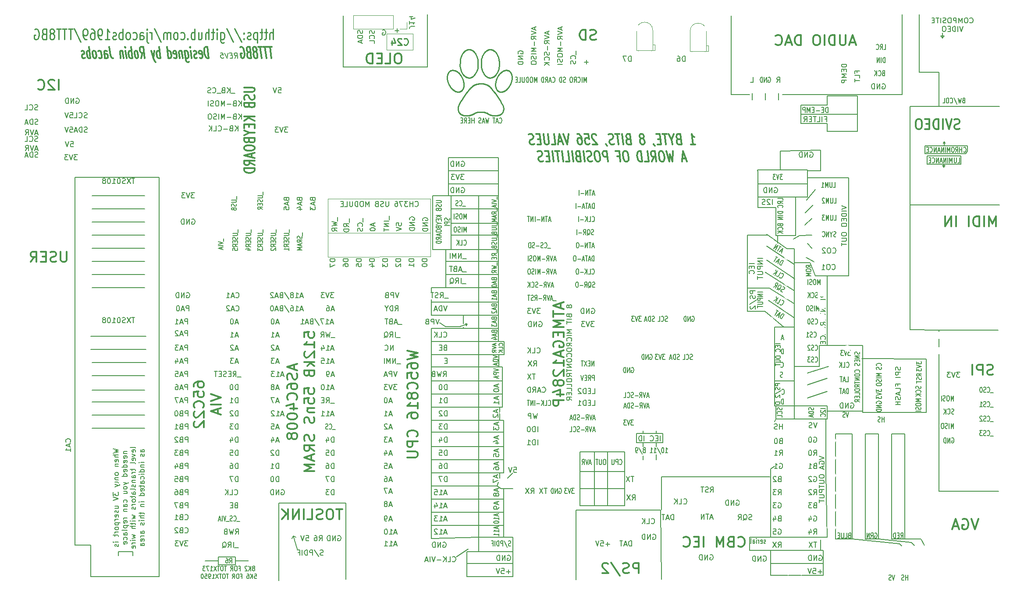
<source format=gbo>
G04 #@! TF.GenerationSoftware,KiCad,Pcbnew,(5.1.7)-1*
G04 #@! TF.CreationDate,2021-12-19T02:36:46+01:00*
G04 #@! TF.ProjectId,CR-VERSION,43522d56-4552-4534-994f-4e2e6b696361,rev?*
G04 #@! TF.SameCoordinates,Original*
G04 #@! TF.FileFunction,Legend,Bot*
G04 #@! TF.FilePolarity,Positive*
%FSLAX46Y46*%
G04 Gerber Fmt 4.6, Leading zero omitted, Abs format (unit mm)*
G04 Created by KiCad (PCBNEW (5.1.7)-1) date 2021-12-19 02:36:46*
%MOMM*%
%LPD*%
G01*
G04 APERTURE LIST*
%ADD10C,0.150000*%
%ADD11C,0.300000*%
%ADD12C,0.250000*%
%ADD13C,0.244999*%
%ADD14C,0.120000*%
%ADD15C,0.100000*%
%ADD16C,0.254000*%
%ADD17C,3.537000*%
%ADD18C,1.548000*%
%ADD19O,1.702000X1.702000*%
%ADD20O,1.802000X1.802000*%
%ADD21C,1.319000*%
%ADD22C,1.702000*%
%ADD23O,1.502000X1.502000*%
%ADD24C,1.502000*%
%ADD25C,1.552000*%
%ADD26C,2.352000*%
%ADD27C,2.082000*%
%ADD28C,1.626000*%
%ADD29C,4.102000*%
%ADD30C,2.102000*%
%ADD31O,2.502000X1.702000*%
%ADD32O,2.102000X1.802000*%
%ADD33C,3.822000*%
%ADD34C,4.137000*%
%ADD35C,4.332000*%
%ADD36C,1.316000*%
%ADD37O,1.602000X1.152000*%
%ADD38O,2.502000X2.502000*%
%ADD39C,5.102000*%
%ADD40C,5.602000*%
%ADD41C,3.102000*%
%ADD42C,2.202000*%
%ADD43C,1.852000*%
%ADD44C,1.902000*%
%ADD45O,4.102000X2.102000*%
%ADD46O,2.102000X3.602000*%
%ADD47C,1.202000*%
G04 APERTURE END LIST*
D10*
X125497619Y-81376142D02*
X125497619Y-81947571D01*
X125354761Y-82090428D02*
X125402380Y-82197571D01*
X125402380Y-82376142D01*
X125354761Y-82447571D01*
X125307142Y-82483285D01*
X125211904Y-82519000D01*
X125116666Y-82519000D01*
X125021428Y-82483285D01*
X124973809Y-82447571D01*
X124926190Y-82376142D01*
X124878571Y-82233285D01*
X124830952Y-82161857D01*
X124783333Y-82126142D01*
X124688095Y-82090428D01*
X124592857Y-82090428D01*
X124497619Y-82126142D01*
X124450000Y-82161857D01*
X124402380Y-82233285D01*
X124402380Y-82411857D01*
X124450000Y-82519000D01*
X125402380Y-83269000D02*
X124926190Y-83019000D01*
X125402380Y-82840428D02*
X124402380Y-82840428D01*
X124402380Y-83126142D01*
X124450000Y-83197571D01*
X124497619Y-83233285D01*
X124592857Y-83269000D01*
X124735714Y-83269000D01*
X124830952Y-83233285D01*
X124878571Y-83197571D01*
X124926190Y-83126142D01*
X124926190Y-82840428D01*
X125116666Y-83554714D02*
X125116666Y-83911857D01*
X125402380Y-83483285D02*
X124402380Y-83733285D01*
X125402380Y-83983285D01*
X125402380Y-84233285D02*
X124402380Y-84233285D01*
X125116666Y-84483285D01*
X124402380Y-84733285D01*
X125402380Y-84733285D01*
X122957619Y-80782857D02*
X122957619Y-81354285D01*
X121862380Y-81532857D02*
X122671904Y-81532857D01*
X122767142Y-81568571D01*
X122814761Y-81604285D01*
X122862380Y-81675714D01*
X122862380Y-81818571D01*
X122814761Y-81890000D01*
X122767142Y-81925714D01*
X122671904Y-81961428D01*
X121862380Y-81961428D01*
X122814761Y-82282857D02*
X122862380Y-82390000D01*
X122862380Y-82568571D01*
X122814761Y-82640000D01*
X122767142Y-82675714D01*
X122671904Y-82711428D01*
X122576666Y-82711428D01*
X122481428Y-82675714D01*
X122433809Y-82640000D01*
X122386190Y-82568571D01*
X122338571Y-82425714D01*
X122290952Y-82354285D01*
X122243333Y-82318571D01*
X122148095Y-82282857D01*
X122052857Y-82282857D01*
X121957619Y-82318571D01*
X121910000Y-82354285D01*
X121862380Y-82425714D01*
X121862380Y-82604285D01*
X121910000Y-82711428D01*
X122338571Y-83032857D02*
X122338571Y-83282857D01*
X122862380Y-83390000D02*
X122862380Y-83032857D01*
X121862380Y-83032857D01*
X121862380Y-83390000D01*
X122862380Y-84140000D02*
X122386190Y-83890000D01*
X122862380Y-83711428D02*
X121862380Y-83711428D01*
X121862380Y-83997142D01*
X121910000Y-84068571D01*
X121957619Y-84104285D01*
X122052857Y-84140000D01*
X122195714Y-84140000D01*
X122290952Y-84104285D01*
X122338571Y-84068571D01*
X122386190Y-83997142D01*
X122386190Y-83711428D01*
X122862380Y-84854285D02*
X122862380Y-84425714D01*
X122862380Y-84640000D02*
X121862380Y-84640000D01*
X122005238Y-84568571D01*
X122100476Y-84497142D01*
X122148095Y-84425714D01*
X120417619Y-80782857D02*
X120417619Y-81354285D01*
X119322380Y-81532857D02*
X120131904Y-81532857D01*
X120227142Y-81568571D01*
X120274761Y-81604285D01*
X120322380Y-81675714D01*
X120322380Y-81818571D01*
X120274761Y-81890000D01*
X120227142Y-81925714D01*
X120131904Y-81961428D01*
X119322380Y-81961428D01*
X120274761Y-82282857D02*
X120322380Y-82390000D01*
X120322380Y-82568571D01*
X120274761Y-82640000D01*
X120227142Y-82675714D01*
X120131904Y-82711428D01*
X120036666Y-82711428D01*
X119941428Y-82675714D01*
X119893809Y-82640000D01*
X119846190Y-82568571D01*
X119798571Y-82425714D01*
X119750952Y-82354285D01*
X119703333Y-82318571D01*
X119608095Y-82282857D01*
X119512857Y-82282857D01*
X119417619Y-82318571D01*
X119370000Y-82354285D01*
X119322380Y-82425714D01*
X119322380Y-82604285D01*
X119370000Y-82711428D01*
X119798571Y-83032857D02*
X119798571Y-83282857D01*
X120322380Y-83390000D02*
X120322380Y-83032857D01*
X119322380Y-83032857D01*
X119322380Y-83390000D01*
X120322380Y-84140000D02*
X119846190Y-83890000D01*
X120322380Y-83711428D02*
X119322380Y-83711428D01*
X119322380Y-83997142D01*
X119370000Y-84068571D01*
X119417619Y-84104285D01*
X119512857Y-84140000D01*
X119655714Y-84140000D01*
X119750952Y-84104285D01*
X119798571Y-84068571D01*
X119846190Y-83997142D01*
X119846190Y-83711428D01*
X119417619Y-84425714D02*
X119370000Y-84461428D01*
X119322380Y-84532857D01*
X119322380Y-84711428D01*
X119370000Y-84782857D01*
X119417619Y-84818571D01*
X119512857Y-84854285D01*
X119608095Y-84854285D01*
X119750952Y-84818571D01*
X120322380Y-84390000D01*
X120322380Y-84854285D01*
X117877619Y-80782857D02*
X117877619Y-81354285D01*
X116782380Y-81532857D02*
X117591904Y-81532857D01*
X117687142Y-81568571D01*
X117734761Y-81604285D01*
X117782380Y-81675714D01*
X117782380Y-81818571D01*
X117734761Y-81890000D01*
X117687142Y-81925714D01*
X117591904Y-81961428D01*
X116782380Y-81961428D01*
X117734761Y-82282857D02*
X117782380Y-82390000D01*
X117782380Y-82568571D01*
X117734761Y-82640000D01*
X117687142Y-82675714D01*
X117591904Y-82711428D01*
X117496666Y-82711428D01*
X117401428Y-82675714D01*
X117353809Y-82640000D01*
X117306190Y-82568571D01*
X117258571Y-82425714D01*
X117210952Y-82354285D01*
X117163333Y-82318571D01*
X117068095Y-82282857D01*
X116972857Y-82282857D01*
X116877619Y-82318571D01*
X116830000Y-82354285D01*
X116782380Y-82425714D01*
X116782380Y-82604285D01*
X116830000Y-82711428D01*
X117258571Y-83032857D02*
X117258571Y-83282857D01*
X117782380Y-83390000D02*
X117782380Y-83032857D01*
X116782380Y-83032857D01*
X116782380Y-83390000D01*
X117782380Y-84140000D02*
X117306190Y-83890000D01*
X117782380Y-83711428D02*
X116782380Y-83711428D01*
X116782380Y-83997142D01*
X116830000Y-84068571D01*
X116877619Y-84104285D01*
X116972857Y-84140000D01*
X117115714Y-84140000D01*
X117210952Y-84104285D01*
X117258571Y-84068571D01*
X117306190Y-83997142D01*
X117306190Y-83711428D01*
X116782380Y-84390000D02*
X116782380Y-84854285D01*
X117163333Y-84604285D01*
X117163333Y-84711428D01*
X117210952Y-84782857D01*
X117258571Y-84818571D01*
X117353809Y-84854285D01*
X117591904Y-84854285D01*
X117687142Y-84818571D01*
X117734761Y-84782857D01*
X117782380Y-84711428D01*
X117782380Y-84497142D01*
X117734761Y-84425714D01*
X117687142Y-84390000D01*
X115591619Y-80782857D02*
X115591619Y-81354285D01*
X114496380Y-81532857D02*
X115305904Y-81532857D01*
X115401142Y-81568571D01*
X115448761Y-81604285D01*
X115496380Y-81675714D01*
X115496380Y-81818571D01*
X115448761Y-81890000D01*
X115401142Y-81925714D01*
X115305904Y-81961428D01*
X114496380Y-81961428D01*
X115448761Y-82282857D02*
X115496380Y-82390000D01*
X115496380Y-82568571D01*
X115448761Y-82640000D01*
X115401142Y-82675714D01*
X115305904Y-82711428D01*
X115210666Y-82711428D01*
X115115428Y-82675714D01*
X115067809Y-82640000D01*
X115020190Y-82568571D01*
X114972571Y-82425714D01*
X114924952Y-82354285D01*
X114877333Y-82318571D01*
X114782095Y-82282857D01*
X114686857Y-82282857D01*
X114591619Y-82318571D01*
X114544000Y-82354285D01*
X114496380Y-82425714D01*
X114496380Y-82604285D01*
X114544000Y-82711428D01*
X114972571Y-83032857D02*
X114972571Y-83282857D01*
X115496380Y-83390000D02*
X115496380Y-83032857D01*
X114496380Y-83032857D01*
X114496380Y-83390000D01*
X115496380Y-84140000D02*
X115020190Y-83890000D01*
X115496380Y-83711428D02*
X114496380Y-83711428D01*
X114496380Y-83997142D01*
X114544000Y-84068571D01*
X114591619Y-84104285D01*
X114686857Y-84140000D01*
X114829714Y-84140000D01*
X114924952Y-84104285D01*
X114972571Y-84068571D01*
X115020190Y-83997142D01*
X115020190Y-83711428D01*
X114829714Y-84782857D02*
X115496380Y-84782857D01*
X114448761Y-84604285D02*
X115163047Y-84425714D01*
X115163047Y-84890000D01*
X113051619Y-80782857D02*
X113051619Y-81354285D01*
X111956380Y-81532857D02*
X112765904Y-81532857D01*
X112861142Y-81568571D01*
X112908761Y-81604285D01*
X112956380Y-81675714D01*
X112956380Y-81818571D01*
X112908761Y-81890000D01*
X112861142Y-81925714D01*
X112765904Y-81961428D01*
X111956380Y-81961428D01*
X112908761Y-82282857D02*
X112956380Y-82390000D01*
X112956380Y-82568571D01*
X112908761Y-82640000D01*
X112861142Y-82675714D01*
X112765904Y-82711428D01*
X112670666Y-82711428D01*
X112575428Y-82675714D01*
X112527809Y-82640000D01*
X112480190Y-82568571D01*
X112432571Y-82425714D01*
X112384952Y-82354285D01*
X112337333Y-82318571D01*
X112242095Y-82282857D01*
X112146857Y-82282857D01*
X112051619Y-82318571D01*
X112004000Y-82354285D01*
X111956380Y-82425714D01*
X111956380Y-82604285D01*
X112004000Y-82711428D01*
X112432571Y-83032857D02*
X112432571Y-83282857D01*
X112956380Y-83390000D02*
X112956380Y-83032857D01*
X111956380Y-83032857D01*
X111956380Y-83390000D01*
X112956380Y-84140000D02*
X112480190Y-83890000D01*
X112956380Y-83711428D02*
X111956380Y-83711428D01*
X111956380Y-83997142D01*
X112004000Y-84068571D01*
X112051619Y-84104285D01*
X112146857Y-84140000D01*
X112289714Y-84140000D01*
X112384952Y-84104285D01*
X112432571Y-84068571D01*
X112480190Y-83997142D01*
X112480190Y-83711428D01*
X111956380Y-84818571D02*
X111956380Y-84461428D01*
X112432571Y-84425714D01*
X112384952Y-84461428D01*
X112337333Y-84532857D01*
X112337333Y-84711428D01*
X112384952Y-84782857D01*
X112432571Y-84818571D01*
X112527809Y-84854285D01*
X112765904Y-84854285D01*
X112861142Y-84818571D01*
X112908761Y-84782857D01*
X112956380Y-84711428D01*
X112956380Y-84532857D01*
X112908761Y-84461428D01*
X112861142Y-84425714D01*
X110257619Y-82544857D02*
X110257619Y-83116285D01*
X109162380Y-83187714D02*
X110162380Y-83437714D01*
X109162380Y-83687714D01*
X110162380Y-83937714D02*
X109162380Y-83937714D01*
X109876666Y-84259142D02*
X109876666Y-84616285D01*
X110162380Y-84187714D02*
X109162380Y-84437714D01*
X110162380Y-84687714D01*
X127418571Y-74944666D02*
X127466190Y-75087523D01*
X127513809Y-75135142D01*
X127609047Y-75182761D01*
X127751904Y-75182761D01*
X127847142Y-75135142D01*
X127894761Y-75087523D01*
X127942380Y-74992285D01*
X127942380Y-74611333D01*
X126942380Y-74611333D01*
X126942380Y-74944666D01*
X126990000Y-75039904D01*
X127037619Y-75087523D01*
X127132857Y-75135142D01*
X127228095Y-75135142D01*
X127323333Y-75087523D01*
X127370952Y-75039904D01*
X127418571Y-74944666D01*
X127418571Y-74611333D01*
X127656666Y-75563714D02*
X127656666Y-76039904D01*
X127942380Y-75468476D02*
X126942380Y-75801809D01*
X127942380Y-76135142D01*
X126942380Y-76373238D02*
X126942380Y-76992285D01*
X127323333Y-76658952D01*
X127323333Y-76801809D01*
X127370952Y-76897047D01*
X127418571Y-76944666D01*
X127513809Y-76992285D01*
X127751904Y-76992285D01*
X127847142Y-76944666D01*
X127894761Y-76897047D01*
X127942380Y-76801809D01*
X127942380Y-76516095D01*
X127894761Y-76420857D01*
X127847142Y-76373238D01*
X124878571Y-74944666D02*
X124926190Y-75087523D01*
X124973809Y-75135142D01*
X125069047Y-75182761D01*
X125211904Y-75182761D01*
X125307142Y-75135142D01*
X125354761Y-75087523D01*
X125402380Y-74992285D01*
X125402380Y-74611333D01*
X124402380Y-74611333D01*
X124402380Y-74944666D01*
X124450000Y-75039904D01*
X124497619Y-75087523D01*
X124592857Y-75135142D01*
X124688095Y-75135142D01*
X124783333Y-75087523D01*
X124830952Y-75039904D01*
X124878571Y-74944666D01*
X124878571Y-74611333D01*
X125116666Y-75563714D02*
X125116666Y-76039904D01*
X125402380Y-75468476D02*
X124402380Y-75801809D01*
X125402380Y-76135142D01*
X124735714Y-76897047D02*
X125402380Y-76897047D01*
X124354761Y-76658952D02*
X125069047Y-76420857D01*
X125069047Y-77039904D01*
X122338571Y-74944666D02*
X122386190Y-75087523D01*
X122433809Y-75135142D01*
X122529047Y-75182761D01*
X122671904Y-75182761D01*
X122767142Y-75135142D01*
X122814761Y-75087523D01*
X122862380Y-74992285D01*
X122862380Y-74611333D01*
X121862380Y-74611333D01*
X121862380Y-74944666D01*
X121910000Y-75039904D01*
X121957619Y-75087523D01*
X122052857Y-75135142D01*
X122148095Y-75135142D01*
X122243333Y-75087523D01*
X122290952Y-75039904D01*
X122338571Y-74944666D01*
X122338571Y-74611333D01*
X122576666Y-75563714D02*
X122576666Y-76039904D01*
X122862380Y-75468476D02*
X121862380Y-75801809D01*
X122862380Y-76135142D01*
X121862380Y-76944666D02*
X121862380Y-76468476D01*
X122338571Y-76420857D01*
X122290952Y-76468476D01*
X122243333Y-76563714D01*
X122243333Y-76801809D01*
X122290952Y-76897047D01*
X122338571Y-76944666D01*
X122433809Y-76992285D01*
X122671904Y-76992285D01*
X122767142Y-76944666D01*
X122814761Y-76897047D01*
X122862380Y-76801809D01*
X122862380Y-76563714D01*
X122814761Y-76468476D01*
X122767142Y-76420857D01*
X117877619Y-73520000D02*
X117877619Y-74091428D01*
X116782380Y-74270000D02*
X117591904Y-74270000D01*
X117687142Y-74305714D01*
X117734761Y-74341428D01*
X117782380Y-74412857D01*
X117782380Y-74555714D01*
X117734761Y-74627142D01*
X117687142Y-74662857D01*
X117591904Y-74698571D01*
X116782380Y-74698571D01*
X117734761Y-75020000D02*
X117782380Y-75127142D01*
X117782380Y-75305714D01*
X117734761Y-75377142D01*
X117687142Y-75412857D01*
X117591904Y-75448571D01*
X117496666Y-75448571D01*
X117401428Y-75412857D01*
X117353809Y-75377142D01*
X117306190Y-75305714D01*
X117258571Y-75162857D01*
X117210952Y-75091428D01*
X117163333Y-75055714D01*
X117068095Y-75020000D01*
X116972857Y-75020000D01*
X116877619Y-75055714D01*
X116830000Y-75091428D01*
X116782380Y-75162857D01*
X116782380Y-75341428D01*
X116830000Y-75448571D01*
X117258571Y-75770000D02*
X117258571Y-76020000D01*
X117782380Y-76127142D02*
X117782380Y-75770000D01*
X116782380Y-75770000D01*
X116782380Y-76127142D01*
X117782380Y-76877142D02*
X117306190Y-76627142D01*
X117782380Y-76448571D02*
X116782380Y-76448571D01*
X116782380Y-76734285D01*
X116830000Y-76805714D01*
X116877619Y-76841428D01*
X116972857Y-76877142D01*
X117115714Y-76877142D01*
X117210952Y-76841428D01*
X117258571Y-76805714D01*
X117306190Y-76734285D01*
X117306190Y-76448571D01*
X112797619Y-74367285D02*
X112797619Y-74938714D01*
X111702380Y-75117285D02*
X112511904Y-75117285D01*
X112607142Y-75153000D01*
X112654761Y-75188714D01*
X112702380Y-75260142D01*
X112702380Y-75403000D01*
X112654761Y-75474428D01*
X112607142Y-75510142D01*
X112511904Y-75545857D01*
X111702380Y-75545857D01*
X112654761Y-75867285D02*
X112702380Y-75974428D01*
X112702380Y-76153000D01*
X112654761Y-76224428D01*
X112607142Y-76260142D01*
X112511904Y-76295857D01*
X112416666Y-76295857D01*
X112321428Y-76260142D01*
X112273809Y-76224428D01*
X112226190Y-76153000D01*
X112178571Y-76010142D01*
X112130952Y-75938714D01*
X112083333Y-75903000D01*
X111988095Y-75867285D01*
X111892857Y-75867285D01*
X111797619Y-75903000D01*
X111750000Y-75938714D01*
X111702380Y-76010142D01*
X111702380Y-76188714D01*
X111750000Y-76295857D01*
X112178571Y-76867285D02*
X112226190Y-76974428D01*
X112273809Y-77010142D01*
X112369047Y-77045857D01*
X112511904Y-77045857D01*
X112607142Y-77010142D01*
X112654761Y-76974428D01*
X112702380Y-76903000D01*
X112702380Y-76617285D01*
X111702380Y-76617285D01*
X111702380Y-76867285D01*
X111750000Y-76938714D01*
X111797619Y-76974428D01*
X111892857Y-77010142D01*
X111988095Y-77010142D01*
X112083333Y-76974428D01*
X112130952Y-76938714D01*
X112178571Y-76867285D01*
X112178571Y-76617285D01*
X248394000Y-100289000D02*
X242806000Y-100162000D01*
X242806000Y-76032000D02*
X242806000Y-100162000D01*
X242806000Y-76032000D02*
X260078000Y-76032000D01*
X242806000Y-56982000D02*
X242806000Y-76032000D01*
X248394000Y-56982000D02*
X242806000Y-56982000D01*
X244584000Y-50378000D02*
X244584000Y-39202000D01*
X248394000Y-50378000D02*
X244584000Y-50378000D01*
X248394000Y-50886000D02*
X248394000Y-50378000D01*
X248394000Y-56982000D02*
X248394000Y-50886000D01*
X260078000Y-56982000D02*
X248394000Y-56982000D01*
X221724000Y-60284000D02*
X221724000Y-58506000D01*
X226804000Y-60284000D02*
X221724000Y-60284000D01*
X226804000Y-61808000D02*
X226804000Y-60284000D01*
X232646000Y-61808000D02*
X226804000Y-61808000D01*
X232646000Y-58506000D02*
X232646000Y-61808000D01*
X232646000Y-54950000D02*
X232392000Y-54950000D01*
X232646000Y-58506000D02*
X232646000Y-54950000D01*
X221724000Y-58506000D02*
X232646000Y-58506000D01*
X221724000Y-56728000D02*
X221724000Y-58506000D01*
X226804000Y-56728000D02*
X221724000Y-56728000D01*
X226804000Y-54950000D02*
X226804000Y-56728000D01*
X232392000Y-54950000D02*
X226804000Y-54950000D01*
D11*
X259394761Y-80238761D02*
X259394761Y-78238761D01*
X258728095Y-79667333D01*
X258061428Y-78238761D01*
X258061428Y-80238761D01*
X257109047Y-80238761D02*
X257109047Y-78238761D01*
X256156666Y-80238761D02*
X256156666Y-78238761D01*
X255680476Y-78238761D01*
X255394761Y-78334000D01*
X255204285Y-78524476D01*
X255109047Y-78714952D01*
X255013809Y-79095904D01*
X255013809Y-79381619D01*
X255109047Y-79762571D01*
X255204285Y-79953047D01*
X255394761Y-80143523D01*
X255680476Y-80238761D01*
X256156666Y-80238761D01*
X254156666Y-80238761D02*
X254156666Y-78238761D01*
X251680476Y-80238761D02*
X251680476Y-78238761D01*
X250728095Y-80238761D02*
X250728095Y-78238761D01*
X249585238Y-80238761D01*
X249585238Y-78238761D01*
D10*
X112381604Y-47655380D02*
X112655413Y-47179190D01*
X112953032Y-47655380D02*
X112828032Y-46655380D01*
X112447080Y-46655380D01*
X112357794Y-46703000D01*
X112316127Y-46750619D01*
X112280413Y-46845857D01*
X112298270Y-46988714D01*
X112357794Y-47083952D01*
X112411366Y-47131571D01*
X112512556Y-47179190D01*
X112893508Y-47179190D01*
X111887556Y-47131571D02*
X111554223Y-47131571D01*
X111476842Y-47655380D02*
X111953032Y-47655380D01*
X111828032Y-46655380D01*
X111351842Y-46655380D01*
X111066127Y-46655380D02*
X110857794Y-47655380D01*
X110399461Y-46655380D01*
X109589937Y-46655380D02*
X110066127Y-46655380D01*
X110173270Y-47131571D01*
X110119699Y-47083952D01*
X110018508Y-47036333D01*
X109780413Y-47036333D01*
X109691127Y-47083952D01*
X109649461Y-47131571D01*
X109613747Y-47226809D01*
X109643508Y-47464904D01*
X109703032Y-47560142D01*
X109756604Y-47607761D01*
X109857794Y-47655380D01*
X110095889Y-47655380D01*
X110185175Y-47607761D01*
X110226842Y-47560142D01*
X164320000Y-130896000D02*
X164320000Y-140294000D01*
X159494000Y-104988000D02*
X164447000Y-104988000D01*
X164447000Y-102448000D02*
X159494000Y-102448000D01*
X164447000Y-104988000D02*
X164447000Y-102448000D01*
X163431000Y-104988000D02*
X163431000Y-107401000D01*
X164066000Y-107401000D02*
X163431000Y-107401000D01*
X164066000Y-110068000D02*
X164066000Y-107401000D01*
X163431000Y-107401000D02*
X150350000Y-107401000D01*
X153093200Y-99577800D02*
X151924800Y-98815800D01*
X151835733Y-98115780D02*
X151502400Y-99115780D01*
X151169066Y-98115780D01*
X150835733Y-99115780D02*
X150835733Y-98115780D01*
X150454780Y-98115780D01*
X150359542Y-98163400D01*
X150311923Y-98211019D01*
X150264304Y-98306257D01*
X150264304Y-98449114D01*
X150311923Y-98544352D01*
X150359542Y-98591971D01*
X150454780Y-98639590D01*
X150835733Y-98639590D01*
X149502400Y-98591971D02*
X149359542Y-98639590D01*
X149311923Y-98687209D01*
X149264304Y-98782447D01*
X149264304Y-98925304D01*
X149311923Y-99020542D01*
X149359542Y-99068161D01*
X149454780Y-99115780D01*
X149835733Y-99115780D01*
X149835733Y-98115780D01*
X149502400Y-98115780D01*
X149407161Y-98163400D01*
X149359542Y-98211019D01*
X149311923Y-98306257D01*
X149311923Y-98401495D01*
X149359542Y-98496733D01*
X149407161Y-98544352D01*
X149502400Y-98591971D01*
X149835733Y-98591971D01*
X156522200Y-99654000D02*
X156522200Y-99882600D01*
X156522200Y-97368000D02*
X156522200Y-99019000D01*
X163050000Y-99908000D02*
X163304000Y-99908000D01*
X163304000Y-99628600D02*
X163304000Y-102448000D01*
X162495971Y-100553000D02*
X162543590Y-100660142D01*
X162591209Y-100695857D01*
X162686447Y-100731571D01*
X162829304Y-100731571D01*
X162924542Y-100695857D01*
X162972161Y-100660142D01*
X163019780Y-100588714D01*
X163019780Y-100303000D01*
X162019780Y-100303000D01*
X162019780Y-100553000D01*
X162067400Y-100624428D01*
X162115019Y-100660142D01*
X162210257Y-100695857D01*
X162305495Y-100695857D01*
X162400733Y-100660142D01*
X162448352Y-100624428D01*
X162495971Y-100553000D01*
X162495971Y-100303000D01*
X162734066Y-101017285D02*
X162734066Y-101374428D01*
X163019780Y-100945857D02*
X162019780Y-101195857D01*
X163019780Y-101445857D01*
X162353114Y-102017285D02*
X163019780Y-102017285D01*
X161972161Y-101838714D02*
X162686447Y-101660142D01*
X162686447Y-102124428D01*
X156979400Y-99019000D02*
X157106400Y-99450800D01*
X157309600Y-99120600D02*
X156979400Y-99019000D01*
X157309600Y-99120600D02*
X157106400Y-99450800D01*
X153194800Y-99577800D02*
X153093200Y-99577800D01*
X155887200Y-99577800D02*
X153194800Y-99577800D01*
X157309600Y-99120600D02*
X155887200Y-99577800D01*
X249410000Y-43393000D02*
X249092500Y-43774000D01*
X248775000Y-43393000D02*
X249410000Y-43393000D01*
X249092500Y-43774000D02*
X248775000Y-43393000D01*
X249092500Y-42758000D02*
X249092500Y-43774000D01*
X249600500Y-64157500D02*
X249410000Y-63840000D01*
X249219500Y-64157500D02*
X249600500Y-64157500D01*
X249410000Y-63840000D02*
X249219500Y-64157500D01*
X253918500Y-65681500D02*
X253601000Y-66189500D01*
X253918500Y-64665500D02*
X253918500Y-65681500D01*
X245727000Y-64602000D02*
X253918500Y-64665500D01*
X245727000Y-66189500D02*
X245727000Y-64602000D01*
X245790500Y-66189500D02*
X245727000Y-66189500D01*
X253601000Y-66189500D02*
X245790500Y-66189500D01*
X249092500Y-68475500D02*
X249346500Y-68793000D01*
X249600500Y-68475500D02*
X249092500Y-68475500D01*
X249346500Y-68793000D02*
X249600500Y-68475500D01*
X252648500Y-68158000D02*
X249346500Y-68221500D01*
X252648500Y-66570500D02*
X252648500Y-68158000D01*
X246108000Y-66570500D02*
X252648500Y-66570500D01*
X246108000Y-68221500D02*
X246108000Y-66570500D01*
X249346500Y-68221500D02*
X246108000Y-68221500D01*
X249346500Y-68793000D02*
X249346500Y-68221500D01*
X249410000Y-64030500D02*
X249410000Y-63840000D01*
X249410000Y-64602000D02*
X249410000Y-64030500D01*
X176900952Y-95583238D02*
X176853333Y-95488000D01*
X176805714Y-95440380D01*
X176710476Y-95392761D01*
X176662857Y-95392761D01*
X176567619Y-95440380D01*
X176520000Y-95488000D01*
X176472380Y-95583238D01*
X176472380Y-95773714D01*
X176520000Y-95868952D01*
X176567619Y-95916571D01*
X176662857Y-95964190D01*
X176710476Y-95964190D01*
X176805714Y-95916571D01*
X176853333Y-95868952D01*
X176900952Y-95773714D01*
X176900952Y-95583238D01*
X176948571Y-95488000D01*
X176996190Y-95440380D01*
X177091428Y-95392761D01*
X177281904Y-95392761D01*
X177377142Y-95440380D01*
X177424761Y-95488000D01*
X177472380Y-95583238D01*
X177472380Y-95773714D01*
X177424761Y-95868952D01*
X177377142Y-95916571D01*
X177281904Y-95964190D01*
X177091428Y-95964190D01*
X176996190Y-95916571D01*
X176948571Y-95868952D01*
X176900952Y-95773714D01*
X176948571Y-97488000D02*
X176996190Y-97630857D01*
X177043809Y-97678476D01*
X177139047Y-97726095D01*
X177281904Y-97726095D01*
X177377142Y-97678476D01*
X177424761Y-97630857D01*
X177472380Y-97535619D01*
X177472380Y-97154666D01*
X176472380Y-97154666D01*
X176472380Y-97488000D01*
X176520000Y-97583238D01*
X176567619Y-97630857D01*
X176662857Y-97678476D01*
X176758095Y-97678476D01*
X176853333Y-97630857D01*
X176900952Y-97583238D01*
X176948571Y-97488000D01*
X176948571Y-97154666D01*
X177472380Y-98154666D02*
X176472380Y-98154666D01*
X176472380Y-98488000D02*
X176472380Y-99059428D01*
X177472380Y-98773714D02*
X176472380Y-98773714D01*
X177472380Y-100154666D02*
X176472380Y-100154666D01*
X177186666Y-100488000D01*
X176472380Y-100821333D01*
X177472380Y-100821333D01*
X177472380Y-101297523D02*
X176472380Y-101297523D01*
X177377142Y-102345142D02*
X177424761Y-102297523D01*
X177472380Y-102154666D01*
X177472380Y-102059428D01*
X177424761Y-101916571D01*
X177329523Y-101821333D01*
X177234285Y-101773714D01*
X177043809Y-101726095D01*
X176900952Y-101726095D01*
X176710476Y-101773714D01*
X176615238Y-101821333D01*
X176520000Y-101916571D01*
X176472380Y-102059428D01*
X176472380Y-102154666D01*
X176520000Y-102297523D01*
X176567619Y-102345142D01*
X177472380Y-103345142D02*
X176996190Y-103011809D01*
X177472380Y-102773714D02*
X176472380Y-102773714D01*
X176472380Y-103154666D01*
X176520000Y-103249904D01*
X176567619Y-103297523D01*
X176662857Y-103345142D01*
X176805714Y-103345142D01*
X176900952Y-103297523D01*
X176948571Y-103249904D01*
X176996190Y-103154666D01*
X176996190Y-102773714D01*
X176472380Y-103964190D02*
X176472380Y-104154666D01*
X176520000Y-104249904D01*
X176615238Y-104345142D01*
X176805714Y-104392761D01*
X177139047Y-104392761D01*
X177329523Y-104345142D01*
X177424761Y-104249904D01*
X177472380Y-104154666D01*
X177472380Y-103964190D01*
X177424761Y-103868952D01*
X177329523Y-103773714D01*
X177139047Y-103726095D01*
X176805714Y-103726095D01*
X176615238Y-103773714D01*
X176520000Y-103868952D01*
X176472380Y-103964190D01*
X177377142Y-105392761D02*
X177424761Y-105345142D01*
X177472380Y-105202285D01*
X177472380Y-105107047D01*
X177424761Y-104964190D01*
X177329523Y-104868952D01*
X177234285Y-104821333D01*
X177043809Y-104773714D01*
X176900952Y-104773714D01*
X176710476Y-104821333D01*
X176615238Y-104868952D01*
X176520000Y-104964190D01*
X176472380Y-105107047D01*
X176472380Y-105202285D01*
X176520000Y-105345142D01*
X176567619Y-105392761D01*
X176472380Y-106011809D02*
X176472380Y-106202285D01*
X176520000Y-106297523D01*
X176615238Y-106392761D01*
X176805714Y-106440380D01*
X177139047Y-106440380D01*
X177329523Y-106392761D01*
X177424761Y-106297523D01*
X177472380Y-106202285D01*
X177472380Y-106011809D01*
X177424761Y-105916571D01*
X177329523Y-105821333D01*
X177139047Y-105773714D01*
X176805714Y-105773714D01*
X176615238Y-105821333D01*
X176520000Y-105916571D01*
X176472380Y-106011809D01*
X177472380Y-106868952D02*
X176472380Y-106868952D01*
X177472380Y-107440380D01*
X176472380Y-107440380D01*
X176472380Y-107773714D02*
X176472380Y-108345142D01*
X177472380Y-108059428D02*
X176472380Y-108059428D01*
X177472380Y-109249904D02*
X176996190Y-108916571D01*
X177472380Y-108678476D02*
X176472380Y-108678476D01*
X176472380Y-109059428D01*
X176520000Y-109154666D01*
X176567619Y-109202285D01*
X176662857Y-109249904D01*
X176805714Y-109249904D01*
X176900952Y-109202285D01*
X176948571Y-109154666D01*
X176996190Y-109059428D01*
X176996190Y-108678476D01*
X176472380Y-109868952D02*
X176472380Y-110059428D01*
X176520000Y-110154666D01*
X176615238Y-110249904D01*
X176805714Y-110297523D01*
X177139047Y-110297523D01*
X177329523Y-110249904D01*
X177424761Y-110154666D01*
X177472380Y-110059428D01*
X177472380Y-109868952D01*
X177424761Y-109773714D01*
X177329523Y-109678476D01*
X177139047Y-109630857D01*
X176805714Y-109630857D01*
X176615238Y-109678476D01*
X176520000Y-109773714D01*
X176472380Y-109868952D01*
X177472380Y-111202285D02*
X177472380Y-110726095D01*
X176472380Y-110726095D01*
X177472380Y-112011809D02*
X177472380Y-111535619D01*
X176472380Y-111535619D01*
X176948571Y-112345142D02*
X176948571Y-112678476D01*
X177472380Y-112821333D02*
X177472380Y-112345142D01*
X176472380Y-112345142D01*
X176472380Y-112821333D01*
X177472380Y-113821333D02*
X176996190Y-113488000D01*
X177472380Y-113249904D02*
X176472380Y-113249904D01*
X176472380Y-113630857D01*
X176520000Y-113726095D01*
X176567619Y-113773714D01*
X176662857Y-113821333D01*
X176805714Y-113821333D01*
X176900952Y-113773714D01*
X176948571Y-113726095D01*
X176996190Y-113630857D01*
X176996190Y-113249904D01*
X93040857Y-70912380D02*
X92469428Y-70912380D01*
X92755142Y-71912380D02*
X92755142Y-70912380D01*
X92231333Y-70912380D02*
X91564666Y-71912380D01*
X91564666Y-70912380D02*
X92231333Y-71912380D01*
X91231333Y-71864761D02*
X91088476Y-71912380D01*
X90850380Y-71912380D01*
X90755142Y-71864761D01*
X90707523Y-71817142D01*
X90659904Y-71721904D01*
X90659904Y-71626666D01*
X90707523Y-71531428D01*
X90755142Y-71483809D01*
X90850380Y-71436190D01*
X91040857Y-71388571D01*
X91136095Y-71340952D01*
X91183714Y-71293333D01*
X91231333Y-71198095D01*
X91231333Y-71102857D01*
X91183714Y-71007619D01*
X91136095Y-70960000D01*
X91040857Y-70912380D01*
X90802761Y-70912380D01*
X90659904Y-70960000D01*
X90040857Y-70912380D02*
X89945619Y-70912380D01*
X89850380Y-70960000D01*
X89802761Y-71007619D01*
X89755142Y-71102857D01*
X89707523Y-71293333D01*
X89707523Y-71531428D01*
X89755142Y-71721904D01*
X89802761Y-71817142D01*
X89850380Y-71864761D01*
X89945619Y-71912380D01*
X90040857Y-71912380D01*
X90136095Y-71864761D01*
X90183714Y-71817142D01*
X90231333Y-71721904D01*
X90278952Y-71531428D01*
X90278952Y-71293333D01*
X90231333Y-71102857D01*
X90183714Y-71007619D01*
X90136095Y-70960000D01*
X90040857Y-70912380D01*
X88755142Y-71912380D02*
X89326571Y-71912380D01*
X89040857Y-71912380D02*
X89040857Y-70912380D01*
X89136095Y-71055238D01*
X89231333Y-71150476D01*
X89326571Y-71198095D01*
X88136095Y-70912380D02*
X88040857Y-70912380D01*
X87945619Y-70960000D01*
X87898000Y-71007619D01*
X87850380Y-71102857D01*
X87802761Y-71293333D01*
X87802761Y-71531428D01*
X87850380Y-71721904D01*
X87898000Y-71817142D01*
X87945619Y-71864761D01*
X88040857Y-71912380D01*
X88136095Y-71912380D01*
X88231333Y-71864761D01*
X88278952Y-71817142D01*
X88326571Y-71721904D01*
X88374190Y-71531428D01*
X88374190Y-71293333D01*
X88326571Y-71102857D01*
X88278952Y-71007619D01*
X88231333Y-70960000D01*
X88136095Y-70912380D01*
X87231333Y-71340952D02*
X87326571Y-71293333D01*
X87374190Y-71245714D01*
X87421809Y-71150476D01*
X87421809Y-71102857D01*
X87374190Y-71007619D01*
X87326571Y-70960000D01*
X87231333Y-70912380D01*
X87040857Y-70912380D01*
X86945619Y-70960000D01*
X86898000Y-71007619D01*
X86850380Y-71102857D01*
X86850380Y-71150476D01*
X86898000Y-71245714D01*
X86945619Y-71293333D01*
X87040857Y-71340952D01*
X87231333Y-71340952D01*
X87326571Y-71388571D01*
X87374190Y-71436190D01*
X87421809Y-71531428D01*
X87421809Y-71721904D01*
X87374190Y-71817142D01*
X87326571Y-71864761D01*
X87231333Y-71912380D01*
X87040857Y-71912380D01*
X86945619Y-71864761D01*
X86898000Y-71817142D01*
X86850380Y-71721904D01*
X86850380Y-71531428D01*
X86898000Y-71436190D01*
X86945619Y-71388571D01*
X87040857Y-71340952D01*
X93040857Y-97836380D02*
X92469428Y-97836380D01*
X92755142Y-98836380D02*
X92755142Y-97836380D01*
X92231333Y-97836380D02*
X91564666Y-98836380D01*
X91564666Y-97836380D02*
X92231333Y-98836380D01*
X91231333Y-98788761D02*
X91088476Y-98836380D01*
X90850380Y-98836380D01*
X90755142Y-98788761D01*
X90707523Y-98741142D01*
X90659904Y-98645904D01*
X90659904Y-98550666D01*
X90707523Y-98455428D01*
X90755142Y-98407809D01*
X90850380Y-98360190D01*
X91040857Y-98312571D01*
X91136095Y-98264952D01*
X91183714Y-98217333D01*
X91231333Y-98122095D01*
X91231333Y-98026857D01*
X91183714Y-97931619D01*
X91136095Y-97884000D01*
X91040857Y-97836380D01*
X90802761Y-97836380D01*
X90659904Y-97884000D01*
X90040857Y-97836380D02*
X89945619Y-97836380D01*
X89850380Y-97884000D01*
X89802761Y-97931619D01*
X89755142Y-98026857D01*
X89707523Y-98217333D01*
X89707523Y-98455428D01*
X89755142Y-98645904D01*
X89802761Y-98741142D01*
X89850380Y-98788761D01*
X89945619Y-98836380D01*
X90040857Y-98836380D01*
X90136095Y-98788761D01*
X90183714Y-98741142D01*
X90231333Y-98645904D01*
X90278952Y-98455428D01*
X90278952Y-98217333D01*
X90231333Y-98026857D01*
X90183714Y-97931619D01*
X90136095Y-97884000D01*
X90040857Y-97836380D01*
X88755142Y-98836380D02*
X89326571Y-98836380D01*
X89040857Y-98836380D02*
X89040857Y-97836380D01*
X89136095Y-97979238D01*
X89231333Y-98074476D01*
X89326571Y-98122095D01*
X88136095Y-97836380D02*
X88040857Y-97836380D01*
X87945619Y-97884000D01*
X87898000Y-97931619D01*
X87850380Y-98026857D01*
X87802761Y-98217333D01*
X87802761Y-98455428D01*
X87850380Y-98645904D01*
X87898000Y-98741142D01*
X87945619Y-98788761D01*
X88040857Y-98836380D01*
X88136095Y-98836380D01*
X88231333Y-98788761D01*
X88278952Y-98741142D01*
X88326571Y-98645904D01*
X88374190Y-98455428D01*
X88374190Y-98217333D01*
X88326571Y-98026857D01*
X88278952Y-97931619D01*
X88231333Y-97884000D01*
X88136095Y-97836380D01*
X87231333Y-98264952D02*
X87326571Y-98217333D01*
X87374190Y-98169714D01*
X87421809Y-98074476D01*
X87421809Y-98026857D01*
X87374190Y-97931619D01*
X87326571Y-97884000D01*
X87231333Y-97836380D01*
X87040857Y-97836380D01*
X86945619Y-97884000D01*
X86898000Y-97931619D01*
X86850380Y-98026857D01*
X86850380Y-98074476D01*
X86898000Y-98169714D01*
X86945619Y-98217333D01*
X87040857Y-98264952D01*
X87231333Y-98264952D01*
X87326571Y-98312571D01*
X87374190Y-98360190D01*
X87421809Y-98455428D01*
X87421809Y-98645904D01*
X87374190Y-98741142D01*
X87326571Y-98788761D01*
X87231333Y-98836380D01*
X87040857Y-98836380D01*
X86945619Y-98788761D01*
X86898000Y-98741142D01*
X86850380Y-98645904D01*
X86850380Y-98455428D01*
X86898000Y-98360190D01*
X86945619Y-98312571D01*
X87040857Y-98264952D01*
D11*
X182147428Y-44075523D02*
X181861714Y-44170761D01*
X181385523Y-44170761D01*
X181195047Y-44075523D01*
X181099809Y-43980285D01*
X181004571Y-43789809D01*
X181004571Y-43599333D01*
X181099809Y-43408857D01*
X181195047Y-43313619D01*
X181385523Y-43218380D01*
X181766476Y-43123142D01*
X181956952Y-43027904D01*
X182052190Y-42932666D01*
X182147428Y-42742190D01*
X182147428Y-42551714D01*
X182052190Y-42361238D01*
X181956952Y-42266000D01*
X181766476Y-42170761D01*
X181290285Y-42170761D01*
X181004571Y-42266000D01*
X180147428Y-44170761D02*
X180147428Y-42170761D01*
X179671238Y-42170761D01*
X179385523Y-42266000D01*
X179195047Y-42456476D01*
X179099809Y-42646952D01*
X179004571Y-43027904D01*
X179004571Y-43313619D01*
X179099809Y-43694571D01*
X179195047Y-43885047D01*
X179385523Y-44075523D01*
X179671238Y-44170761D01*
X180147428Y-44170761D01*
D10*
X133332000Y-49362000D02*
X133332000Y-39456000D01*
X133840000Y-49362000D02*
X133332000Y-49362000D01*
X149588000Y-49362000D02*
X133840000Y-49362000D01*
X149588000Y-48854000D02*
X149588000Y-49362000D01*
X149588000Y-39202000D02*
X149588000Y-48854000D01*
D11*
X144110761Y-46742761D02*
X143729809Y-46742761D01*
X143539333Y-46838000D01*
X143348857Y-47028476D01*
X143253619Y-47409428D01*
X143253619Y-48076095D01*
X143348857Y-48457047D01*
X143539333Y-48647523D01*
X143729809Y-48742761D01*
X144110761Y-48742761D01*
X144301238Y-48647523D01*
X144491714Y-48457047D01*
X144586952Y-48076095D01*
X144586952Y-47409428D01*
X144491714Y-47028476D01*
X144301238Y-46838000D01*
X144110761Y-46742761D01*
X141444095Y-48742761D02*
X142396476Y-48742761D01*
X142396476Y-46742761D01*
X140777428Y-47695142D02*
X140110761Y-47695142D01*
X139825047Y-48742761D02*
X140777428Y-48742761D01*
X140777428Y-46742761D01*
X139825047Y-46742761D01*
X138967904Y-48742761D02*
X138967904Y-46742761D01*
X138491714Y-46742761D01*
X138206000Y-46838000D01*
X138015523Y-47028476D01*
X137920285Y-47218952D01*
X137825047Y-47599904D01*
X137825047Y-47885619D01*
X137920285Y-48266571D01*
X138015523Y-48457047D01*
X138206000Y-48647523D01*
X138491714Y-48742761D01*
X138967904Y-48742761D01*
X79900333Y-85096761D02*
X79900333Y-86715809D01*
X79805095Y-86906285D01*
X79709857Y-87001523D01*
X79519380Y-87096761D01*
X79138428Y-87096761D01*
X78947952Y-87001523D01*
X78852714Y-86906285D01*
X78757476Y-86715809D01*
X78757476Y-85096761D01*
X77900333Y-87001523D02*
X77614619Y-87096761D01*
X77138428Y-87096761D01*
X76947952Y-87001523D01*
X76852714Y-86906285D01*
X76757476Y-86715809D01*
X76757476Y-86525333D01*
X76852714Y-86334857D01*
X76947952Y-86239619D01*
X77138428Y-86144380D01*
X77519380Y-86049142D01*
X77709857Y-85953904D01*
X77805095Y-85858666D01*
X77900333Y-85668190D01*
X77900333Y-85477714D01*
X77805095Y-85287238D01*
X77709857Y-85192000D01*
X77519380Y-85096761D01*
X77043190Y-85096761D01*
X76757476Y-85192000D01*
X75900333Y-86049142D02*
X75233666Y-86049142D01*
X74947952Y-87096761D02*
X75900333Y-87096761D01*
X75900333Y-85096761D01*
X74947952Y-85096761D01*
X72947952Y-87096761D02*
X73614619Y-86144380D01*
X74090809Y-87096761D02*
X74090809Y-85096761D01*
X73328904Y-85096761D01*
X73138428Y-85192000D01*
X73043190Y-85287238D01*
X72947952Y-85477714D01*
X72947952Y-85763428D01*
X73043190Y-85953904D01*
X73138428Y-86049142D01*
X73328904Y-86144380D01*
X74090809Y-86144380D01*
D10*
X208262000Y-54696000D02*
X208262000Y-39456000D01*
X211818000Y-54696000D02*
X208262000Y-54696000D01*
X241282000Y-54696000D02*
X218168000Y-54696000D01*
X241282000Y-39202000D02*
X241282000Y-54696000D01*
D11*
X232184666Y-44615333D02*
X231232285Y-44615333D01*
X232375142Y-45186761D02*
X231708476Y-43186761D01*
X231041809Y-45186761D01*
X230375142Y-43186761D02*
X230375142Y-44805809D01*
X230279904Y-44996285D01*
X230184666Y-45091523D01*
X229994190Y-45186761D01*
X229613238Y-45186761D01*
X229422761Y-45091523D01*
X229327523Y-44996285D01*
X229232285Y-44805809D01*
X229232285Y-43186761D01*
X228279904Y-45186761D02*
X228279904Y-43186761D01*
X227803714Y-43186761D01*
X227518000Y-43282000D01*
X227327523Y-43472476D01*
X227232285Y-43662952D01*
X227137047Y-44043904D01*
X227137047Y-44329619D01*
X227232285Y-44710571D01*
X227327523Y-44901047D01*
X227518000Y-45091523D01*
X227803714Y-45186761D01*
X228279904Y-45186761D01*
X226279904Y-45186761D02*
X226279904Y-43186761D01*
X224946571Y-43186761D02*
X224565619Y-43186761D01*
X224375142Y-43282000D01*
X224184666Y-43472476D01*
X224089428Y-43853428D01*
X224089428Y-44520095D01*
X224184666Y-44901047D01*
X224375142Y-45091523D01*
X224565619Y-45186761D01*
X224946571Y-45186761D01*
X225137047Y-45091523D01*
X225327523Y-44901047D01*
X225422761Y-44520095D01*
X225422761Y-43853428D01*
X225327523Y-43472476D01*
X225137047Y-43282000D01*
X224946571Y-43186761D01*
X221708476Y-45186761D02*
X221708476Y-43186761D01*
X221232285Y-43186761D01*
X220946571Y-43282000D01*
X220756095Y-43472476D01*
X220660857Y-43662952D01*
X220565619Y-44043904D01*
X220565619Y-44329619D01*
X220660857Y-44710571D01*
X220756095Y-44901047D01*
X220946571Y-45091523D01*
X221232285Y-45186761D01*
X221708476Y-45186761D01*
X219803714Y-44615333D02*
X218851333Y-44615333D01*
X219994190Y-45186761D02*
X219327523Y-43186761D01*
X218660857Y-45186761D01*
X216851333Y-44996285D02*
X216946571Y-45091523D01*
X217232285Y-45186761D01*
X217422761Y-45186761D01*
X217708476Y-45091523D01*
X217898952Y-44901047D01*
X217994190Y-44710571D01*
X218089428Y-44329619D01*
X218089428Y-44043904D01*
X217994190Y-43662952D01*
X217898952Y-43472476D01*
X217708476Y-43282000D01*
X217422761Y-43186761D01*
X217232285Y-43186761D01*
X216946571Y-43282000D01*
X216851333Y-43377238D01*
X255997809Y-136785761D02*
X255331142Y-138785761D01*
X254664476Y-136785761D01*
X252950190Y-136881000D02*
X253140666Y-136785761D01*
X253426380Y-136785761D01*
X253712095Y-136881000D01*
X253902571Y-137071476D01*
X253997809Y-137261952D01*
X254093047Y-137642904D01*
X254093047Y-137928619D01*
X253997809Y-138309571D01*
X253902571Y-138500047D01*
X253712095Y-138690523D01*
X253426380Y-138785761D01*
X253235904Y-138785761D01*
X252950190Y-138690523D01*
X252854952Y-138595285D01*
X252854952Y-137928619D01*
X253235904Y-137928619D01*
X252093047Y-138214333D02*
X251140666Y-138214333D01*
X252283523Y-138785761D02*
X251616857Y-136785761D01*
X250950190Y-138785761D01*
D10*
X233662000Y-116164000D02*
X233662000Y-115910000D01*
X245981000Y-116164000D02*
X233662000Y-116164000D01*
X245981000Y-105877000D02*
X245981000Y-116164000D01*
X233535000Y-105750000D02*
X245981000Y-105877000D01*
X248394000Y-100289000D02*
X259824000Y-100289000D01*
X248394000Y-131404000D02*
X248394000Y-100289000D01*
X259951000Y-131404000D02*
X248394000Y-131404000D01*
X112504000Y-144866000D02*
X115044000Y-144866000D01*
X109202000Y-145628000D02*
X109202000Y-144866000D01*
X112504000Y-145628000D02*
X109202000Y-145628000D01*
X112504000Y-144104000D02*
X112504000Y-145628000D01*
X109202000Y-144104000D02*
X112504000Y-144104000D01*
X109202000Y-144866000D02*
X109202000Y-144104000D01*
X106662000Y-144866000D02*
X109202000Y-144866000D01*
X111359000Y-145297142D02*
X111609000Y-144868571D01*
X111787571Y-145297142D02*
X111787571Y-144397142D01*
X111501857Y-144397142D01*
X111430428Y-144440000D01*
X111394714Y-144482857D01*
X111359000Y-144568571D01*
X111359000Y-144697142D01*
X111394714Y-144782857D01*
X111430428Y-144825714D01*
X111501857Y-144868571D01*
X111787571Y-144868571D01*
X110716142Y-144397142D02*
X110859000Y-144397142D01*
X110930428Y-144440000D01*
X110966142Y-144482857D01*
X111037571Y-144611428D01*
X111073285Y-144782857D01*
X111073285Y-145125714D01*
X111037571Y-145211428D01*
X111001857Y-145254285D01*
X110930428Y-145297142D01*
X110787571Y-145297142D01*
X110716142Y-145254285D01*
X110680428Y-145211428D01*
X110644714Y-145125714D01*
X110644714Y-144911428D01*
X110680428Y-144825714D01*
X110716142Y-144782857D01*
X110787571Y-144740000D01*
X110930428Y-144740000D01*
X111001857Y-144782857D01*
X111037571Y-144825714D01*
X111073285Y-144911428D01*
X116091142Y-146282857D02*
X116162571Y-146240000D01*
X116198285Y-146197142D01*
X116234000Y-146111428D01*
X116234000Y-146068571D01*
X116198285Y-145982857D01*
X116162571Y-145940000D01*
X116091142Y-145897142D01*
X115948285Y-145897142D01*
X115876857Y-145940000D01*
X115841142Y-145982857D01*
X115805428Y-146068571D01*
X115805428Y-146111428D01*
X115841142Y-146197142D01*
X115876857Y-146240000D01*
X115948285Y-146282857D01*
X116091142Y-146282857D01*
X116162571Y-146325714D01*
X116198285Y-146368571D01*
X116234000Y-146454285D01*
X116234000Y-146625714D01*
X116198285Y-146711428D01*
X116162571Y-146754285D01*
X116091142Y-146797142D01*
X115948285Y-146797142D01*
X115876857Y-146754285D01*
X115841142Y-146711428D01*
X115805428Y-146625714D01*
X115805428Y-146454285D01*
X115841142Y-146368571D01*
X115876857Y-146325714D01*
X115948285Y-146282857D01*
X115484000Y-146797142D02*
X115484000Y-145897142D01*
X115055428Y-146797142D02*
X115376857Y-146282857D01*
X115055428Y-145897142D02*
X115484000Y-146411428D01*
X114769714Y-145982857D02*
X114734000Y-145940000D01*
X114662571Y-145897142D01*
X114484000Y-145897142D01*
X114412571Y-145940000D01*
X114376857Y-145982857D01*
X114341142Y-146068571D01*
X114341142Y-146154285D01*
X114376857Y-146282857D01*
X114805428Y-146797142D01*
X114341142Y-146797142D01*
X113198285Y-146325714D02*
X113448285Y-146325714D01*
X113448285Y-146797142D02*
X113448285Y-145897142D01*
X113091142Y-145897142D01*
X112662571Y-145897142D02*
X112519714Y-145897142D01*
X112448285Y-145940000D01*
X112376857Y-146025714D01*
X112341142Y-146197142D01*
X112341142Y-146497142D01*
X112376857Y-146668571D01*
X112448285Y-146754285D01*
X112519714Y-146797142D01*
X112662571Y-146797142D01*
X112734000Y-146754285D01*
X112805428Y-146668571D01*
X112841142Y-146497142D01*
X112841142Y-146197142D01*
X112805428Y-146025714D01*
X112734000Y-145940000D01*
X112662571Y-145897142D01*
X111591142Y-146797142D02*
X111841142Y-146368571D01*
X112019714Y-146797142D02*
X112019714Y-145897142D01*
X111734000Y-145897142D01*
X111662571Y-145940000D01*
X111626857Y-145982857D01*
X111591142Y-146068571D01*
X111591142Y-146197142D01*
X111626857Y-146282857D01*
X111662571Y-146325714D01*
X111734000Y-146368571D01*
X112019714Y-146368571D01*
X110805428Y-145897142D02*
X110376857Y-145897142D01*
X110591142Y-146797142D02*
X110591142Y-145897142D01*
X109984000Y-145897142D02*
X109841142Y-145897142D01*
X109769714Y-145940000D01*
X109698285Y-146025714D01*
X109662571Y-146197142D01*
X109662571Y-146497142D01*
X109698285Y-146668571D01*
X109769714Y-146754285D01*
X109841142Y-146797142D01*
X109984000Y-146797142D01*
X110055428Y-146754285D01*
X110126857Y-146668571D01*
X110162571Y-146497142D01*
X110162571Y-146197142D01*
X110126857Y-146025714D01*
X110055428Y-145940000D01*
X109984000Y-145897142D01*
X109448285Y-145897142D02*
X109019714Y-145897142D01*
X109234000Y-146797142D02*
X109234000Y-145897142D01*
X108841142Y-145897142D02*
X108341142Y-146797142D01*
X108341142Y-145897142D02*
X108841142Y-146797142D01*
X107662571Y-146797142D02*
X108091142Y-146797142D01*
X107876857Y-146797142D02*
X107876857Y-145897142D01*
X107948285Y-146025714D01*
X108019714Y-146111428D01*
X108091142Y-146154285D01*
X107412571Y-145897142D02*
X106912571Y-145897142D01*
X107234000Y-146797142D01*
X106698285Y-145897142D02*
X106234000Y-145897142D01*
X106484000Y-146240000D01*
X106376857Y-146240000D01*
X106305428Y-146282857D01*
X106269714Y-146325714D01*
X106234000Y-146411428D01*
X106234000Y-146625714D01*
X106269714Y-146711428D01*
X106305428Y-146754285D01*
X106376857Y-146797142D01*
X106591142Y-146797142D01*
X106662571Y-146754285D01*
X106698285Y-146711428D01*
X116198285Y-147397142D02*
X116555428Y-147397142D01*
X116591142Y-147825714D01*
X116555428Y-147782857D01*
X116484000Y-147740000D01*
X116305428Y-147740000D01*
X116234000Y-147782857D01*
X116198285Y-147825714D01*
X116162571Y-147911428D01*
X116162571Y-148125714D01*
X116198285Y-148211428D01*
X116234000Y-148254285D01*
X116305428Y-148297142D01*
X116484000Y-148297142D01*
X116555428Y-148254285D01*
X116591142Y-148211428D01*
X115841142Y-148297142D02*
X115841142Y-147397142D01*
X115412571Y-148297142D02*
X115734000Y-147782857D01*
X115412571Y-147397142D02*
X115841142Y-147911428D01*
X114769714Y-147397142D02*
X114912571Y-147397142D01*
X114984000Y-147440000D01*
X115019714Y-147482857D01*
X115091142Y-147611428D01*
X115126857Y-147782857D01*
X115126857Y-148125714D01*
X115091142Y-148211428D01*
X115055428Y-148254285D01*
X114984000Y-148297142D01*
X114841142Y-148297142D01*
X114769714Y-148254285D01*
X114734000Y-148211428D01*
X114698285Y-148125714D01*
X114698285Y-147911428D01*
X114734000Y-147825714D01*
X114769714Y-147782857D01*
X114841142Y-147740000D01*
X114984000Y-147740000D01*
X115055428Y-147782857D01*
X115091142Y-147825714D01*
X115126857Y-147911428D01*
X113555428Y-147825714D02*
X113805428Y-147825714D01*
X113805428Y-148297142D02*
X113805428Y-147397142D01*
X113448285Y-147397142D01*
X113019714Y-147397142D02*
X112876857Y-147397142D01*
X112805428Y-147440000D01*
X112734000Y-147525714D01*
X112698285Y-147697142D01*
X112698285Y-147997142D01*
X112734000Y-148168571D01*
X112805428Y-148254285D01*
X112876857Y-148297142D01*
X113019714Y-148297142D01*
X113091142Y-148254285D01*
X113162571Y-148168571D01*
X113198285Y-147997142D01*
X113198285Y-147697142D01*
X113162571Y-147525714D01*
X113091142Y-147440000D01*
X113019714Y-147397142D01*
X111948285Y-148297142D02*
X112198285Y-147868571D01*
X112376857Y-148297142D02*
X112376857Y-147397142D01*
X112091142Y-147397142D01*
X112019714Y-147440000D01*
X111984000Y-147482857D01*
X111948285Y-147568571D01*
X111948285Y-147697142D01*
X111984000Y-147782857D01*
X112019714Y-147825714D01*
X112091142Y-147868571D01*
X112376857Y-147868571D01*
X111162571Y-147397142D02*
X110734000Y-147397142D01*
X110948285Y-148297142D02*
X110948285Y-147397142D01*
X110341142Y-147397142D02*
X110198285Y-147397142D01*
X110126857Y-147440000D01*
X110055428Y-147525714D01*
X110019714Y-147697142D01*
X110019714Y-147997142D01*
X110055428Y-148168571D01*
X110126857Y-148254285D01*
X110198285Y-148297142D01*
X110341142Y-148297142D01*
X110412571Y-148254285D01*
X110484000Y-148168571D01*
X110519714Y-147997142D01*
X110519714Y-147697142D01*
X110484000Y-147525714D01*
X110412571Y-147440000D01*
X110341142Y-147397142D01*
X109805428Y-147397142D02*
X109376857Y-147397142D01*
X109591142Y-148297142D02*
X109591142Y-147397142D01*
X109198285Y-147397142D02*
X108698285Y-148297142D01*
X108698285Y-147397142D02*
X109198285Y-148297142D01*
X108019714Y-148297142D02*
X108448285Y-148297142D01*
X108234000Y-148297142D02*
X108234000Y-147397142D01*
X108305428Y-147525714D01*
X108376857Y-147611428D01*
X108448285Y-147654285D01*
X107662571Y-148297142D02*
X107519714Y-148297142D01*
X107448285Y-148254285D01*
X107412571Y-148211428D01*
X107341142Y-148082857D01*
X107305428Y-147911428D01*
X107305428Y-147568571D01*
X107341142Y-147482857D01*
X107376857Y-147440000D01*
X107448285Y-147397142D01*
X107591142Y-147397142D01*
X107662571Y-147440000D01*
X107698285Y-147482857D01*
X107734000Y-147568571D01*
X107734000Y-147782857D01*
X107698285Y-147868571D01*
X107662571Y-147911428D01*
X107591142Y-147954285D01*
X107448285Y-147954285D01*
X107376857Y-147911428D01*
X107341142Y-147868571D01*
X107305428Y-147782857D01*
X106626857Y-147397142D02*
X106984000Y-147397142D01*
X107019714Y-147825714D01*
X106984000Y-147782857D01*
X106912571Y-147740000D01*
X106734000Y-147740000D01*
X106662571Y-147782857D01*
X106626857Y-147825714D01*
X106591142Y-147911428D01*
X106591142Y-148125714D01*
X106626857Y-148211428D01*
X106662571Y-148254285D01*
X106734000Y-148297142D01*
X106912571Y-148297142D01*
X106984000Y-148254285D01*
X107019714Y-148211428D01*
X106126857Y-147397142D02*
X106055428Y-147397142D01*
X105984000Y-147440000D01*
X105948285Y-147482857D01*
X105912571Y-147568571D01*
X105876857Y-147740000D01*
X105876857Y-147954285D01*
X105912571Y-148125714D01*
X105948285Y-148211428D01*
X105984000Y-148254285D01*
X106055428Y-148297142D01*
X106126857Y-148297142D01*
X106198285Y-148254285D01*
X106234000Y-148211428D01*
X106269714Y-148125714D01*
X106305428Y-147954285D01*
X106305428Y-147740000D01*
X106269714Y-147568571D01*
X106234000Y-147482857D01*
X106198285Y-147440000D01*
X106126857Y-147397142D01*
X128672666Y-141000380D02*
X129006000Y-140524190D01*
X129244095Y-141000380D02*
X129244095Y-140000380D01*
X128863142Y-140000380D01*
X128767904Y-140048000D01*
X128720285Y-140095619D01*
X128672666Y-140190857D01*
X128672666Y-140333714D01*
X128720285Y-140428952D01*
X128767904Y-140476571D01*
X128863142Y-140524190D01*
X129244095Y-140524190D01*
X127815523Y-140000380D02*
X128006000Y-140000380D01*
X128101238Y-140048000D01*
X128148857Y-140095619D01*
X128244095Y-140238476D01*
X128291714Y-140428952D01*
X128291714Y-140809904D01*
X128244095Y-140905142D01*
X128196476Y-140952761D01*
X128101238Y-141000380D01*
X127910761Y-141000380D01*
X127815523Y-140952761D01*
X127767904Y-140905142D01*
X127720285Y-140809904D01*
X127720285Y-140571809D01*
X127767904Y-140476571D01*
X127815523Y-140428952D01*
X127910761Y-140381333D01*
X128101238Y-140381333D01*
X128196476Y-140428952D01*
X128244095Y-140476571D01*
X128291714Y-140571809D01*
X120886000Y-133690000D02*
X120886000Y-148676000D01*
X133840000Y-133690000D02*
X120886000Y-133690000D01*
X133840000Y-148422000D02*
X133840000Y-133690000D01*
D11*
X133140761Y-134880761D02*
X131997904Y-134880761D01*
X132569333Y-136880761D02*
X132569333Y-134880761D01*
X130950285Y-134880761D02*
X130569333Y-134880761D01*
X130378857Y-134976000D01*
X130188380Y-135166476D01*
X130093142Y-135547428D01*
X130093142Y-136214095D01*
X130188380Y-136595047D01*
X130378857Y-136785523D01*
X130569333Y-136880761D01*
X130950285Y-136880761D01*
X131140761Y-136785523D01*
X131331238Y-136595047D01*
X131426476Y-136214095D01*
X131426476Y-135547428D01*
X131331238Y-135166476D01*
X131140761Y-134976000D01*
X130950285Y-134880761D01*
X129331238Y-136785523D02*
X129045523Y-136880761D01*
X128569333Y-136880761D01*
X128378857Y-136785523D01*
X128283619Y-136690285D01*
X128188380Y-136499809D01*
X128188380Y-136309333D01*
X128283619Y-136118857D01*
X128378857Y-136023619D01*
X128569333Y-135928380D01*
X128950285Y-135833142D01*
X129140761Y-135737904D01*
X129236000Y-135642666D01*
X129331238Y-135452190D01*
X129331238Y-135261714D01*
X129236000Y-135071238D01*
X129140761Y-134976000D01*
X128950285Y-134880761D01*
X128474095Y-134880761D01*
X128188380Y-134976000D01*
X126378857Y-136880761D02*
X127331238Y-136880761D01*
X127331238Y-134880761D01*
X125712190Y-136880761D02*
X125712190Y-134880761D01*
X124759809Y-136880761D02*
X124759809Y-134880761D01*
X123616952Y-136880761D01*
X123616952Y-134880761D01*
X122664571Y-136880761D02*
X122664571Y-134880761D01*
X121521714Y-136880761D02*
X122378857Y-135737904D01*
X121521714Y-134880761D02*
X122664571Y-136023619D01*
D10*
X123680000Y-140040000D02*
X124188000Y-140294000D01*
X123426000Y-140548000D02*
X123680000Y-140040000D01*
X123680000Y-140040000D02*
X123426000Y-140548000D01*
X124442000Y-142580000D02*
X123680000Y-140040000D01*
X129458190Y-143746761D02*
X129315333Y-143794380D01*
X129077238Y-143794380D01*
X128982000Y-143746761D01*
X128934380Y-143699142D01*
X128886761Y-143603904D01*
X128886761Y-143508666D01*
X128934380Y-143413428D01*
X128982000Y-143365809D01*
X129077238Y-143318190D01*
X129267714Y-143270571D01*
X129362952Y-143222952D01*
X129410571Y-143175333D01*
X129458190Y-143080095D01*
X129458190Y-142984857D01*
X129410571Y-142889619D01*
X129362952Y-142842000D01*
X129267714Y-142794380D01*
X129029619Y-142794380D01*
X128886761Y-142842000D01*
X127743904Y-142746761D02*
X128601047Y-144032476D01*
X127410571Y-143794380D02*
X127410571Y-142794380D01*
X127029619Y-142794380D01*
X126934380Y-142842000D01*
X126886761Y-142889619D01*
X126839142Y-142984857D01*
X126839142Y-143127714D01*
X126886761Y-143222952D01*
X126934380Y-143270571D01*
X127029619Y-143318190D01*
X127410571Y-143318190D01*
X126410571Y-143794380D02*
X126410571Y-142794380D01*
X126172476Y-142794380D01*
X126029619Y-142842000D01*
X125934380Y-142937238D01*
X125886761Y-143032476D01*
X125839142Y-143222952D01*
X125839142Y-143365809D01*
X125886761Y-143556285D01*
X125934380Y-143651523D01*
X126029619Y-143746761D01*
X126172476Y-143794380D01*
X126410571Y-143794380D01*
X125410571Y-143794380D02*
X125410571Y-142794380D01*
X124601047Y-143270571D02*
X124934380Y-143270571D01*
X124934380Y-143794380D02*
X124934380Y-142794380D01*
X124458190Y-142794380D01*
X132315904Y-140048000D02*
X132411142Y-140000380D01*
X132554000Y-140000380D01*
X132696857Y-140048000D01*
X132792095Y-140143238D01*
X132839714Y-140238476D01*
X132887333Y-140428952D01*
X132887333Y-140571809D01*
X132839714Y-140762285D01*
X132792095Y-140857523D01*
X132696857Y-140952761D01*
X132554000Y-141000380D01*
X132458761Y-141000380D01*
X132315904Y-140952761D01*
X132268285Y-140905142D01*
X132268285Y-140571809D01*
X132458761Y-140571809D01*
X131839714Y-141000380D02*
X131839714Y-140000380D01*
X131268285Y-141000380D01*
X131268285Y-140000380D01*
X130792095Y-141000380D02*
X130792095Y-140000380D01*
X130554000Y-140000380D01*
X130411142Y-140048000D01*
X130315904Y-140143238D01*
X130268285Y-140238476D01*
X130220666Y-140428952D01*
X130220666Y-140571809D01*
X130268285Y-140762285D01*
X130315904Y-140857523D01*
X130411142Y-140952761D01*
X130554000Y-141000380D01*
X130792095Y-141000380D01*
X126156476Y-140000380D02*
X126632666Y-140000380D01*
X126680285Y-140476571D01*
X126632666Y-140428952D01*
X126537428Y-140381333D01*
X126299333Y-140381333D01*
X126204095Y-140428952D01*
X126156476Y-140476571D01*
X126108857Y-140571809D01*
X126108857Y-140809904D01*
X126156476Y-140905142D01*
X126204095Y-140952761D01*
X126299333Y-141000380D01*
X126537428Y-141000380D01*
X126632666Y-140952761D01*
X126680285Y-140905142D01*
X125823142Y-140000380D02*
X125489809Y-141000380D01*
X125156476Y-140000380D01*
X180303285Y-52354380D02*
X180303285Y-51354380D01*
X180053285Y-52068666D01*
X179803285Y-51354380D01*
X179803285Y-52354380D01*
X179446142Y-52354380D02*
X179446142Y-51354380D01*
X178660428Y-52259142D02*
X178696142Y-52306761D01*
X178803285Y-52354380D01*
X178874714Y-52354380D01*
X178981857Y-52306761D01*
X179053285Y-52211523D01*
X179089000Y-52116285D01*
X179124714Y-51925809D01*
X179124714Y-51782952D01*
X179089000Y-51592476D01*
X179053285Y-51497238D01*
X178981857Y-51402000D01*
X178874714Y-51354380D01*
X178803285Y-51354380D01*
X178696142Y-51402000D01*
X178660428Y-51449619D01*
X177910428Y-52354380D02*
X178160428Y-51878190D01*
X178339000Y-52354380D02*
X178339000Y-51354380D01*
X178053285Y-51354380D01*
X177981857Y-51402000D01*
X177946142Y-51449619D01*
X177910428Y-51544857D01*
X177910428Y-51687714D01*
X177946142Y-51782952D01*
X177981857Y-51830571D01*
X178053285Y-51878190D01*
X178339000Y-51878190D01*
X177446142Y-51354380D02*
X177303285Y-51354380D01*
X177231857Y-51402000D01*
X177160428Y-51497238D01*
X177124714Y-51687714D01*
X177124714Y-52021047D01*
X177160428Y-52211523D01*
X177231857Y-52306761D01*
X177303285Y-52354380D01*
X177446142Y-52354380D01*
X177517571Y-52306761D01*
X177589000Y-52211523D01*
X177624714Y-52021047D01*
X177624714Y-51687714D01*
X177589000Y-51497238D01*
X177517571Y-51402000D01*
X177446142Y-51354380D01*
X176267571Y-52306761D02*
X176160428Y-52354380D01*
X175981857Y-52354380D01*
X175910428Y-52306761D01*
X175874714Y-52259142D01*
X175839000Y-52163904D01*
X175839000Y-52068666D01*
X175874714Y-51973428D01*
X175910428Y-51925809D01*
X175981857Y-51878190D01*
X176124714Y-51830571D01*
X176196142Y-51782952D01*
X176231857Y-51735333D01*
X176267571Y-51640095D01*
X176267571Y-51544857D01*
X176231857Y-51449619D01*
X176196142Y-51402000D01*
X176124714Y-51354380D01*
X175946142Y-51354380D01*
X175839000Y-51402000D01*
X175517571Y-52354380D02*
X175517571Y-51354380D01*
X175339000Y-51354380D01*
X175231857Y-51402000D01*
X175160428Y-51497238D01*
X175124714Y-51592476D01*
X175089000Y-51782952D01*
X175089000Y-51925809D01*
X175124714Y-52116285D01*
X175160428Y-52211523D01*
X175231857Y-52306761D01*
X175339000Y-52354380D01*
X175517571Y-52354380D01*
X173767571Y-52259142D02*
X173803285Y-52306761D01*
X173910428Y-52354380D01*
X173981857Y-52354380D01*
X174089000Y-52306761D01*
X174160428Y-52211523D01*
X174196142Y-52116285D01*
X174231857Y-51925809D01*
X174231857Y-51782952D01*
X174196142Y-51592476D01*
X174160428Y-51497238D01*
X174089000Y-51402000D01*
X173981857Y-51354380D01*
X173910428Y-51354380D01*
X173803285Y-51402000D01*
X173767571Y-51449619D01*
X173481857Y-52068666D02*
X173124714Y-52068666D01*
X173553285Y-52354380D02*
X173303285Y-51354380D01*
X173053285Y-52354380D01*
X172374714Y-52354380D02*
X172624714Y-51878190D01*
X172803285Y-52354380D02*
X172803285Y-51354380D01*
X172517571Y-51354380D01*
X172446142Y-51402000D01*
X172410428Y-51449619D01*
X172374714Y-51544857D01*
X172374714Y-51687714D01*
X172410428Y-51782952D01*
X172446142Y-51830571D01*
X172517571Y-51878190D01*
X172803285Y-51878190D01*
X172053285Y-52354380D02*
X172053285Y-51354380D01*
X171874714Y-51354380D01*
X171767571Y-51402000D01*
X171696142Y-51497238D01*
X171660428Y-51592476D01*
X171624714Y-51782952D01*
X171624714Y-51925809D01*
X171660428Y-52116285D01*
X171696142Y-52211523D01*
X171767571Y-52306761D01*
X171874714Y-52354380D01*
X172053285Y-52354380D01*
X170731857Y-52354380D02*
X170731857Y-51354380D01*
X170481857Y-52068666D01*
X170231857Y-51354380D01*
X170231857Y-52354380D01*
X169731857Y-51354380D02*
X169589000Y-51354380D01*
X169517571Y-51402000D01*
X169446142Y-51497238D01*
X169410428Y-51687714D01*
X169410428Y-52021047D01*
X169446142Y-52211523D01*
X169517571Y-52306761D01*
X169589000Y-52354380D01*
X169731857Y-52354380D01*
X169803285Y-52306761D01*
X169874714Y-52211523D01*
X169910428Y-52021047D01*
X169910428Y-51687714D01*
X169874714Y-51497238D01*
X169803285Y-51402000D01*
X169731857Y-51354380D01*
X169089000Y-52354380D02*
X169089000Y-51354380D01*
X168910428Y-51354380D01*
X168803285Y-51402000D01*
X168731857Y-51497238D01*
X168696142Y-51592476D01*
X168660428Y-51782952D01*
X168660428Y-51925809D01*
X168696142Y-52116285D01*
X168731857Y-52211523D01*
X168803285Y-52306761D01*
X168910428Y-52354380D01*
X169089000Y-52354380D01*
X168339000Y-51354380D02*
X168339000Y-52163904D01*
X168303285Y-52259142D01*
X168267571Y-52306761D01*
X168196142Y-52354380D01*
X168053285Y-52354380D01*
X167981857Y-52306761D01*
X167946142Y-52259142D01*
X167910428Y-52163904D01*
X167910428Y-51354380D01*
X167196142Y-52354380D02*
X167553285Y-52354380D01*
X167553285Y-51354380D01*
X166946142Y-51830571D02*
X166696142Y-51830571D01*
X166589000Y-52354380D02*
X166946142Y-52354380D01*
X166946142Y-51354380D01*
X166589000Y-51354380D01*
X167122000Y-46822095D02*
X167074380Y-46726857D01*
X167074380Y-46584000D01*
X167122000Y-46441142D01*
X167217238Y-46345904D01*
X167312476Y-46298285D01*
X167502952Y-46250666D01*
X167645809Y-46250666D01*
X167836285Y-46298285D01*
X167931523Y-46345904D01*
X168026761Y-46441142D01*
X168074380Y-46584000D01*
X168074380Y-46679238D01*
X168026761Y-46822095D01*
X167979142Y-46869714D01*
X167645809Y-46869714D01*
X167645809Y-46679238D01*
X168074380Y-47298285D02*
X167074380Y-47298285D01*
X168074380Y-47869714D01*
X167074380Y-47869714D01*
X168074380Y-48345904D02*
X167074380Y-48345904D01*
X167074380Y-48584000D01*
X167122000Y-48726857D01*
X167217238Y-48822095D01*
X167312476Y-48869714D01*
X167502952Y-48917333D01*
X167645809Y-48917333D01*
X167836285Y-48869714D01*
X167931523Y-48822095D01*
X168026761Y-48726857D01*
X168074380Y-48584000D01*
X168074380Y-48345904D01*
X170328666Y-41702761D02*
X170328666Y-42178952D01*
X170614380Y-41607523D02*
X169614380Y-41940857D01*
X170614380Y-42274190D01*
X169614380Y-42464666D02*
X170614380Y-42798000D01*
X169614380Y-43131333D01*
X170614380Y-44036095D02*
X170138190Y-43702761D01*
X170614380Y-43464666D02*
X169614380Y-43464666D01*
X169614380Y-43845619D01*
X169662000Y-43940857D01*
X169709619Y-43988476D01*
X169804857Y-44036095D01*
X169947714Y-44036095D01*
X170042952Y-43988476D01*
X170090571Y-43940857D01*
X170138190Y-43845619D01*
X170138190Y-43464666D01*
X170233428Y-44464666D02*
X170233428Y-45226571D01*
X170614380Y-45702761D02*
X169614380Y-45702761D01*
X170328666Y-46036095D01*
X169614380Y-46369428D01*
X170614380Y-46369428D01*
X170614380Y-46845619D02*
X169614380Y-46845619D01*
X170566761Y-47274190D02*
X170614380Y-47417047D01*
X170614380Y-47655142D01*
X170566761Y-47750380D01*
X170519142Y-47798000D01*
X170423904Y-47845619D01*
X170328666Y-47845619D01*
X170233428Y-47798000D01*
X170185809Y-47750380D01*
X170138190Y-47655142D01*
X170090571Y-47464666D01*
X170042952Y-47369428D01*
X169995333Y-47321809D01*
X169900095Y-47274190D01*
X169804857Y-47274190D01*
X169709619Y-47321809D01*
X169662000Y-47369428D01*
X169614380Y-47464666D01*
X169614380Y-47702761D01*
X169662000Y-47845619D01*
X169614380Y-48464666D02*
X169614380Y-48655142D01*
X169662000Y-48750380D01*
X169757238Y-48845619D01*
X169947714Y-48893238D01*
X170281047Y-48893238D01*
X170471523Y-48845619D01*
X170566761Y-48750380D01*
X170614380Y-48655142D01*
X170614380Y-48464666D01*
X170566761Y-48369428D01*
X170471523Y-48274190D01*
X170281047Y-48226571D01*
X169947714Y-48226571D01*
X169757238Y-48274190D01*
X169662000Y-48369428D01*
X169614380Y-48464666D01*
X172868666Y-42544095D02*
X172868666Y-43020285D01*
X173154380Y-42448857D02*
X172154380Y-42782190D01*
X173154380Y-43115523D01*
X172154380Y-43306000D02*
X173154380Y-43639333D01*
X172154380Y-43972666D01*
X173154380Y-44877428D02*
X172678190Y-44544095D01*
X173154380Y-44306000D02*
X172154380Y-44306000D01*
X172154380Y-44686952D01*
X172202000Y-44782190D01*
X172249619Y-44829809D01*
X172344857Y-44877428D01*
X172487714Y-44877428D01*
X172582952Y-44829809D01*
X172630571Y-44782190D01*
X172678190Y-44686952D01*
X172678190Y-44306000D01*
X172773428Y-45306000D02*
X172773428Y-46067904D01*
X173106761Y-46496476D02*
X173154380Y-46639333D01*
X173154380Y-46877428D01*
X173106761Y-46972666D01*
X173059142Y-47020285D01*
X172963904Y-47067904D01*
X172868666Y-47067904D01*
X172773428Y-47020285D01*
X172725809Y-46972666D01*
X172678190Y-46877428D01*
X172630571Y-46686952D01*
X172582952Y-46591714D01*
X172535333Y-46544095D01*
X172440095Y-46496476D01*
X172344857Y-46496476D01*
X172249619Y-46544095D01*
X172202000Y-46591714D01*
X172154380Y-46686952D01*
X172154380Y-46925047D01*
X172202000Y-47067904D01*
X173059142Y-48067904D02*
X173106761Y-48020285D01*
X173154380Y-47877428D01*
X173154380Y-47782190D01*
X173106761Y-47639333D01*
X173011523Y-47544095D01*
X172916285Y-47496476D01*
X172725809Y-47448857D01*
X172582952Y-47448857D01*
X172392476Y-47496476D01*
X172297238Y-47544095D01*
X172202000Y-47639333D01*
X172154380Y-47782190D01*
X172154380Y-47877428D01*
X172202000Y-48020285D01*
X172249619Y-48067904D01*
X173154380Y-48496476D02*
X172154380Y-48496476D01*
X173154380Y-49067904D02*
X172582952Y-48639333D01*
X172154380Y-49067904D02*
X172725809Y-48496476D01*
X175408666Y-41702761D02*
X175408666Y-42178952D01*
X175694380Y-41607523D02*
X174694380Y-41940857D01*
X175694380Y-42274190D01*
X174694380Y-42464666D02*
X175694380Y-42798000D01*
X174694380Y-43131333D01*
X175694380Y-44036095D02*
X175218190Y-43702761D01*
X175694380Y-43464666D02*
X174694380Y-43464666D01*
X174694380Y-43845619D01*
X174742000Y-43940857D01*
X174789619Y-43988476D01*
X174884857Y-44036095D01*
X175027714Y-44036095D01*
X175122952Y-43988476D01*
X175170571Y-43940857D01*
X175218190Y-43845619D01*
X175218190Y-43464666D01*
X175313428Y-44464666D02*
X175313428Y-45226571D01*
X175694380Y-45702761D02*
X174694380Y-45702761D01*
X175408666Y-46036095D01*
X174694380Y-46369428D01*
X175694380Y-46369428D01*
X174694380Y-47036095D02*
X174694380Y-47226571D01*
X174742000Y-47321809D01*
X174837238Y-47417047D01*
X175027714Y-47464666D01*
X175361047Y-47464666D01*
X175551523Y-47417047D01*
X175646761Y-47321809D01*
X175694380Y-47226571D01*
X175694380Y-47036095D01*
X175646761Y-46940857D01*
X175551523Y-46845619D01*
X175361047Y-46798000D01*
X175027714Y-46798000D01*
X174837238Y-46845619D01*
X174742000Y-46940857D01*
X174694380Y-47036095D01*
X175646761Y-47845619D02*
X175694380Y-47988476D01*
X175694380Y-48226571D01*
X175646761Y-48321809D01*
X175599142Y-48369428D01*
X175503904Y-48417047D01*
X175408666Y-48417047D01*
X175313428Y-48369428D01*
X175265809Y-48321809D01*
X175218190Y-48226571D01*
X175170571Y-48036095D01*
X175122952Y-47940857D01*
X175075333Y-47893238D01*
X174980095Y-47845619D01*
X174884857Y-47845619D01*
X174789619Y-47893238D01*
X174742000Y-47940857D01*
X174694380Y-48036095D01*
X174694380Y-48274190D01*
X174742000Y-48417047D01*
X175694380Y-48845619D02*
X174694380Y-48845619D01*
X178329619Y-46226857D02*
X178329619Y-46988761D01*
X178139142Y-47798285D02*
X178186761Y-47750666D01*
X178234380Y-47607809D01*
X178234380Y-47512571D01*
X178186761Y-47369714D01*
X178091523Y-47274476D01*
X177996285Y-47226857D01*
X177805809Y-47179238D01*
X177662952Y-47179238D01*
X177472476Y-47226857D01*
X177377238Y-47274476D01*
X177282000Y-47369714D01*
X177234380Y-47512571D01*
X177234380Y-47607809D01*
X177282000Y-47750666D01*
X177329619Y-47798285D01*
X178186761Y-48179238D02*
X178234380Y-48322095D01*
X178234380Y-48560190D01*
X178186761Y-48655428D01*
X178139142Y-48703047D01*
X178043904Y-48750666D01*
X177948666Y-48750666D01*
X177853428Y-48703047D01*
X177805809Y-48655428D01*
X177758190Y-48560190D01*
X177710571Y-48369714D01*
X177662952Y-48274476D01*
X177615333Y-48226857D01*
X177520095Y-48179238D01*
X177424857Y-48179238D01*
X177329619Y-48226857D01*
X177282000Y-48274476D01*
X177234380Y-48369714D01*
X177234380Y-48607809D01*
X177282000Y-48750666D01*
X180702952Y-48417428D02*
X179941047Y-48417428D01*
X180322000Y-48798380D02*
X180322000Y-48036476D01*
X189021428Y-107536000D02*
X189092857Y-107488380D01*
X189200000Y-107488380D01*
X189307142Y-107536000D01*
X189378571Y-107631238D01*
X189414285Y-107726476D01*
X189450000Y-107916952D01*
X189450000Y-108059809D01*
X189414285Y-108250285D01*
X189378571Y-108345523D01*
X189307142Y-108440761D01*
X189200000Y-108488380D01*
X189128571Y-108488380D01*
X189021428Y-108440761D01*
X188985714Y-108393142D01*
X188985714Y-108059809D01*
X189128571Y-108059809D01*
X188664285Y-108488380D02*
X188664285Y-107488380D01*
X188235714Y-108488380D01*
X188235714Y-107488380D01*
X187878571Y-108488380D02*
X187878571Y-107488380D01*
X187700000Y-107488380D01*
X187592857Y-107536000D01*
X187521428Y-107631238D01*
X187485714Y-107726476D01*
X187450000Y-107916952D01*
X187450000Y-108059809D01*
X187485714Y-108250285D01*
X187521428Y-108345523D01*
X187592857Y-108440761D01*
X187700000Y-108488380D01*
X187878571Y-108488380D01*
X189378571Y-117648380D02*
X188914285Y-117648380D01*
X189164285Y-118029333D01*
X189057142Y-118029333D01*
X188985714Y-118076952D01*
X188950000Y-118124571D01*
X188914285Y-118219809D01*
X188914285Y-118457904D01*
X188950000Y-118553142D01*
X188985714Y-118600761D01*
X189057142Y-118648380D01*
X189271428Y-118648380D01*
X189342857Y-118600761D01*
X189378571Y-118553142D01*
X188700000Y-117648380D02*
X188450000Y-118648380D01*
X188200000Y-117648380D01*
X188021428Y-117648380D02*
X187557142Y-117648380D01*
X187807142Y-118029333D01*
X187700000Y-118029333D01*
X187628571Y-118076952D01*
X187592857Y-118124571D01*
X187557142Y-118219809D01*
X187557142Y-118457904D01*
X187592857Y-118553142D01*
X187628571Y-118600761D01*
X187700000Y-118648380D01*
X187914285Y-118648380D01*
X187985714Y-118600761D01*
X188021428Y-118553142D01*
X192366857Y-115060666D02*
X192009714Y-115060666D01*
X192438285Y-115346380D02*
X192188285Y-114346380D01*
X191938285Y-115346380D01*
X191795428Y-114346380D02*
X191545428Y-115346380D01*
X191295428Y-114346380D01*
X190616857Y-115346380D02*
X190866857Y-114870190D01*
X191045428Y-115346380D02*
X191045428Y-114346380D01*
X190759714Y-114346380D01*
X190688285Y-114394000D01*
X190652571Y-114441619D01*
X190616857Y-114536857D01*
X190616857Y-114679714D01*
X190652571Y-114774952D01*
X190688285Y-114822571D01*
X190759714Y-114870190D01*
X191045428Y-114870190D01*
X190295428Y-114965428D02*
X189724000Y-114965428D01*
X189402571Y-115298761D02*
X189295428Y-115346380D01*
X189116857Y-115346380D01*
X189045428Y-115298761D01*
X189009714Y-115251142D01*
X188974000Y-115155904D01*
X188974000Y-115060666D01*
X189009714Y-114965428D01*
X189045428Y-114917809D01*
X189116857Y-114870190D01*
X189259714Y-114822571D01*
X189331142Y-114774952D01*
X189366857Y-114727333D01*
X189402571Y-114632095D01*
X189402571Y-114536857D01*
X189366857Y-114441619D01*
X189331142Y-114394000D01*
X189259714Y-114346380D01*
X189081142Y-114346380D01*
X188974000Y-114394000D01*
X188652571Y-115346380D02*
X188652571Y-114346380D01*
X188474000Y-114346380D01*
X188366857Y-114394000D01*
X188295428Y-114489238D01*
X188259714Y-114584476D01*
X188224000Y-114774952D01*
X188224000Y-114917809D01*
X188259714Y-115108285D01*
X188295428Y-115203523D01*
X188366857Y-115298761D01*
X188474000Y-115346380D01*
X188652571Y-115346380D01*
X187938285Y-115060666D02*
X187581142Y-115060666D01*
X188009714Y-115346380D02*
X187759714Y-114346380D01*
X187509714Y-115346380D01*
X192349000Y-113028666D02*
X191991857Y-113028666D01*
X192420428Y-113314380D02*
X192170428Y-112314380D01*
X191920428Y-113314380D01*
X191777571Y-112314380D02*
X191527571Y-113314380D01*
X191277571Y-112314380D01*
X190599000Y-113314380D02*
X190849000Y-112838190D01*
X191027571Y-113314380D02*
X191027571Y-112314380D01*
X190741857Y-112314380D01*
X190670428Y-112362000D01*
X190634714Y-112409619D01*
X190599000Y-112504857D01*
X190599000Y-112647714D01*
X190634714Y-112742952D01*
X190670428Y-112790571D01*
X190741857Y-112838190D01*
X191027571Y-112838190D01*
X190277571Y-112933428D02*
X189706142Y-112933428D01*
X189384714Y-113266761D02*
X189277571Y-113314380D01*
X189099000Y-113314380D01*
X189027571Y-113266761D01*
X188991857Y-113219142D01*
X188956142Y-113123904D01*
X188956142Y-113028666D01*
X188991857Y-112933428D01*
X189027571Y-112885809D01*
X189099000Y-112838190D01*
X189241857Y-112790571D01*
X189313285Y-112742952D01*
X189349000Y-112695333D01*
X189384714Y-112600095D01*
X189384714Y-112504857D01*
X189349000Y-112409619D01*
X189313285Y-112362000D01*
X189241857Y-112314380D01*
X189063285Y-112314380D01*
X188956142Y-112362000D01*
X188206142Y-113219142D02*
X188241857Y-113266761D01*
X188349000Y-113314380D01*
X188420428Y-113314380D01*
X188527571Y-113266761D01*
X188599000Y-113171523D01*
X188634714Y-113076285D01*
X188670428Y-112885809D01*
X188670428Y-112742952D01*
X188634714Y-112552476D01*
X188599000Y-112457238D01*
X188527571Y-112362000D01*
X188420428Y-112314380D01*
X188349000Y-112314380D01*
X188241857Y-112362000D01*
X188206142Y-112409619D01*
X187527571Y-113314380D02*
X187884714Y-113314380D01*
X187884714Y-112314380D01*
X193784000Y-120228000D02*
X193784000Y-119720000D01*
X193784000Y-122768000D02*
X193784000Y-122006000D01*
X193784000Y-124292000D02*
X193784000Y-125308000D01*
X191244000Y-124546000D02*
X191244000Y-125308000D01*
X191244000Y-122006000D02*
X191244000Y-122768000D01*
X191244000Y-119720000D02*
X191244000Y-120228000D01*
X195542000Y-123982380D02*
X195970571Y-123982380D01*
X195756285Y-123982380D02*
X195756285Y-122982380D01*
X195827714Y-123125238D01*
X195899142Y-123220476D01*
X195970571Y-123268095D01*
X195077714Y-122982380D02*
X195006285Y-122982380D01*
X194934857Y-123030000D01*
X194899142Y-123077619D01*
X194863428Y-123172857D01*
X194827714Y-123363333D01*
X194827714Y-123601428D01*
X194863428Y-123791904D01*
X194899142Y-123887142D01*
X194934857Y-123934761D01*
X195006285Y-123982380D01*
X195077714Y-123982380D01*
X195149142Y-123934761D01*
X195184857Y-123887142D01*
X195220571Y-123791904D01*
X195256285Y-123601428D01*
X195256285Y-123363333D01*
X195220571Y-123172857D01*
X195184857Y-123077619D01*
X195149142Y-123030000D01*
X195077714Y-122982380D01*
X193970571Y-122934761D02*
X194613428Y-124220476D01*
X193327714Y-123982380D02*
X193756285Y-123982380D01*
X193542000Y-123982380D02*
X193542000Y-122982380D01*
X193613428Y-123125238D01*
X193684857Y-123220476D01*
X193756285Y-123268095D01*
X192613428Y-123982380D02*
X193042000Y-123982380D01*
X192827714Y-123982380D02*
X192827714Y-122982380D01*
X192899142Y-123125238D01*
X192970571Y-123220476D01*
X193042000Y-123268095D01*
X191557428Y-123410952D02*
X191628857Y-123363333D01*
X191664571Y-123315714D01*
X191700285Y-123220476D01*
X191700285Y-123172857D01*
X191664571Y-123077619D01*
X191628857Y-123030000D01*
X191557428Y-122982380D01*
X191414571Y-122982380D01*
X191343142Y-123030000D01*
X191307428Y-123077619D01*
X191271714Y-123172857D01*
X191271714Y-123220476D01*
X191307428Y-123315714D01*
X191343142Y-123363333D01*
X191414571Y-123410952D01*
X191557428Y-123410952D01*
X191628857Y-123458571D01*
X191664571Y-123506190D01*
X191700285Y-123601428D01*
X191700285Y-123791904D01*
X191664571Y-123887142D01*
X191628857Y-123934761D01*
X191557428Y-123982380D01*
X191414571Y-123982380D01*
X191343142Y-123934761D01*
X191307428Y-123887142D01*
X191271714Y-123791904D01*
X191271714Y-123601428D01*
X191307428Y-123506190D01*
X191343142Y-123458571D01*
X191414571Y-123410952D01*
X190414571Y-122934761D02*
X191057428Y-124220476D01*
X190128857Y-123982380D02*
X189986000Y-123982380D01*
X189914571Y-123934761D01*
X189878857Y-123887142D01*
X189807428Y-123744285D01*
X189771714Y-123553809D01*
X189771714Y-123172857D01*
X189807428Y-123077619D01*
X189843142Y-123030000D01*
X189914571Y-122982380D01*
X190057428Y-122982380D01*
X190128857Y-123030000D01*
X190164571Y-123077619D01*
X190200285Y-123172857D01*
X190200285Y-123410952D01*
X190164571Y-123506190D01*
X190128857Y-123553809D01*
X190057428Y-123601428D01*
X189914571Y-123601428D01*
X189843142Y-123553809D01*
X189807428Y-123506190D01*
X189771714Y-123410952D01*
X195054000Y-122006000D02*
X195054000Y-120228000D01*
X189974000Y-122006000D02*
X195054000Y-122006000D01*
X189974000Y-120228000D02*
X189974000Y-122006000D01*
X195054000Y-120228000D02*
X189974000Y-120228000D01*
X194585428Y-121696380D02*
X194585428Y-120696380D01*
X194109238Y-121172571D02*
X193775904Y-121172571D01*
X193633047Y-121696380D02*
X194109238Y-121696380D01*
X194109238Y-120696380D01*
X193633047Y-120696380D01*
X192633047Y-121601142D02*
X192680666Y-121648761D01*
X192823523Y-121696380D01*
X192918761Y-121696380D01*
X193061619Y-121648761D01*
X193156857Y-121553523D01*
X193204476Y-121458285D01*
X193252095Y-121267809D01*
X193252095Y-121124952D01*
X193204476Y-120934476D01*
X193156857Y-120839238D01*
X193061619Y-120744000D01*
X192918761Y-120696380D01*
X192823523Y-120696380D01*
X192680666Y-120744000D01*
X192633047Y-120791619D01*
X191442571Y-121696380D02*
X191442571Y-120696380D01*
X190966380Y-121696380D02*
X190966380Y-120696380D01*
X190728285Y-120696380D01*
X190585428Y-120744000D01*
X190490190Y-120839238D01*
X190442571Y-120934476D01*
X190394952Y-121124952D01*
X190394952Y-121267809D01*
X190442571Y-121458285D01*
X190490190Y-121553523D01*
X190585428Y-121648761D01*
X190728285Y-121696380D01*
X190966380Y-121696380D01*
X225280000Y-107274000D02*
X225280000Y-103210000D01*
X226804000Y-103210000D02*
X226804000Y-89748000D01*
D12*
X119791714Y-44043761D02*
X119791714Y-42043761D01*
X119148857Y-44043761D02*
X119148857Y-42996142D01*
X119220285Y-42805666D01*
X119363142Y-42710428D01*
X119577428Y-42710428D01*
X119720285Y-42805666D01*
X119791714Y-42900904D01*
X118648857Y-42710428D02*
X118077428Y-42710428D01*
X118434571Y-42043761D02*
X118434571Y-43758047D01*
X118363142Y-43948523D01*
X118220285Y-44043761D01*
X118077428Y-44043761D01*
X117791714Y-42710428D02*
X117220285Y-42710428D01*
X117577428Y-42043761D02*
X117577428Y-43758047D01*
X117506000Y-43948523D01*
X117363142Y-44043761D01*
X117220285Y-44043761D01*
X116720285Y-42710428D02*
X116720285Y-44710428D01*
X116720285Y-42805666D02*
X116577428Y-42710428D01*
X116291714Y-42710428D01*
X116148857Y-42805666D01*
X116077428Y-42900904D01*
X116006000Y-43091380D01*
X116006000Y-43662809D01*
X116077428Y-43853285D01*
X116148857Y-43948523D01*
X116291714Y-44043761D01*
X116577428Y-44043761D01*
X116720285Y-43948523D01*
X115434571Y-43948523D02*
X115291714Y-44043761D01*
X115006000Y-44043761D01*
X114863142Y-43948523D01*
X114791714Y-43758047D01*
X114791714Y-43662809D01*
X114863142Y-43472333D01*
X115006000Y-43377095D01*
X115220285Y-43377095D01*
X115363142Y-43281857D01*
X115434571Y-43091380D01*
X115434571Y-42996142D01*
X115363142Y-42805666D01*
X115220285Y-42710428D01*
X115006000Y-42710428D01*
X114863142Y-42805666D01*
X114148857Y-43853285D02*
X114077428Y-43948523D01*
X114148857Y-44043761D01*
X114220285Y-43948523D01*
X114148857Y-43853285D01*
X114148857Y-44043761D01*
X114148857Y-42805666D02*
X114077428Y-42900904D01*
X114148857Y-42996142D01*
X114220285Y-42900904D01*
X114148857Y-42805666D01*
X114148857Y-42996142D01*
X112363142Y-41948523D02*
X113648857Y-44519952D01*
X110791714Y-41948523D02*
X112077428Y-44519952D01*
X109648857Y-42710428D02*
X109648857Y-44329476D01*
X109720285Y-44519952D01*
X109791714Y-44615190D01*
X109934571Y-44710428D01*
X110148857Y-44710428D01*
X110291714Y-44615190D01*
X109648857Y-43948523D02*
X109791714Y-44043761D01*
X110077428Y-44043761D01*
X110220285Y-43948523D01*
X110291714Y-43853285D01*
X110363142Y-43662809D01*
X110363142Y-43091380D01*
X110291714Y-42900904D01*
X110220285Y-42805666D01*
X110077428Y-42710428D01*
X109791714Y-42710428D01*
X109648857Y-42805666D01*
X108934571Y-44043761D02*
X108934571Y-42710428D01*
X108934571Y-42043761D02*
X109006000Y-42139000D01*
X108934571Y-42234238D01*
X108863142Y-42139000D01*
X108934571Y-42043761D01*
X108934571Y-42234238D01*
X108434571Y-42710428D02*
X107863142Y-42710428D01*
X108220285Y-42043761D02*
X108220285Y-43758047D01*
X108148857Y-43948523D01*
X108005999Y-44043761D01*
X107863142Y-44043761D01*
X107363142Y-44043761D02*
X107363142Y-42043761D01*
X106720285Y-44043761D02*
X106720285Y-42996142D01*
X106791714Y-42805666D01*
X106934571Y-42710428D01*
X107148857Y-42710428D01*
X107291714Y-42805666D01*
X107363142Y-42900904D01*
X105363142Y-42710428D02*
X105363142Y-44043761D01*
X106005999Y-42710428D02*
X106005999Y-43758047D01*
X105934571Y-43948523D01*
X105791714Y-44043761D01*
X105577428Y-44043761D01*
X105434571Y-43948523D01*
X105363142Y-43853285D01*
X104648857Y-44043761D02*
X104648857Y-42043761D01*
X104648857Y-42805666D02*
X104505999Y-42710428D01*
X104220285Y-42710428D01*
X104077428Y-42805666D01*
X104005999Y-42900904D01*
X103934571Y-43091380D01*
X103934571Y-43662809D01*
X104005999Y-43853285D01*
X104077428Y-43948523D01*
X104220285Y-44043761D01*
X104505999Y-44043761D01*
X104648857Y-43948523D01*
X103291714Y-43853285D02*
X103220285Y-43948523D01*
X103291714Y-44043761D01*
X103363142Y-43948523D01*
X103291714Y-43853285D01*
X103291714Y-44043761D01*
X101934571Y-43948523D02*
X102077428Y-44043761D01*
X102363142Y-44043761D01*
X102505999Y-43948523D01*
X102577428Y-43853285D01*
X102648857Y-43662809D01*
X102648857Y-43091380D01*
X102577428Y-42900904D01*
X102505999Y-42805666D01*
X102363142Y-42710428D01*
X102077428Y-42710428D01*
X101934571Y-42805666D01*
X101077428Y-44043761D02*
X101220285Y-43948523D01*
X101291714Y-43853285D01*
X101363142Y-43662809D01*
X101363142Y-43091380D01*
X101291714Y-42900904D01*
X101220285Y-42805666D01*
X101077428Y-42710428D01*
X100863142Y-42710428D01*
X100720285Y-42805666D01*
X100648857Y-42900904D01*
X100577428Y-43091380D01*
X100577428Y-43662809D01*
X100648857Y-43853285D01*
X100720285Y-43948523D01*
X100863142Y-44043761D01*
X101077428Y-44043761D01*
X99934571Y-44043761D02*
X99934571Y-42710428D01*
X99934571Y-42900904D02*
X99863142Y-42805666D01*
X99720285Y-42710428D01*
X99505999Y-42710428D01*
X99363142Y-42805666D01*
X99291714Y-42996142D01*
X99291714Y-44043761D01*
X99291714Y-42996142D02*
X99220285Y-42805666D01*
X99077428Y-42710428D01*
X98863142Y-42710428D01*
X98720285Y-42805666D01*
X98648857Y-42996142D01*
X98648857Y-44043761D01*
X96863142Y-41948523D02*
X98148857Y-44519952D01*
X96363142Y-44043761D02*
X96363142Y-42710428D01*
X96363142Y-43091380D02*
X96291714Y-42900904D01*
X96220285Y-42805666D01*
X96077428Y-42710428D01*
X95934571Y-42710428D01*
X95434571Y-42710428D02*
X95434571Y-44424714D01*
X95505999Y-44615190D01*
X95648857Y-44710428D01*
X95720285Y-44710428D01*
X95434571Y-42043761D02*
X95505999Y-42139000D01*
X95434571Y-42234238D01*
X95363142Y-42139000D01*
X95434571Y-42043761D01*
X95434571Y-42234238D01*
X94077428Y-44043761D02*
X94077428Y-42996142D01*
X94148857Y-42805666D01*
X94291714Y-42710428D01*
X94577428Y-42710428D01*
X94720285Y-42805666D01*
X94077428Y-43948523D02*
X94220285Y-44043761D01*
X94577428Y-44043761D01*
X94720285Y-43948523D01*
X94791714Y-43758047D01*
X94791714Y-43567571D01*
X94720285Y-43377095D01*
X94577428Y-43281857D01*
X94220285Y-43281857D01*
X94077428Y-43186619D01*
X92720285Y-43948523D02*
X92863142Y-44043761D01*
X93148857Y-44043761D01*
X93291714Y-43948523D01*
X93363142Y-43853285D01*
X93434571Y-43662809D01*
X93434571Y-43091380D01*
X93363142Y-42900904D01*
X93291714Y-42805666D01*
X93148857Y-42710428D01*
X92863142Y-42710428D01*
X92720285Y-42805666D01*
X91863142Y-44043761D02*
X92005999Y-43948523D01*
X92077428Y-43853285D01*
X92148857Y-43662809D01*
X92148857Y-43091380D01*
X92077428Y-42900904D01*
X92005999Y-42805666D01*
X91863142Y-42710428D01*
X91648857Y-42710428D01*
X91505999Y-42805666D01*
X91434571Y-42900904D01*
X91363142Y-43091380D01*
X91363142Y-43662809D01*
X91434571Y-43853285D01*
X91505999Y-43948523D01*
X91648857Y-44043761D01*
X91863142Y-44043761D01*
X90720285Y-44043761D02*
X90720285Y-42043761D01*
X90720285Y-42805666D02*
X90577428Y-42710428D01*
X90291714Y-42710428D01*
X90148857Y-42805666D01*
X90077428Y-42900904D01*
X90005999Y-43091380D01*
X90005999Y-43662809D01*
X90077428Y-43853285D01*
X90148857Y-43948523D01*
X90291714Y-44043761D01*
X90577428Y-44043761D01*
X90720285Y-43948523D01*
X89434571Y-43948523D02*
X89291714Y-44043761D01*
X89005999Y-44043761D01*
X88863142Y-43948523D01*
X88791714Y-43758047D01*
X88791714Y-43662809D01*
X88863142Y-43472333D01*
X89005999Y-43377095D01*
X89220285Y-43377095D01*
X89363142Y-43281857D01*
X89434571Y-43091380D01*
X89434571Y-42996142D01*
X89363142Y-42805666D01*
X89220285Y-42710428D01*
X89005999Y-42710428D01*
X88863142Y-42805666D01*
X87363142Y-44043761D02*
X88220285Y-44043761D01*
X87791714Y-44043761D02*
X87791714Y-42043761D01*
X87934571Y-42329476D01*
X88077428Y-42519952D01*
X88220285Y-42615190D01*
X86648857Y-44043761D02*
X86363142Y-44043761D01*
X86220285Y-43948523D01*
X86148857Y-43853285D01*
X86005999Y-43567571D01*
X85934571Y-43186619D01*
X85934571Y-42424714D01*
X86005999Y-42234238D01*
X86077428Y-42139000D01*
X86220285Y-42043761D01*
X86505999Y-42043761D01*
X86648857Y-42139000D01*
X86720285Y-42234238D01*
X86791714Y-42424714D01*
X86791714Y-42900904D01*
X86720285Y-43091380D01*
X86648857Y-43186619D01*
X86505999Y-43281857D01*
X86220285Y-43281857D01*
X86077428Y-43186619D01*
X86005999Y-43091380D01*
X85934571Y-42900904D01*
X84648857Y-42043761D02*
X84934571Y-42043761D01*
X85077428Y-42139000D01*
X85148857Y-42234238D01*
X85291714Y-42519952D01*
X85363142Y-42900904D01*
X85363142Y-43662809D01*
X85291714Y-43853285D01*
X85220285Y-43948523D01*
X85077428Y-44043761D01*
X84791714Y-44043761D01*
X84648857Y-43948523D01*
X84577428Y-43853285D01*
X84505999Y-43662809D01*
X84505999Y-43186619D01*
X84577428Y-42996142D01*
X84648857Y-42900904D01*
X84791714Y-42805666D01*
X85077428Y-42805666D01*
X85220285Y-42900904D01*
X85291714Y-42996142D01*
X85363142Y-43186619D01*
X83791714Y-44043761D02*
X83505999Y-44043761D01*
X83363142Y-43948523D01*
X83291714Y-43853285D01*
X83148857Y-43567571D01*
X83077428Y-43186619D01*
X83077428Y-42424714D01*
X83148857Y-42234238D01*
X83220285Y-42139000D01*
X83363142Y-42043761D01*
X83648857Y-42043761D01*
X83791714Y-42139000D01*
X83863142Y-42234238D01*
X83934571Y-42424714D01*
X83934571Y-42900904D01*
X83863142Y-43091380D01*
X83791714Y-43186619D01*
X83648857Y-43281857D01*
X83363142Y-43281857D01*
X83220285Y-43186619D01*
X83148857Y-43091380D01*
X83077428Y-42900904D01*
X81363142Y-41948523D02*
X82648857Y-44519952D01*
X81077428Y-42043761D02*
X80220285Y-42043761D01*
X80648857Y-44043761D02*
X80648857Y-42043761D01*
X79934571Y-42043761D02*
X79077428Y-42043761D01*
X79505999Y-44043761D02*
X79505999Y-42043761D01*
X78791714Y-42043761D02*
X77934571Y-42043761D01*
X78363142Y-44043761D02*
X78363142Y-42043761D01*
X77220285Y-42900904D02*
X77363142Y-42805666D01*
X77434571Y-42710428D01*
X77505999Y-42519952D01*
X77505999Y-42424714D01*
X77434571Y-42234238D01*
X77363142Y-42139000D01*
X77220285Y-42043761D01*
X76934571Y-42043761D01*
X76791714Y-42139000D01*
X76720285Y-42234238D01*
X76648857Y-42424714D01*
X76648857Y-42519952D01*
X76720285Y-42710428D01*
X76791714Y-42805666D01*
X76934571Y-42900904D01*
X77220285Y-42900904D01*
X77363142Y-42996142D01*
X77434571Y-43091380D01*
X77505999Y-43281857D01*
X77505999Y-43662809D01*
X77434571Y-43853285D01*
X77363142Y-43948523D01*
X77220285Y-44043761D01*
X76934571Y-44043761D01*
X76791714Y-43948523D01*
X76720285Y-43853285D01*
X76648857Y-43662809D01*
X76648857Y-43281857D01*
X76720285Y-43091380D01*
X76791714Y-42996142D01*
X76934571Y-42900904D01*
X75505999Y-42996142D02*
X75291714Y-43091380D01*
X75220285Y-43186619D01*
X75148857Y-43377095D01*
X75148857Y-43662809D01*
X75220285Y-43853285D01*
X75291714Y-43948523D01*
X75434571Y-44043761D01*
X76005999Y-44043761D01*
X76005999Y-42043761D01*
X75505999Y-42043761D01*
X75363142Y-42139000D01*
X75291714Y-42234238D01*
X75220285Y-42424714D01*
X75220285Y-42615190D01*
X75291714Y-42805666D01*
X75363142Y-42900904D01*
X75505999Y-42996142D01*
X76005999Y-42996142D01*
X73720285Y-42139000D02*
X73863142Y-42043761D01*
X74077428Y-42043761D01*
X74291714Y-42139000D01*
X74434571Y-42329476D01*
X74505999Y-42519952D01*
X74577428Y-42900904D01*
X74577428Y-43186619D01*
X74505999Y-43567571D01*
X74434571Y-43758047D01*
X74291714Y-43948523D01*
X74077428Y-44043761D01*
X73934571Y-44043761D01*
X73720285Y-43948523D01*
X73648857Y-43853285D01*
X73648857Y-43186619D01*
X73934571Y-43186619D01*
D11*
X200455113Y-64364761D02*
X201312255Y-64364761D01*
X200883684Y-64364761D02*
X200633684Y-62364761D01*
X200812255Y-62650476D01*
X200978922Y-62840952D01*
X201133684Y-62936190D01*
X198038446Y-63317142D02*
X197836065Y-63412380D01*
X197776541Y-63507619D01*
X197728922Y-63698095D01*
X197764636Y-63983809D01*
X197859875Y-64174285D01*
X197943208Y-64269523D01*
X198097970Y-64364761D01*
X198669398Y-64364761D01*
X198419398Y-62364761D01*
X197919398Y-62364761D01*
X197788446Y-62460000D01*
X197728922Y-62555238D01*
X197681303Y-62745714D01*
X197705113Y-62936190D01*
X197800351Y-63126666D01*
X197883684Y-63221904D01*
X198038446Y-63317142D01*
X198538446Y-63317142D01*
X196764636Y-63412380D02*
X196883684Y-64364761D01*
X197133684Y-62364761D02*
X196764636Y-63412380D01*
X196133684Y-62364761D01*
X195847970Y-62364761D02*
X194990827Y-62364761D01*
X195669398Y-64364761D02*
X195419398Y-62364761D01*
X194609875Y-63317142D02*
X194109875Y-63317142D01*
X194026541Y-64364761D02*
X194740827Y-64364761D01*
X194490827Y-62364761D01*
X193776541Y-62364761D01*
X193300351Y-64269523D02*
X193312255Y-64364761D01*
X193407494Y-64555238D01*
X193490827Y-64650476D01*
X191169398Y-63221904D02*
X191300351Y-63126666D01*
X191359875Y-63031428D01*
X191407494Y-62840952D01*
X191395589Y-62745714D01*
X191300351Y-62555238D01*
X191217017Y-62460000D01*
X191062255Y-62364761D01*
X190776541Y-62364761D01*
X190645589Y-62460000D01*
X190586065Y-62555238D01*
X190538446Y-62745714D01*
X190550351Y-62840952D01*
X190645589Y-63031428D01*
X190728922Y-63126666D01*
X190883684Y-63221904D01*
X191169398Y-63221904D01*
X191324160Y-63317142D01*
X191407494Y-63412380D01*
X191502732Y-63602857D01*
X191550351Y-63983809D01*
X191502732Y-64174285D01*
X191443208Y-64269523D01*
X191312255Y-64364761D01*
X191026541Y-64364761D01*
X190871779Y-64269523D01*
X190788446Y-64174285D01*
X190693208Y-63983809D01*
X190645589Y-63602857D01*
X190693208Y-63412380D01*
X190752732Y-63317142D01*
X190883684Y-63221904D01*
X188324160Y-63317142D02*
X188121779Y-63412380D01*
X188062255Y-63507619D01*
X188014636Y-63698095D01*
X188050351Y-63983809D01*
X188145589Y-64174285D01*
X188228922Y-64269523D01*
X188383684Y-64364761D01*
X188955113Y-64364761D01*
X188705113Y-62364761D01*
X188205113Y-62364761D01*
X188074160Y-62460000D01*
X188014636Y-62555238D01*
X187967017Y-62745714D01*
X187990827Y-62936190D01*
X188086065Y-63126666D01*
X188169398Y-63221904D01*
X188324160Y-63317142D01*
X188824160Y-63317142D01*
X187455113Y-64364761D02*
X187205113Y-62364761D01*
X186705113Y-62364761D02*
X185847970Y-62364761D01*
X186526541Y-64364761D02*
X186276541Y-62364761D01*
X185657494Y-64269523D02*
X185455113Y-64364761D01*
X185097970Y-64364761D01*
X184943208Y-64269523D01*
X184859875Y-64174285D01*
X184764636Y-63983809D01*
X184740827Y-63793333D01*
X184788446Y-63602857D01*
X184847970Y-63507619D01*
X184978922Y-63412380D01*
X185252732Y-63317142D01*
X185383684Y-63221904D01*
X185443208Y-63126666D01*
X185490827Y-62936190D01*
X185467017Y-62745714D01*
X185371779Y-62555238D01*
X185288446Y-62460000D01*
X185133684Y-62364761D01*
X184776541Y-62364761D01*
X184574160Y-62460000D01*
X184086065Y-64269523D02*
X184097970Y-64364761D01*
X184193208Y-64555238D01*
X184276541Y-64650476D01*
X182157494Y-62555238D02*
X182074160Y-62460000D01*
X181919398Y-62364761D01*
X181562255Y-62364761D01*
X181431303Y-62460000D01*
X181371779Y-62555238D01*
X181324160Y-62745714D01*
X181347970Y-62936190D01*
X181455113Y-63221904D01*
X182455113Y-64364761D01*
X181526541Y-64364761D01*
X179919398Y-62364761D02*
X180633684Y-62364761D01*
X180824160Y-63317142D01*
X180740827Y-63221904D01*
X180586065Y-63126666D01*
X180228922Y-63126666D01*
X180097970Y-63221904D01*
X180038446Y-63317142D01*
X179990827Y-63507619D01*
X180050351Y-63983809D01*
X180145589Y-64174285D01*
X180228922Y-64269523D01*
X180383684Y-64364761D01*
X180740827Y-64364761D01*
X180871779Y-64269523D01*
X180931303Y-64174285D01*
X178562255Y-62364761D02*
X178847970Y-62364761D01*
X179002732Y-62460000D01*
X179086065Y-62555238D01*
X179264636Y-62840952D01*
X179383684Y-63221904D01*
X179478922Y-63983809D01*
X179431303Y-64174285D01*
X179371779Y-64269523D01*
X179240827Y-64364761D01*
X178955113Y-64364761D01*
X178800351Y-64269523D01*
X178717017Y-64174285D01*
X178621779Y-63983809D01*
X178562255Y-63507619D01*
X178609875Y-63317142D01*
X178669398Y-63221904D01*
X178800351Y-63126666D01*
X179086065Y-63126666D01*
X179240827Y-63221904D01*
X179324160Y-63317142D01*
X179419398Y-63507619D01*
X176847970Y-62364761D02*
X176597970Y-64364761D01*
X175847970Y-62364761D01*
X175597970Y-63793333D02*
X174883684Y-63793333D01*
X175812255Y-64364761D02*
X175062255Y-62364761D01*
X174812255Y-64364761D01*
X173597970Y-64364761D02*
X174312255Y-64364761D01*
X174062255Y-62364761D01*
X172847970Y-62364761D02*
X173050351Y-63983809D01*
X173002732Y-64174285D01*
X172943208Y-64269523D01*
X172812255Y-64364761D01*
X172526541Y-64364761D01*
X172371779Y-64269523D01*
X172288446Y-64174285D01*
X172193208Y-63983809D01*
X171990827Y-62364761D01*
X171395589Y-63317142D02*
X170895589Y-63317142D01*
X170812255Y-64364761D02*
X171526541Y-64364761D01*
X171276541Y-62364761D01*
X170562255Y-62364761D01*
X170228922Y-64269523D02*
X170026541Y-64364761D01*
X169669398Y-64364761D01*
X169514636Y-64269523D01*
X169431303Y-64174285D01*
X169336065Y-63983809D01*
X169312255Y-63793333D01*
X169359875Y-63602857D01*
X169419398Y-63507619D01*
X169550351Y-63412380D01*
X169824160Y-63317142D01*
X169955113Y-63221904D01*
X170014636Y-63126666D01*
X170062255Y-62936190D01*
X170038446Y-62745714D01*
X169943208Y-62555238D01*
X169859875Y-62460000D01*
X169705113Y-62364761D01*
X169347970Y-62364761D01*
X169145589Y-62460000D01*
X199526541Y-67093333D02*
X198812255Y-67093333D01*
X199740827Y-67664761D02*
X198990827Y-65664761D01*
X198740827Y-67664761D01*
X196990827Y-65664761D02*
X196883684Y-67664761D01*
X196419398Y-66236190D01*
X196312255Y-67664761D01*
X195705113Y-65664761D01*
X194847970Y-65664761D02*
X194562255Y-65664761D01*
X194431303Y-65760000D01*
X194312255Y-65950476D01*
X194288446Y-66331428D01*
X194371779Y-66998095D01*
X194490827Y-67379047D01*
X194657494Y-67569523D01*
X194812255Y-67664761D01*
X195097970Y-67664761D01*
X195228922Y-67569523D01*
X195347970Y-67379047D01*
X195371779Y-66998095D01*
X195288446Y-66331428D01*
X195169398Y-65950476D01*
X195002732Y-65760000D01*
X194847970Y-65664761D01*
X192955113Y-67664761D02*
X193336065Y-66712380D01*
X193812255Y-67664761D02*
X193562255Y-65664761D01*
X192990827Y-65664761D01*
X192859875Y-65760000D01*
X192800351Y-65855238D01*
X192752732Y-66045714D01*
X192788446Y-66331428D01*
X192883684Y-66521904D01*
X192967017Y-66617142D01*
X193121779Y-66712380D01*
X193693208Y-66712380D01*
X191597970Y-67664761D02*
X192312255Y-67664761D01*
X192062255Y-65664761D01*
X191097970Y-67664761D02*
X190847970Y-65664761D01*
X190490827Y-65664761D01*
X190288446Y-65760000D01*
X190169398Y-65950476D01*
X190121779Y-66140952D01*
X190097970Y-66521904D01*
X190133684Y-66807619D01*
X190252732Y-67188571D01*
X190347970Y-67379047D01*
X190514636Y-67569523D01*
X190740827Y-67664761D01*
X191097970Y-67664761D01*
X187919398Y-65664761D02*
X187633684Y-65664761D01*
X187502732Y-65760000D01*
X187383684Y-65950476D01*
X187359875Y-66331428D01*
X187443208Y-66998095D01*
X187562255Y-67379047D01*
X187728922Y-67569523D01*
X187883684Y-67664761D01*
X188169398Y-67664761D01*
X188300351Y-67569523D01*
X188419398Y-67379047D01*
X188443208Y-66998095D01*
X188359875Y-66331428D01*
X188240827Y-65950476D01*
X188074160Y-65760000D01*
X187919398Y-65664761D01*
X186252732Y-66617142D02*
X186752732Y-66617142D01*
X186883684Y-67664761D02*
X186633684Y-65664761D01*
X185919398Y-65664761D01*
X184455113Y-67664761D02*
X184205113Y-65664761D01*
X183633684Y-65664761D01*
X183502732Y-65760000D01*
X183443208Y-65855238D01*
X183395589Y-66045714D01*
X183431303Y-66331428D01*
X183526541Y-66521904D01*
X183609875Y-66617142D01*
X183764636Y-66712380D01*
X184336065Y-66712380D01*
X182419398Y-65664761D02*
X182133684Y-65664761D01*
X182002732Y-65760000D01*
X181883684Y-65950476D01*
X181859875Y-66331428D01*
X181943208Y-66998095D01*
X182062255Y-67379047D01*
X182228922Y-67569523D01*
X182383684Y-67664761D01*
X182669398Y-67664761D01*
X182800351Y-67569523D01*
X182919398Y-67379047D01*
X182943208Y-66998095D01*
X182859875Y-66331428D01*
X182740827Y-65950476D01*
X182574160Y-65760000D01*
X182419398Y-65664761D01*
X181443208Y-67569523D02*
X181240827Y-67664761D01*
X180883684Y-67664761D01*
X180728922Y-67569523D01*
X180645589Y-67474285D01*
X180550351Y-67283809D01*
X180526541Y-67093333D01*
X180574160Y-66902857D01*
X180633684Y-66807619D01*
X180764636Y-66712380D01*
X181038446Y-66617142D01*
X181169398Y-66521904D01*
X181228922Y-66426666D01*
X181276541Y-66236190D01*
X181252732Y-66045714D01*
X181157494Y-65855238D01*
X181074160Y-65760000D01*
X180919398Y-65664761D01*
X180562255Y-65664761D01*
X180359875Y-65760000D01*
X179955113Y-67664761D02*
X179705113Y-65664761D01*
X178609875Y-66617142D02*
X178407494Y-66712380D01*
X178347970Y-66807619D01*
X178300351Y-66998095D01*
X178336065Y-67283809D01*
X178431303Y-67474285D01*
X178514636Y-67569523D01*
X178669398Y-67664761D01*
X179240827Y-67664761D01*
X178990827Y-65664761D01*
X178490827Y-65664761D01*
X178359875Y-65760000D01*
X178300351Y-65855238D01*
X178252732Y-66045714D01*
X178276541Y-66236190D01*
X178371779Y-66426666D01*
X178455113Y-66521904D01*
X178609875Y-66617142D01*
X179109875Y-66617142D01*
X177740827Y-67664761D02*
X177490827Y-65664761D01*
X176312255Y-67664761D02*
X177026541Y-67664761D01*
X176776541Y-65664761D01*
X175812255Y-67664761D02*
X175562255Y-65664761D01*
X175062255Y-65664761D02*
X174205113Y-65664761D01*
X174883684Y-67664761D02*
X174633684Y-65664761D01*
X173955113Y-67664761D02*
X173705113Y-65664761D01*
X173109875Y-66617142D02*
X172609875Y-66617142D01*
X172526541Y-67664761D02*
X173240827Y-67664761D01*
X172990827Y-65664761D01*
X172276541Y-65664761D01*
X171943208Y-67569523D02*
X171740827Y-67664761D01*
X171383684Y-67664761D01*
X171228922Y-67569523D01*
X171145589Y-67474285D01*
X171050351Y-67283809D01*
X171026541Y-67093333D01*
X171074160Y-66902857D01*
X171133684Y-66807619D01*
X171264636Y-66712380D01*
X171538446Y-66617142D01*
X171669398Y-66521904D01*
X171728922Y-66426666D01*
X171776541Y-66236190D01*
X171752732Y-66045714D01*
X171657494Y-65855238D01*
X171574160Y-65760000D01*
X171419398Y-65664761D01*
X171062255Y-65664761D01*
X170859875Y-65760000D01*
X119526574Y-45462857D02*
X118812288Y-45462857D01*
X119450681Y-47712857D02*
X119169431Y-45462857D01*
X118574193Y-45462857D02*
X117859907Y-45462857D01*
X118498300Y-47712857D02*
X118217050Y-45462857D01*
X117621812Y-45462857D02*
X116907526Y-45462857D01*
X117545919Y-47712857D02*
X117264669Y-45462857D01*
X116432824Y-46427142D02*
X116538479Y-46320000D01*
X116584610Y-46212857D01*
X116617348Y-45998571D01*
X116603955Y-45891428D01*
X116517645Y-45677142D01*
X116444729Y-45570000D01*
X116312288Y-45462857D01*
X116074193Y-45462857D01*
X115968538Y-45570000D01*
X115922407Y-45677142D01*
X115889669Y-45891428D01*
X115903062Y-45998571D01*
X115989372Y-46212857D01*
X116062288Y-46320000D01*
X116194729Y-46427142D01*
X116432824Y-46427142D01*
X116565264Y-46534285D01*
X116638181Y-46641428D01*
X116724491Y-46855714D01*
X116778062Y-47284285D01*
X116745324Y-47498571D01*
X116699193Y-47605714D01*
X116593538Y-47712857D01*
X116355443Y-47712857D01*
X116223002Y-47605714D01*
X116150086Y-47498571D01*
X116063776Y-47284285D01*
X116010205Y-46855714D01*
X116042943Y-46641428D01*
X116089074Y-46534285D01*
X116194729Y-46427142D01*
X115017645Y-46534285D02*
X114852467Y-46641428D01*
X114806336Y-46748571D01*
X114773598Y-46962857D01*
X114813776Y-47284285D01*
X114900086Y-47498571D01*
X114973002Y-47605714D01*
X115105443Y-47712857D01*
X115581633Y-47712857D01*
X115300383Y-45462857D01*
X114883717Y-45462857D01*
X114778062Y-45570000D01*
X114731931Y-45677142D01*
X114699193Y-45891428D01*
X114725979Y-46105714D01*
X114812288Y-46320000D01*
X114885205Y-46427142D01*
X115017645Y-46534285D01*
X115434312Y-46534285D01*
X113409014Y-45570000D02*
X113514669Y-45462857D01*
X113693241Y-45462857D01*
X113885205Y-45570000D01*
X114031038Y-45784285D01*
X114117348Y-45998571D01*
X114230443Y-46427142D01*
X114270622Y-46748571D01*
X114264669Y-47177142D01*
X114231931Y-47391428D01*
X114139669Y-47605714D01*
X113974491Y-47712857D01*
X113855443Y-47712857D01*
X113663479Y-47605714D01*
X113590562Y-47498571D01*
X113496812Y-46748571D01*
X113734907Y-46748571D01*
X107367348Y-47712857D02*
X107086098Y-45462857D01*
X106788479Y-45462857D01*
X106623300Y-45570000D01*
X106531038Y-45784285D01*
X106498300Y-45998571D01*
X106492348Y-46427142D01*
X106532526Y-46748571D01*
X106645622Y-47177142D01*
X106731931Y-47391428D01*
X106877764Y-47605714D01*
X107069729Y-47712857D01*
X107367348Y-47712857D01*
X105627764Y-47605714D02*
X105760205Y-47712857D01*
X105998300Y-47712857D01*
X106103955Y-47605714D01*
X106136693Y-47391428D01*
X106029550Y-46534285D01*
X105943241Y-46320000D01*
X105810800Y-46212857D01*
X105572705Y-46212857D01*
X105467050Y-46320000D01*
X105434312Y-46534285D01*
X105461098Y-46748571D01*
X106083122Y-46962857D01*
X105092050Y-47605714D02*
X104986395Y-47712857D01*
X104748300Y-47712857D01*
X104615860Y-47605714D01*
X104529550Y-47391428D01*
X104516157Y-47284285D01*
X104548895Y-47070000D01*
X104654550Y-46962857D01*
X104833122Y-46962857D01*
X104938776Y-46855714D01*
X104971514Y-46641428D01*
X104958122Y-46534285D01*
X104871812Y-46320000D01*
X104739372Y-46212857D01*
X104560800Y-46212857D01*
X104455145Y-46320000D01*
X104034014Y-47712857D02*
X103846514Y-46212857D01*
X103752764Y-45462857D02*
X103825681Y-45570000D01*
X103779550Y-45677142D01*
X103706633Y-45570000D01*
X103752764Y-45462857D01*
X103779550Y-45677142D01*
X102715562Y-46212857D02*
X102943241Y-48034285D01*
X103029550Y-48248571D01*
X103102467Y-48355714D01*
X103234907Y-48462857D01*
X103413479Y-48462857D01*
X103519133Y-48355714D01*
X102889669Y-47605714D02*
X103022110Y-47712857D01*
X103260205Y-47712857D01*
X103365860Y-47605714D01*
X103411991Y-47498571D01*
X103444729Y-47284285D01*
X103364372Y-46641428D01*
X103278062Y-46427142D01*
X103205145Y-46320000D01*
X103072705Y-46212857D01*
X102834610Y-46212857D01*
X102728955Y-46320000D01*
X102120324Y-46212857D02*
X102307824Y-47712857D01*
X102147110Y-46427142D02*
X102074193Y-46320000D01*
X101941752Y-46212857D01*
X101763181Y-46212857D01*
X101657526Y-46320000D01*
X101624788Y-46534285D01*
X101772110Y-47712857D01*
X100687288Y-47605714D02*
X100819729Y-47712857D01*
X101057824Y-47712857D01*
X101163479Y-47605714D01*
X101196217Y-47391428D01*
X101089074Y-46534285D01*
X101002764Y-46320000D01*
X100870324Y-46212857D01*
X100632229Y-46212857D01*
X100526574Y-46320000D01*
X100493836Y-46534285D01*
X100520622Y-46748571D01*
X101142645Y-46962857D01*
X99569729Y-47712857D02*
X99288479Y-45462857D01*
X99556336Y-47605714D02*
X99688776Y-47712857D01*
X99926872Y-47712857D01*
X100032526Y-47605714D01*
X100078657Y-47498571D01*
X100111395Y-47284285D01*
X100031038Y-46641428D01*
X99944729Y-46427142D01*
X99871812Y-46320000D01*
X99739372Y-46212857D01*
X99501276Y-46212857D01*
X99395622Y-46320000D01*
X98022110Y-47712857D02*
X97740860Y-45462857D01*
X97848002Y-46320000D02*
X97715562Y-46212857D01*
X97477467Y-46212857D01*
X97371812Y-46320000D01*
X97325681Y-46427142D01*
X97292943Y-46641428D01*
X97373300Y-47284285D01*
X97459610Y-47498571D01*
X97532526Y-47605714D01*
X97664967Y-47712857D01*
X97903062Y-47712857D01*
X98008717Y-47605714D01*
X96822705Y-46212857D02*
X96712586Y-47712857D01*
X96227467Y-46212857D02*
X96712586Y-47712857D01*
X96898598Y-48248571D01*
X96971514Y-48355714D01*
X97103955Y-48462857D01*
X94272110Y-47712857D02*
X94554848Y-46641428D01*
X94986395Y-47712857D02*
X94705145Y-45462857D01*
X94228955Y-45462857D01*
X94123300Y-45570000D01*
X94077169Y-45677142D01*
X94044431Y-45891428D01*
X94084610Y-46212857D01*
X94170919Y-46427142D01*
X94243836Y-46534285D01*
X94376276Y-46641428D01*
X94852467Y-46641428D01*
X93557824Y-47712857D02*
X93663479Y-47605714D01*
X93709610Y-47498571D01*
X93742348Y-47284285D01*
X93661991Y-46641428D01*
X93575681Y-46427142D01*
X93502764Y-46320000D01*
X93370324Y-46212857D01*
X93191752Y-46212857D01*
X93086098Y-46320000D01*
X93039967Y-46427142D01*
X93007229Y-46641428D01*
X93087586Y-47284285D01*
X93173895Y-47498571D01*
X93246812Y-47605714D01*
X93379252Y-47712857D01*
X93557824Y-47712857D01*
X92605443Y-47712857D02*
X92324193Y-45462857D01*
X92431336Y-46320000D02*
X92298895Y-46212857D01*
X92060800Y-46212857D01*
X91955145Y-46320000D01*
X91909014Y-46427142D01*
X91876276Y-46641428D01*
X91956633Y-47284285D01*
X92042943Y-47498571D01*
X92115860Y-47605714D01*
X92248300Y-47712857D01*
X92486395Y-47712857D01*
X92592050Y-47605714D01*
X91474491Y-47712857D02*
X91286991Y-46212857D01*
X91193241Y-45462857D02*
X91266157Y-45570000D01*
X91220026Y-45677142D01*
X91147110Y-45570000D01*
X91193241Y-45462857D01*
X91220026Y-45677142D01*
X90691752Y-46212857D02*
X90879252Y-47712857D01*
X90718538Y-46427142D02*
X90645622Y-46320000D01*
X90513181Y-46212857D01*
X90334610Y-46212857D01*
X90228955Y-46320000D01*
X90196217Y-46534285D01*
X90343538Y-47712857D01*
X88157526Y-45462857D02*
X88358419Y-47070000D01*
X88458122Y-47391428D01*
X88603955Y-47605714D01*
X88795919Y-47712857D01*
X88914967Y-47712857D01*
X87307824Y-47712857D02*
X87160502Y-46534285D01*
X87193241Y-46320000D01*
X87298895Y-46212857D01*
X87536991Y-46212857D01*
X87669431Y-46320000D01*
X87294431Y-47605714D02*
X87426872Y-47712857D01*
X87724491Y-47712857D01*
X87830145Y-47605714D01*
X87862883Y-47391428D01*
X87836098Y-47177142D01*
X87749788Y-46962857D01*
X87617348Y-46855714D01*
X87319729Y-46855714D01*
X87187288Y-46748571D01*
X86163479Y-47605714D02*
X86295919Y-47712857D01*
X86534014Y-47712857D01*
X86639669Y-47605714D01*
X86685800Y-47498571D01*
X86718538Y-47284285D01*
X86638181Y-46641428D01*
X86551872Y-46427142D01*
X86478955Y-46320000D01*
X86346514Y-46212857D01*
X86108419Y-46212857D01*
X86002764Y-46320000D01*
X85462586Y-47712857D02*
X85568241Y-47605714D01*
X85614372Y-47498571D01*
X85647110Y-47284285D01*
X85566752Y-46641428D01*
X85480443Y-46427142D01*
X85407526Y-46320000D01*
X85275086Y-46212857D01*
X85096514Y-46212857D01*
X84990860Y-46320000D01*
X84944729Y-46427142D01*
X84911991Y-46641428D01*
X84992348Y-47284285D01*
X85078657Y-47498571D01*
X85151574Y-47605714D01*
X85284014Y-47712857D01*
X85462586Y-47712857D01*
X84510205Y-47712857D02*
X84228955Y-45462857D01*
X84336098Y-46320000D02*
X84203657Y-46212857D01*
X83965562Y-46212857D01*
X83859907Y-46320000D01*
X83813776Y-46427142D01*
X83781038Y-46641428D01*
X83861395Y-47284285D01*
X83947705Y-47498571D01*
X84020622Y-47605714D01*
X84153062Y-47712857D01*
X84391157Y-47712857D01*
X84496812Y-47605714D01*
X83425383Y-47605714D02*
X83319729Y-47712857D01*
X83081633Y-47712857D01*
X82949193Y-47605714D01*
X82862883Y-47391428D01*
X82849491Y-47284285D01*
X82882229Y-47070000D01*
X82987883Y-46962857D01*
X83166455Y-46962857D01*
X83272110Y-46855714D01*
X83304848Y-46641428D01*
X83291455Y-46534285D01*
X83205145Y-46320000D01*
X83072705Y-46212857D01*
X82894133Y-46212857D01*
X82788479Y-46320000D01*
D10*
X163502000Y-60133142D02*
X163537714Y-60180761D01*
X163644857Y-60228380D01*
X163716285Y-60228380D01*
X163823428Y-60180761D01*
X163894857Y-60085523D01*
X163930571Y-59990285D01*
X163966285Y-59799809D01*
X163966285Y-59656952D01*
X163930571Y-59466476D01*
X163894857Y-59371238D01*
X163823428Y-59276000D01*
X163716285Y-59228380D01*
X163644857Y-59228380D01*
X163537714Y-59276000D01*
X163502000Y-59323619D01*
X163216285Y-59942666D02*
X162859142Y-59942666D01*
X163287714Y-60228380D02*
X163037714Y-59228380D01*
X162787714Y-60228380D01*
X162644857Y-59228380D02*
X162216285Y-59228380D01*
X162430571Y-60228380D02*
X162430571Y-59228380D01*
X161466285Y-59228380D02*
X161287714Y-60228380D01*
X161144857Y-59514095D01*
X161002000Y-60228380D01*
X160823428Y-59228380D01*
X160573428Y-59942666D02*
X160216285Y-59942666D01*
X160644857Y-60228380D02*
X160394857Y-59228380D01*
X160144857Y-60228380D01*
X159930571Y-60180761D02*
X159823428Y-60228380D01*
X159644857Y-60228380D01*
X159573428Y-60180761D01*
X159537714Y-60133142D01*
X159502000Y-60037904D01*
X159502000Y-59942666D01*
X159537714Y-59847428D01*
X159573428Y-59799809D01*
X159644857Y-59752190D01*
X159787714Y-59704571D01*
X159859142Y-59656952D01*
X159894857Y-59609333D01*
X159930571Y-59514095D01*
X159930571Y-59418857D01*
X159894857Y-59323619D01*
X159859142Y-59276000D01*
X159787714Y-59228380D01*
X159609142Y-59228380D01*
X159502000Y-59276000D01*
X158609142Y-60228380D02*
X158609142Y-59228380D01*
X158609142Y-59704571D02*
X158180571Y-59704571D01*
X158180571Y-60228380D02*
X158180571Y-59228380D01*
X157823428Y-59704571D02*
X157573428Y-59704571D01*
X157466285Y-60228380D02*
X157823428Y-60228380D01*
X157823428Y-59228380D01*
X157466285Y-59228380D01*
X156716285Y-60228380D02*
X156966285Y-59752190D01*
X157144857Y-60228380D02*
X157144857Y-59228380D01*
X156859142Y-59228380D01*
X156787714Y-59276000D01*
X156752000Y-59323619D01*
X156716285Y-59418857D01*
X156716285Y-59561714D01*
X156752000Y-59656952D01*
X156787714Y-59704571D01*
X156859142Y-59752190D01*
X157144857Y-59752190D01*
X156394857Y-59704571D02*
X156144857Y-59704571D01*
X156037714Y-60228380D02*
X156394857Y-60228380D01*
X156394857Y-59228380D01*
X156037714Y-59228380D01*
D13*
X155991771Y-49747167D02*
X156020356Y-49848619D01*
X155940391Y-49540585D02*
X155965458Y-49645101D01*
X156121954Y-47338395D02*
X156082318Y-47439308D01*
X155905430Y-49371525D02*
X155917731Y-49435522D01*
X155900189Y-48457318D02*
X155902227Y-48586331D01*
X155952004Y-47844876D02*
X155936965Y-47913055D01*
X155885970Y-49242660D02*
X155894841Y-49307222D01*
X156222665Y-47096667D02*
X156171141Y-47217044D01*
X155988289Y-47710054D02*
X155969118Y-47777188D01*
X155894841Y-49307222D02*
X155905430Y-49371525D01*
X156082318Y-47439308D02*
X156044827Y-47541036D01*
X155879995Y-49181001D02*
X155885970Y-49242660D01*
X155876593Y-49119147D02*
X155879995Y-49181001D01*
X155903044Y-48178251D02*
X155900051Y-48244106D01*
X155901669Y-48652059D02*
X155899314Y-48717746D01*
X155899063Y-48310020D02*
X155899114Y-48383673D01*
X155900051Y-48244106D02*
X155899063Y-48310020D01*
X155908038Y-48112519D02*
X155903044Y-48178251D01*
X155915030Y-48046968D02*
X155908038Y-48112519D01*
X156009499Y-47643536D02*
X155988289Y-47710054D01*
X156351977Y-46838028D02*
X156318371Y-46899050D01*
X156284876Y-46964143D02*
X156252968Y-47030028D01*
X156550417Y-46554218D02*
X156517128Y-46594008D01*
X156387558Y-46778135D02*
X156351977Y-46838028D01*
X156425075Y-46719437D02*
X156387558Y-46778135D01*
X155899114Y-48383673D02*
X155900189Y-48457318D01*
X155875768Y-49057205D02*
X155876593Y-49119147D01*
X156252968Y-47030028D02*
X156222665Y-47096667D01*
X155924012Y-47981661D02*
X155915030Y-48046968D01*
X155936965Y-47913055D02*
X155924012Y-47981661D01*
X156044827Y-47541036D02*
X156009499Y-47643536D01*
X156252990Y-50456190D02*
X156288941Y-50530318D01*
X156218808Y-50381230D02*
X156252990Y-50456190D01*
X156182472Y-50299413D02*
X156218808Y-50381230D01*
X156020356Y-49848619D02*
X156051198Y-49949409D01*
X155969118Y-47777188D02*
X155952004Y-47844876D01*
X155899314Y-48717746D02*
X155895163Y-48783344D01*
X156147929Y-50216824D02*
X156182472Y-50299413D01*
X155895163Y-48783344D02*
X155881854Y-48933487D01*
X156318371Y-46899050D02*
X156284876Y-46964143D01*
X155965458Y-49645101D02*
X155991771Y-49747167D01*
X156115194Y-50133501D02*
X156147929Y-50216824D01*
X156171141Y-47217044D02*
X156121954Y-47338395D01*
X155881854Y-48933487D02*
X155877523Y-48995283D01*
X156084283Y-50049484D02*
X156115194Y-50133501D01*
X155917731Y-49435522D02*
X155940391Y-49540585D01*
X156517128Y-46594008D02*
X156485121Y-46634835D01*
X155902227Y-48586331D02*
X155901669Y-48652059D01*
X156051198Y-49949409D02*
X156084283Y-50049484D01*
X155877523Y-48995283D02*
X155875768Y-49057205D01*
X156454426Y-46676659D02*
X156425075Y-46719437D01*
X156485121Y-46634835D02*
X156454426Y-46676659D01*
X157463976Y-51464516D02*
X157503060Y-51469014D01*
X157425230Y-51457696D02*
X157463976Y-51464516D01*
X157378008Y-51445970D02*
X157425230Y-51457696D01*
X156878920Y-51226200D02*
X156913671Y-51248388D01*
X157285380Y-51416218D02*
X157331360Y-51432135D01*
X157034634Y-51312296D02*
X157084123Y-51334912D01*
X156949291Y-51269154D02*
X156985721Y-51288463D01*
X156845094Y-51202627D02*
X156878920Y-51226200D01*
X156810783Y-51175920D02*
X156845094Y-51202627D01*
X156714044Y-51088513D02*
X156745215Y-51118825D01*
X156370969Y-50674691D02*
X156403626Y-50723112D01*
X156341960Y-50627526D02*
X156370969Y-50674691D01*
X156985721Y-51288463D02*
X157034634Y-51312296D01*
X156437831Y-50770452D02*
X156473551Y-50816660D01*
X157084123Y-51334912D02*
X157134156Y-51356296D01*
X157331360Y-51432135D02*
X157378008Y-51445970D01*
X157209368Y-51387268D02*
X157285380Y-51416218D01*
X156913671Y-51248388D02*
X156949291Y-51269154D01*
X156777476Y-51147974D02*
X156810783Y-51175920D01*
X156531118Y-50886959D02*
X156590492Y-50955740D01*
X156403626Y-50723112D02*
X156437831Y-50770452D01*
X156314606Y-50579382D02*
X156341960Y-50627526D01*
X156288941Y-50530318D02*
X156314606Y-50579382D01*
X156590492Y-50955740D02*
X156630687Y-51000911D01*
X157134156Y-51356296D02*
X157209368Y-51387268D01*
X156745215Y-51118825D02*
X156777476Y-51147974D01*
X156671878Y-51045176D02*
X156714044Y-51088513D01*
X156630687Y-51000911D02*
X156671878Y-51045176D01*
X157503060Y-51469014D02*
X157542342Y-51471174D01*
X156473551Y-50816660D02*
X156531118Y-50886959D01*
X160307132Y-52629261D02*
X160220764Y-52619529D01*
X159298989Y-52663302D02*
X159215030Y-52681306D01*
X159468403Y-52635276D02*
X159383475Y-52647953D01*
X160797418Y-52733760D02*
X160732846Y-52714772D01*
X159796024Y-52607037D02*
X159713879Y-52611020D01*
X159960483Y-52605239D02*
X159878242Y-52605109D01*
X158570648Y-52928404D02*
X158507994Y-52964858D01*
X158634382Y-52893871D02*
X158570648Y-52928404D01*
X158898911Y-52775553D02*
X158831460Y-52802104D01*
X159878242Y-52605109D02*
X159796024Y-52607037D01*
X159215030Y-52681306D02*
X159131679Y-52701949D01*
X160047368Y-52607513D02*
X159960483Y-52605239D01*
X158436114Y-53009700D02*
X158365595Y-53056653D01*
X160648754Y-52692800D02*
X160564067Y-52673247D01*
X159631860Y-52617057D02*
X159550018Y-52625145D01*
X159049020Y-52725209D02*
X158967136Y-52751064D01*
X160861394Y-52754666D02*
X160797418Y-52733760D01*
X160220764Y-52619529D02*
X160134152Y-52612278D01*
X160134152Y-52612278D02*
X160047368Y-52607513D01*
X159131679Y-52701949D02*
X159049020Y-52725209D01*
X158699135Y-52861290D02*
X158634382Y-52893871D01*
X158507994Y-52964858D02*
X158436114Y-53009700D01*
X158296499Y-53105675D02*
X158228886Y-53156724D01*
X158831460Y-52802104D02*
X158764848Y-52830692D01*
X159383475Y-52647953D02*
X159298989Y-52663302D01*
X160564067Y-52673247D02*
X160478854Y-52656131D01*
X158228886Y-53156724D02*
X158162817Y-53209755D01*
X160478854Y-52656131D02*
X160393186Y-52641464D01*
X158967136Y-52751064D02*
X158898911Y-52775553D01*
X159550018Y-52625145D02*
X159468403Y-52635276D01*
X160393186Y-52641464D02*
X160307132Y-52629261D01*
X158764848Y-52830692D02*
X158699135Y-52861290D01*
X158162817Y-53209755D02*
X158098348Y-53264721D01*
X159713879Y-52611020D02*
X159631860Y-52617057D01*
X160732846Y-52714772D02*
X160648754Y-52692800D01*
X158365595Y-53056653D02*
X158296499Y-53105675D01*
X161448808Y-53044586D02*
X161407713Y-53017869D01*
X161565780Y-53132272D02*
X161528356Y-53101858D01*
X161602195Y-53163887D02*
X161565780Y-53132272D01*
X161671845Y-53230584D02*
X161637563Y-53196669D01*
X163847794Y-56243407D02*
X163701270Y-55996896D01*
X162160581Y-53810777D02*
X161944140Y-53543379D01*
X164246310Y-57833190D02*
X164262300Y-57769762D01*
X164275867Y-57705771D02*
X164286991Y-57641310D01*
X162759938Y-54571622D02*
X162631059Y-54402257D01*
X163552338Y-55751833D02*
X163395976Y-55499899D01*
X164002129Y-56512655D02*
X163925879Y-56377505D01*
X164171892Y-58049543D02*
X164187516Y-58011710D01*
X163235978Y-55250257D02*
X163122348Y-55079119D01*
X164135670Y-58122935D02*
X164154598Y-58086643D01*
X164149540Y-56793824D02*
X164113880Y-56720902D01*
X164277889Y-57199332D02*
X164266237Y-57140532D01*
X164302288Y-57446933D02*
X164301221Y-57399648D01*
X164154598Y-58086643D02*
X164171892Y-58049543D01*
X164287731Y-57258462D02*
X164277889Y-57199332D01*
X164286991Y-57641310D02*
X164293533Y-57592964D01*
X163925879Y-56377505D02*
X163847794Y-56243407D01*
X163395976Y-55499899D02*
X163235978Y-55250257D01*
X164252784Y-57082117D02*
X164241524Y-57037413D01*
X163122348Y-55079119D02*
X163005896Y-54909888D01*
X161186533Y-52895164D02*
X161120973Y-52862385D01*
X161489036Y-53072592D02*
X161448808Y-53044586D01*
X161760672Y-53325631D02*
X161716798Y-53277604D01*
X161944140Y-53543379D02*
X161874383Y-53458518D01*
X164209379Y-57952966D02*
X164228987Y-57893430D01*
X164298267Y-57544407D02*
X164301187Y-57495708D01*
X162886656Y-54742611D02*
X162759938Y-54571622D01*
X163701270Y-55996896D02*
X163552338Y-55751833D01*
X160924718Y-52777473D02*
X160861394Y-52754666D01*
X161246972Y-52926324D02*
X161186533Y-52895164D01*
X161306734Y-52958763D02*
X161246972Y-52926324D01*
X161407713Y-53017869D02*
X161365791Y-52992468D01*
X161716798Y-53277604D02*
X161671845Y-53230584D01*
X161528356Y-53101858D02*
X161489036Y-53072592D01*
X162500040Y-54234541D02*
X162160581Y-53810777D01*
X161874383Y-53458518D02*
X161803444Y-53374643D01*
X164293533Y-57592964D02*
X164298267Y-57544407D01*
X164293938Y-57305350D02*
X164287731Y-57258462D01*
X164266237Y-57140532D02*
X164252784Y-57082117D01*
X164228674Y-56993140D02*
X164214250Y-56949355D01*
X164076530Y-56648831D02*
X164002129Y-56512655D01*
X164301221Y-57399648D02*
X164298437Y-57352433D01*
X164262300Y-57769762D02*
X164275867Y-57705771D01*
X160987333Y-52802161D02*
X160924718Y-52777473D01*
X161054557Y-52831376D02*
X160987333Y-52802161D01*
X164214250Y-56949355D02*
X164198270Y-56906113D01*
X161803444Y-53374643D02*
X161760672Y-53325631D01*
X161637563Y-53196669D02*
X161602195Y-53163887D01*
X164301187Y-57495708D02*
X164302288Y-57446933D01*
X164228987Y-57893430D02*
X164246310Y-57833190D01*
X163005896Y-54909888D02*
X162886656Y-54742611D01*
X162631059Y-54402257D02*
X162500040Y-54234541D01*
X164298437Y-57352433D02*
X164293938Y-57305350D01*
X161120973Y-52862385D02*
X161054557Y-52831376D01*
X164113880Y-56720902D02*
X164076530Y-56648831D01*
X164174860Y-56849554D02*
X164149540Y-56793824D01*
X164198270Y-56906113D02*
X164174860Y-56849554D01*
X164187516Y-58011710D02*
X164209379Y-57952966D01*
X161365791Y-52992468D02*
X161306734Y-52958763D01*
X164241524Y-57037413D02*
X164228674Y-56993140D01*
X160346178Y-58118687D02*
X160400428Y-58120683D01*
X161307667Y-58422834D02*
X161469994Y-58503613D01*
X163787779Y-58497393D02*
X163830676Y-58459439D01*
X161190790Y-58365440D02*
X161307667Y-58422834D01*
X163748022Y-58528177D02*
X163787779Y-58497393D01*
X162908445Y-58787864D02*
X162985372Y-58777134D01*
X163706653Y-58556758D02*
X163748022Y-58528177D01*
X161816324Y-58661297D02*
X161877031Y-58685073D01*
X163663796Y-58583054D02*
X163706653Y-58556758D01*
X163373393Y-58697951D02*
X163435947Y-58680024D01*
X163619574Y-58606986D02*
X163663796Y-58583054D01*
X162753911Y-58803591D02*
X162831276Y-58796685D01*
X163246929Y-58728639D02*
X163310371Y-58714161D01*
X163574120Y-58628484D02*
X163619574Y-58606986D01*
X162985372Y-58777134D02*
X163072917Y-58762946D01*
X160400428Y-58120683D02*
X160454594Y-58124311D01*
X163528788Y-58647569D02*
X163574120Y-58628484D01*
X163482704Y-58664759D02*
X163528788Y-58647569D01*
X163435947Y-58680024D02*
X163482704Y-58664759D01*
X163160117Y-58746778D02*
X163246929Y-58728639D01*
X162610868Y-58811064D02*
X162676400Y-58808578D01*
X160658080Y-58157435D02*
X160707050Y-58170579D01*
X162479732Y-58809873D02*
X162545291Y-58811496D01*
X160608636Y-58146208D02*
X160658080Y-58157435D01*
X162414256Y-58806196D02*
X162479732Y-58809873D01*
X162289918Y-58793161D02*
X162348928Y-58800470D01*
X160454594Y-58124311D02*
X160508625Y-58129568D01*
X162114778Y-58759642D02*
X162172779Y-58772737D01*
X160829753Y-58210380D02*
X160890135Y-58233076D01*
X160707050Y-58170579D02*
X160768706Y-58189542D01*
X161469994Y-58503613D02*
X161633539Y-58581898D01*
X160768706Y-58189542D02*
X160829753Y-58210380D01*
X163310371Y-58714161D02*
X163373393Y-58697951D01*
X160558793Y-58136914D02*
X160608636Y-58146208D01*
X162676400Y-58808578D02*
X162753911Y-58803591D01*
X162231181Y-58783914D02*
X162289918Y-58793161D01*
X162000226Y-58727761D02*
X162057240Y-58744645D01*
X163072917Y-58762946D02*
X163160117Y-58746778D01*
X162057240Y-58744645D02*
X162114778Y-58759642D01*
X160178423Y-58119704D02*
X160291893Y-58118326D01*
X160291893Y-58118326D02*
X160346178Y-58118687D01*
X162172779Y-58772737D02*
X162231181Y-58783914D01*
X160508625Y-58129568D02*
X160558793Y-58136914D01*
X161633539Y-58581898D02*
X161724448Y-58622710D01*
X160890135Y-58233076D02*
X160951566Y-58257554D01*
X160951566Y-58257554D02*
X161012503Y-58283234D01*
X161072924Y-58310107D02*
X161190790Y-58365440D01*
X161938346Y-58707232D02*
X162000226Y-58727761D01*
X163992774Y-58301011D02*
X164033792Y-58260930D01*
X162545291Y-58811496D02*
X162610868Y-58811064D01*
X161724448Y-58622710D02*
X161816324Y-58661297D01*
X164115146Y-58158350D02*
X164135670Y-58122935D01*
X164096886Y-58185584D02*
X164115146Y-58158350D01*
X164077202Y-58211807D02*
X164096886Y-58185584D01*
X162831276Y-58796685D02*
X162908445Y-58787864D01*
X164033792Y-58260930D02*
X164056151Y-58236947D01*
X161877031Y-58685073D02*
X161938346Y-58707232D01*
X164056151Y-58236947D02*
X164077202Y-58211807D01*
X163950999Y-58340301D02*
X163992774Y-58301011D01*
X163830676Y-58459439D02*
X163871744Y-58419513D01*
X161012503Y-58283234D02*
X161072924Y-58310107D01*
X160064975Y-58122353D02*
X160178423Y-58119704D01*
X163871744Y-58419513D02*
X163950999Y-58340301D01*
X162348928Y-58800470D02*
X162414256Y-58806196D01*
X157635941Y-58778279D02*
X157688151Y-58765287D01*
X155896722Y-58409652D02*
X155931381Y-58441700D01*
X159093397Y-58161929D02*
X159140183Y-58149897D01*
X158937637Y-58212480D02*
X159001077Y-58190388D01*
X158535919Y-58407039D02*
X158613126Y-58362403D01*
X156203902Y-58621233D02*
X156273831Y-58650829D01*
X158368866Y-58500788D02*
X158452944Y-58454896D01*
X157350412Y-58814934D02*
X157395601Y-58813447D01*
X158613126Y-58362403D02*
X158691423Y-58319711D01*
X156635495Y-58763232D02*
X156709373Y-58779429D01*
X158045451Y-58646114D02*
X158127678Y-58612910D01*
X156120693Y-58579060D02*
X156161823Y-58601081D01*
X156489267Y-58724580D02*
X156562106Y-58744945D01*
X157888809Y-58703385D02*
X157962399Y-58677196D01*
X156273831Y-58650829D02*
X156344761Y-58677941D01*
X158812907Y-58262369D02*
X158874895Y-58236481D01*
X159186839Y-58140045D02*
X159233906Y-58132398D01*
X157962399Y-58677196D02*
X158045451Y-58646114D01*
X156952770Y-58813260D02*
X157009481Y-58815820D01*
X157814646Y-58727899D02*
X157888809Y-58703385D01*
X158691423Y-58319711D02*
X158751731Y-58290121D01*
X158209025Y-58577605D02*
X158289439Y-58540223D01*
X157440709Y-58810379D02*
X157485683Y-58805734D01*
X157097391Y-58816357D02*
X157185295Y-58815245D01*
X157009481Y-58815820D02*
X157097391Y-58816357D01*
X155863153Y-58376464D02*
X155896722Y-58409652D01*
X156839798Y-58802103D02*
X156896185Y-58808686D01*
X155967089Y-58472575D02*
X156003809Y-58502240D01*
X156041606Y-58529589D02*
X156080594Y-58555213D01*
X156896185Y-58808686D02*
X156952770Y-58813260D01*
X156416602Y-58702535D02*
X156489267Y-58724580D01*
X155931381Y-58441700D02*
X155967089Y-58472575D01*
X159047012Y-58175430D02*
X159093397Y-58161929D01*
X157185295Y-58815245D02*
X157350412Y-58814934D01*
X157688151Y-58765287D02*
X157739945Y-58750728D01*
X155821237Y-58334438D02*
X155863153Y-58376464D01*
X156080594Y-58555213D02*
X156120693Y-58579060D01*
X157739945Y-58750728D02*
X157814646Y-58727899D01*
X156783681Y-58793520D02*
X156839798Y-58802103D01*
X156709373Y-58779429D02*
X156783681Y-58793520D01*
X156344761Y-58677941D02*
X156416602Y-58702535D01*
X159334766Y-58123433D02*
X159388335Y-58121519D01*
X159919293Y-58124525D02*
X160064975Y-58122353D01*
X159773596Y-58124978D02*
X159919293Y-58124525D01*
X155780686Y-58291095D02*
X155821237Y-58334438D01*
X156562106Y-58744945D02*
X156635495Y-58763232D01*
X158452944Y-58454896D02*
X158535919Y-58407039D01*
X157485683Y-58805734D02*
X157530467Y-58799518D01*
X159281281Y-58126972D02*
X159334766Y-58123433D01*
X157530467Y-58799518D02*
X157583364Y-58789693D01*
X156003809Y-58502240D02*
X156041606Y-58529589D01*
X159001077Y-58190388D02*
X159047012Y-58175430D01*
X158751731Y-58290121D02*
X158812907Y-58262369D01*
X158289439Y-58540223D02*
X158368866Y-58500788D01*
X156161823Y-58601081D02*
X156203902Y-58621233D01*
X157583364Y-58789693D02*
X157635941Y-58778279D01*
X158874895Y-58236481D02*
X158937637Y-58212480D01*
X159627903Y-58123713D02*
X159773596Y-58124978D01*
X159441936Y-58121232D02*
X159627903Y-58123713D01*
X159140183Y-58149897D02*
X159186839Y-58140045D01*
X158127678Y-58612910D02*
X158209025Y-58577605D01*
X157395601Y-58813447D02*
X157440709Y-58810379D01*
X159388335Y-58121519D02*
X159441936Y-58121232D01*
X159233906Y-58132398D02*
X159281281Y-58126972D01*
X162078684Y-46063960D02*
X162024368Y-46046804D01*
X161705806Y-45994545D02*
X161657958Y-45993728D01*
X163033430Y-46931977D02*
X163000162Y-46872983D01*
X161753573Y-45997441D02*
X161705806Y-45994545D01*
X161913742Y-46019710D02*
X161857645Y-46009826D01*
X162567314Y-46339204D02*
X162528894Y-46308408D01*
X163236558Y-47385198D02*
X163205722Y-47305247D01*
X163301922Y-47571189D02*
X163270396Y-47477787D01*
X163396207Y-47917941D02*
X163382440Y-47855690D01*
X162808269Y-46594329D02*
X162769552Y-46546913D01*
X162207016Y-46118196D02*
X162164929Y-46098511D01*
X162268514Y-46149410D02*
X162207016Y-46118196D01*
X162448198Y-46252004D02*
X162389253Y-46216145D01*
X162649580Y-46414987D02*
X162609185Y-46376295D01*
X162688437Y-46455223D02*
X162649580Y-46414987D01*
X163173268Y-47225938D02*
X163139210Y-47147306D01*
X162849943Y-46647717D02*
X162808269Y-46594329D01*
X162890004Y-46702326D02*
X162849943Y-46647717D01*
X163139210Y-47147306D02*
X163105826Y-47074618D01*
X161857645Y-46009826D02*
X161801169Y-46002410D01*
X163270396Y-47477787D02*
X163236558Y-47385198D01*
X163407972Y-47980602D02*
X163396207Y-47917941D01*
X162965148Y-46815009D02*
X162928418Y-46758106D01*
X163205722Y-47305247D02*
X163173268Y-47225938D01*
X161391350Y-46045509D02*
X161353052Y-46060500D01*
X161430238Y-46032123D02*
X161391350Y-46045509D01*
X162024368Y-46046804D02*
X161969352Y-46032044D01*
X161469649Y-46020367D02*
X161430238Y-46032123D01*
X163331116Y-47665346D02*
X163301922Y-47571189D01*
X162122132Y-46080424D02*
X162078684Y-46063960D01*
X161509515Y-46010258D02*
X161469649Y-46020367D01*
X161546257Y-46003260D02*
X161509515Y-46010258D01*
X161583310Y-45998164D02*
X161546257Y-46003260D01*
X162928418Y-46758106D02*
X162890004Y-46702326D01*
X163000162Y-46872983D02*
X162965148Y-46815009D01*
X163070558Y-47002825D02*
X163033430Y-46931977D01*
X163417725Y-48043607D02*
X163407972Y-47980602D01*
X163357961Y-47760199D02*
X163331116Y-47665346D01*
X163105826Y-47074618D02*
X163070558Y-47002825D01*
X162729599Y-46500533D02*
X162688437Y-46455223D01*
X162389253Y-46216145D02*
X162329164Y-46182240D01*
X161620577Y-45994984D02*
X161583310Y-45998164D01*
X162329164Y-46182240D02*
X162268514Y-46149410D01*
X161969352Y-46032044D02*
X161913742Y-46019710D01*
X162164929Y-46098511D02*
X162122132Y-46080424D01*
X162489164Y-46279323D02*
X162448198Y-46252004D01*
X163382440Y-47855690D02*
X163357961Y-47760199D01*
X161657958Y-45993728D02*
X161620577Y-45994984D01*
X162609185Y-46376295D02*
X162567314Y-46339204D01*
X162769552Y-46546913D02*
X162729599Y-46500533D01*
X161801169Y-46002410D02*
X161753573Y-45997441D01*
X162528894Y-46308408D02*
X162489164Y-46279323D01*
X163437452Y-49332361D02*
X163443470Y-49249139D01*
X162917754Y-50728357D02*
X162951918Y-50677031D01*
X162481166Y-51205835D02*
X162516468Y-51178471D01*
X163443470Y-49249139D02*
X163447602Y-49165801D01*
X162806831Y-50876315D02*
X162845182Y-50828037D01*
X162405884Y-51253848D02*
X162444258Y-51230992D01*
X161417872Y-51444909D02*
X161452674Y-51454731D01*
X162314674Y-51298577D02*
X162360653Y-51276975D01*
X163178493Y-50252878D02*
X163212421Y-50175930D01*
X163431152Y-48170393D02*
X163425454Y-48106893D01*
X163439461Y-48435556D02*
X163438006Y-48334779D01*
X163244713Y-50098281D02*
X163275354Y-50019966D01*
X163142943Y-50329091D02*
X163178493Y-50252878D01*
X163212421Y-50175930D02*
X163244713Y-50098281D01*
X161844778Y-51465640D02*
X161892725Y-51457611D01*
X161523702Y-51468202D02*
X161577105Y-51473342D01*
X163434813Y-48234043D02*
X163431152Y-48170393D01*
X163444278Y-48712880D02*
X163439461Y-48435556D01*
X162033939Y-51421500D02*
X162079855Y-51405528D01*
X163449844Y-49082391D02*
X163450197Y-48998952D01*
X163302062Y-49946492D02*
X163326916Y-49872369D01*
X161487992Y-51462505D02*
X161523702Y-51468202D01*
X163447602Y-49165801D02*
X163449844Y-49082391D01*
X162226423Y-51341736D02*
X162314674Y-51298577D01*
X163032489Y-50542836D02*
X163070061Y-50474174D01*
X162845182Y-50828037D02*
X162882166Y-50778705D01*
X162758143Y-50934706D02*
X162806831Y-50876315D01*
X161684320Y-51476946D02*
X161737948Y-51475403D01*
X162516468Y-51178471D02*
X162564705Y-51136616D01*
X163389810Y-49643655D02*
X163405943Y-49565758D01*
X163371122Y-49720979D02*
X163389810Y-49643655D01*
X162564705Y-51136616D02*
X162611260Y-51092896D01*
X161452674Y-51454731D02*
X161487992Y-51462505D01*
X161737948Y-51475403D02*
X161791464Y-51471632D01*
X162176105Y-51365491D02*
X162226423Y-51341736D01*
X162707873Y-50991742D02*
X162758143Y-50934706D01*
X161630675Y-51476259D02*
X161684320Y-51476946D01*
X162444258Y-51230992D02*
X162481166Y-51205835D01*
X163450197Y-48998952D02*
X163448135Y-48855898D01*
X161577105Y-51473342D02*
X161630675Y-51476259D01*
X163438006Y-48334779D02*
X163434813Y-48234043D01*
X163429470Y-49410487D02*
X163437452Y-49332361D01*
X163405943Y-49565758D02*
X163418964Y-49488313D01*
X161791464Y-51471632D02*
X161844778Y-51465640D01*
X163326916Y-49872369D02*
X163349899Y-49797645D01*
X163275354Y-50019966D02*
X163302062Y-49946492D01*
X163070061Y-50474174D02*
X163105789Y-50404535D01*
X162951918Y-50677031D02*
X162993098Y-50610471D01*
X162611260Y-51092896D02*
X162656060Y-51047380D01*
X162125056Y-51387631D02*
X162176105Y-51365491D01*
X162079855Y-51405528D02*
X162125056Y-51387631D01*
X163425454Y-48106893D02*
X163417725Y-48043607D01*
X162656060Y-51047380D02*
X162707873Y-50991742D01*
X161987390Y-51435521D02*
X162033939Y-51421500D01*
X161339331Y-51417372D02*
X161417872Y-51444909D01*
X162360653Y-51276975D02*
X162405884Y-51253848D01*
X162882166Y-50778705D02*
X162917754Y-50728357D01*
X163105789Y-50404535D02*
X163142943Y-50329091D01*
X161892725Y-51457611D02*
X161940291Y-51447565D01*
X163349899Y-49797645D02*
X163371122Y-49720979D01*
X162993098Y-50610471D02*
X163032489Y-50542836D01*
X163448135Y-48855898D02*
X163444278Y-48712880D01*
X161940291Y-51447565D02*
X161987390Y-51435521D01*
X163418964Y-49488313D02*
X163429470Y-49410487D01*
X161017569Y-51248963D02*
X161062730Y-51281205D01*
X160620629Y-50890492D02*
X160651916Y-50927213D01*
X160026302Y-47815209D02*
X160014453Y-47877098D01*
X160965351Y-51209902D02*
X161017569Y-51248963D01*
X160913980Y-51169733D02*
X160965351Y-51209902D01*
X160718200Y-50997304D02*
X160765338Y-51042441D01*
X160173972Y-50075827D02*
X160198373Y-50140701D01*
X160170154Y-47390276D02*
X160131940Y-47481273D01*
X160077007Y-49742170D02*
X160103424Y-49843255D01*
X160269496Y-47173568D02*
X160210791Y-47300336D01*
X159981604Y-49055306D02*
X159980658Y-49148508D01*
X159986773Y-48213413D02*
X159985892Y-48298102D01*
X160863479Y-51128475D02*
X160913980Y-51169733D01*
X160765338Y-51042441D02*
X160813778Y-51086177D01*
X160516574Y-50745288D02*
X160552556Y-50799721D01*
X160012754Y-49473091D02*
X160026837Y-49539077D01*
X159987749Y-48817797D02*
X159984181Y-48962134D01*
X159985418Y-49276231D02*
X159991392Y-49339869D01*
X160096177Y-47573260D02*
X160075380Y-47632742D01*
X159989086Y-48673422D02*
X159987749Y-48817797D01*
X159989719Y-48128771D02*
X159986773Y-48213413D01*
X159994728Y-48044226D02*
X159989719Y-48128771D01*
X160075380Y-47632742D02*
X160056786Y-47692949D01*
X160198373Y-50140701D02*
X160225621Y-50204755D01*
X160103424Y-49843255D02*
X160131460Y-49943903D01*
X160210791Y-47300336D02*
X160170154Y-47390276D01*
X161224131Y-51375719D02*
X161259421Y-51390229D01*
X161189698Y-51359279D02*
X161224131Y-51375719D01*
X160006232Y-47932605D02*
X159999655Y-47988330D01*
X160131940Y-47481273D02*
X160096177Y-47573260D01*
X161062730Y-51281205D02*
X161108967Y-51311883D01*
X160651916Y-50927213D02*
X160684452Y-50962831D01*
X160432706Y-50601722D02*
X160482739Y-50689495D01*
X160285980Y-50330189D02*
X160334443Y-50421989D01*
X160254833Y-50267937D02*
X160285980Y-50330189D01*
X160330236Y-47047763D02*
X160269496Y-47173568D01*
X160590630Y-50852712D02*
X160620629Y-50890492D01*
X161299262Y-51404137D02*
X161339331Y-51417372D01*
X161259421Y-51390229D02*
X161299262Y-51404137D01*
X161156227Y-51340960D02*
X161189698Y-51359279D01*
X160131460Y-49943903D02*
X160151660Y-50010206D01*
X159999655Y-47988330D02*
X159994728Y-48044226D01*
X160026837Y-49539077D02*
X160051107Y-49640824D01*
X160040420Y-47753799D02*
X160026302Y-47815209D01*
X160482739Y-50689495D02*
X160516574Y-50745288D01*
X160366886Y-46975156D02*
X160330236Y-47047763D01*
X160014453Y-47877098D02*
X160006232Y-47932605D01*
X160056786Y-47692949D02*
X160040420Y-47753799D01*
X159988189Y-48529044D02*
X159989086Y-48673422D01*
X160334443Y-50421989D02*
X160384118Y-50513141D01*
X159991392Y-49339869D02*
X160000934Y-49406663D01*
X160813778Y-51086177D02*
X160863479Y-51128475D01*
X160684452Y-50962831D02*
X160718200Y-50997304D01*
X160000934Y-49406663D02*
X160012754Y-49473091D01*
X160552556Y-50799721D02*
X160590630Y-50852712D01*
X160225621Y-50204755D02*
X160254833Y-50267937D01*
X159981839Y-49212415D02*
X159985418Y-49276231D01*
X160384118Y-50513141D02*
X160432706Y-50601722D01*
X160151660Y-50010206D02*
X160173972Y-50075827D01*
X160051107Y-49640824D02*
X160077007Y-49742170D01*
X159984181Y-48962134D02*
X159981604Y-49055306D01*
X159985892Y-48298102D02*
X159988189Y-48529044D01*
X159980658Y-49148508D02*
X159981839Y-49212415D01*
X161108967Y-51311883D02*
X161156227Y-51340960D01*
X157269793Y-46057122D02*
X157223533Y-46075413D01*
X158175235Y-46145748D02*
X158103499Y-46112938D01*
X158661181Y-46524509D02*
X158572636Y-46435947D01*
X157223533Y-46075413D02*
X157161451Y-46103239D01*
X158333424Y-46228908D02*
X158290356Y-46203581D01*
X158718998Y-46587005D02*
X158690612Y-46555273D01*
X156677516Y-46424094D02*
X156633615Y-46465951D01*
X158774106Y-46656213D02*
X158746305Y-46619669D01*
X157811239Y-46007857D02*
X157773586Y-46001600D01*
X156591231Y-46509344D02*
X156550417Y-46554218D01*
X156867152Y-46273047D02*
X156817757Y-46308254D01*
X157735686Y-45997083D02*
X157697617Y-45994314D01*
X157848780Y-46016422D02*
X157811239Y-46007857D01*
X157773586Y-46001600D02*
X157735686Y-45997083D01*
X159098377Y-47281015D02*
X159052456Y-47169641D01*
X159293796Y-47870028D02*
X159271117Y-47786536D01*
X156633615Y-46465951D02*
X156591231Y-46509344D01*
X156722879Y-46383824D02*
X156677516Y-46424094D01*
X158941867Y-46935535D02*
X158900900Y-46859551D01*
X156769646Y-46345195D02*
X156722879Y-46383824D01*
X156923635Y-46235122D02*
X156867152Y-46273047D01*
X157659461Y-45993300D02*
X157610067Y-45994045D01*
X157100350Y-46133159D02*
X157040300Y-46165137D01*
X158800589Y-46693723D02*
X158774106Y-46656213D01*
X157958776Y-46051482D02*
X157922614Y-46038254D01*
X158290356Y-46203581D02*
X158246165Y-46180268D01*
X158375279Y-46256193D02*
X158333424Y-46228908D01*
X159220925Y-47620948D02*
X159182633Y-47506726D01*
X158572636Y-46435947D02*
X158527171Y-46389726D01*
X157161451Y-46103239D02*
X157100350Y-46133159D01*
X157462219Y-46007726D02*
X157413244Y-46016442D01*
X157511568Y-46001475D02*
X157462219Y-46007726D01*
X158527171Y-46389726D02*
X158481034Y-46344175D01*
X159182633Y-47506726D02*
X159141777Y-47393396D01*
X158825722Y-46732151D02*
X158800589Y-46693723D01*
X158411990Y-46283737D02*
X158375279Y-46256193D01*
X159246824Y-47703499D02*
X159220925Y-47620948D01*
X158690612Y-46555273D02*
X158661181Y-46524509D01*
X157040300Y-46165137D02*
X156981373Y-46199138D01*
X159271117Y-47786536D02*
X159246824Y-47703499D01*
X156817757Y-46308254D02*
X156769646Y-46345195D01*
X157316910Y-46041171D02*
X157269793Y-46057122D01*
X157413244Y-46016442D02*
X157364767Y-46027599D01*
X159141777Y-47393396D02*
X159098377Y-47281015D01*
X157610067Y-45994045D02*
X157560743Y-45996771D01*
X157697617Y-45994314D02*
X157659461Y-45993300D01*
X157922614Y-46038254D02*
X157885927Y-46026561D01*
X158103499Y-46112938D02*
X158031605Y-46081108D01*
X158481034Y-46344175D02*
X158447271Y-46313089D01*
X158864253Y-46795295D02*
X158825722Y-46732151D01*
X158900900Y-46859551D02*
X158864253Y-46795295D01*
X160405286Y-46903460D02*
X160366886Y-46975156D01*
X160445417Y-46832718D02*
X160405286Y-46903460D01*
X158980800Y-47012581D02*
X158941867Y-46935535D01*
X158447271Y-46313089D02*
X158411990Y-46283737D01*
X158746305Y-46619669D02*
X158718998Y-46587005D01*
X158246165Y-46180268D02*
X158175235Y-46145748D01*
X157885927Y-46026561D02*
X157848780Y-46016422D01*
X159052456Y-47169641D02*
X159017672Y-47090635D01*
X157560743Y-45996771D02*
X157511568Y-46001475D01*
X158031605Y-46081108D02*
X157958776Y-46051482D01*
X156981373Y-46199138D02*
X156923635Y-46235122D01*
X159017672Y-47090635D02*
X158980800Y-47012581D01*
X157364767Y-46027599D02*
X157316910Y-46041171D01*
X159353332Y-48665913D02*
X159353217Y-48545730D01*
X159301495Y-49626492D02*
X159316166Y-49555416D01*
X158284341Y-51269875D02*
X158328525Y-51239967D01*
X159358102Y-48918299D02*
X159355407Y-48786078D01*
X159358761Y-49122993D02*
X159359275Y-49050543D01*
X159339131Y-49412113D02*
X159347405Y-49340012D01*
X158831784Y-50681043D02*
X158886344Y-50599872D01*
X158011342Y-51409922D02*
X158053240Y-51392437D01*
X157645690Y-51471602D02*
X157698428Y-51472499D01*
X157925683Y-51439986D02*
X157968803Y-51425780D01*
X157784228Y-51469661D02*
X157817120Y-51465665D01*
X158546906Y-51046108D02*
X158588104Y-50999859D01*
X159356611Y-49195412D02*
X159358761Y-49122993D01*
X159354967Y-48213971D02*
X159349862Y-48154578D01*
X159357090Y-48349562D02*
X159357344Y-48273535D01*
X159359275Y-49050543D02*
X159358102Y-48918299D01*
X158730532Y-50822194D02*
X158775371Y-50760937D01*
X158978914Y-50451020D02*
X159016619Y-50383307D01*
X158100768Y-51371028D02*
X158147593Y-51348121D01*
X158684360Y-50882453D02*
X158730532Y-50822194D01*
X158503937Y-51090715D02*
X158546906Y-51046108D01*
X158459261Y-51133614D02*
X158503937Y-51090715D01*
X158147593Y-51348121D02*
X158193667Y-51323740D01*
X159244891Y-49836660D02*
X159265842Y-49767176D01*
X159347405Y-49340012D02*
X159352825Y-49267764D01*
X157968803Y-51425780D02*
X158011342Y-51409922D01*
X157751172Y-51471922D02*
X157784228Y-51469661D01*
X159355061Y-48425561D02*
X159357090Y-48349562D01*
X158371419Y-51208236D02*
X158412946Y-51174738D01*
X158053240Y-51392437D02*
X158100768Y-51371028D01*
X159355407Y-48786078D02*
X159353332Y-48665913D01*
X159316166Y-49555416D02*
X159328715Y-49483935D01*
X159203595Y-49958517D02*
X159224968Y-49897834D01*
X159116228Y-50173307D02*
X159149205Y-50096283D01*
X159085313Y-50244377D02*
X159116228Y-50173307D01*
X157882048Y-51452519D02*
X157925683Y-51439986D01*
X159284715Y-49697099D02*
X159301495Y-49626492D01*
X159312318Y-47944643D02*
X159293796Y-47870028D01*
X159328406Y-48019820D02*
X159312318Y-47944643D01*
X159357344Y-48273535D02*
X159354967Y-48213971D01*
X159224968Y-49897834D02*
X159244891Y-49836660D01*
X158412946Y-51174738D02*
X158459261Y-51133614D01*
X158238944Y-51297907D02*
X158284341Y-51269875D01*
X157849757Y-51459946D02*
X157882048Y-51452519D01*
X157542342Y-51471174D02*
X157645690Y-51471602D01*
X157698428Y-51472499D02*
X157751172Y-51471922D01*
X158328525Y-51239967D02*
X158371419Y-51208236D01*
X158193667Y-51323740D02*
X158238944Y-51297907D01*
X158636876Y-50941684D02*
X158684360Y-50882453D01*
X159149205Y-50096283D02*
X159180783Y-50018674D01*
X159016619Y-50383307D02*
X159052098Y-50314402D01*
X159349862Y-48154578D02*
X159342041Y-48095481D01*
X159328715Y-49483935D02*
X159339131Y-49412113D01*
X159265842Y-49767176D02*
X159284715Y-49697099D01*
X159052098Y-50314402D02*
X159085313Y-50244377D01*
X158939023Y-50517468D02*
X158978914Y-50451020D01*
X157817120Y-51465665D02*
X157849757Y-51459946D01*
X159180783Y-50018674D02*
X159203595Y-49958517D01*
X159342041Y-48095481D02*
X159328406Y-48019820D01*
X159352825Y-49267764D02*
X159356611Y-49195412D01*
X158775371Y-50760937D02*
X158831784Y-50681043D01*
X158588104Y-50999859D02*
X158636876Y-50941684D01*
X158886344Y-50599872D02*
X158939023Y-50517468D01*
X159353217Y-48545730D02*
X159355061Y-48425561D01*
X153601486Y-52452736D02*
X153633519Y-52534263D01*
X153446943Y-50988694D02*
X153438554Y-51038225D01*
X153670520Y-50436813D02*
X153646765Y-50476281D01*
X153633519Y-52534263D02*
X153667829Y-52614858D01*
X153484220Y-50842755D02*
X153469795Y-50890876D01*
X153723068Y-50361164D02*
X153695970Y-50398417D01*
X161246033Y-46107985D02*
X161193522Y-46133872D01*
X160477084Y-46781290D02*
X160445417Y-46832718D01*
X153426976Y-51639205D02*
X153428563Y-51708809D01*
X153998606Y-53207722D02*
X154035257Y-53264265D01*
X153899838Y-53042625D02*
X153948624Y-53125531D01*
X153432721Y-51778306D02*
X153439445Y-51847601D01*
X153427201Y-51437596D02*
X153426976Y-51639205D01*
X153428563Y-51708809D02*
X153432721Y-51778306D01*
X160811123Y-46384735D02*
X160771267Y-46422780D01*
X161089275Y-46188871D02*
X161038137Y-46218171D01*
X153800482Y-52873924D02*
X153899838Y-53042625D01*
X153704391Y-52694457D02*
X153735050Y-52755007D01*
X160660122Y-46541534D02*
X160620353Y-46586987D01*
X153667829Y-52614858D02*
X153704391Y-52694457D01*
X153447382Y-51902794D02*
X153456954Y-51957727D01*
X161141079Y-46160766D02*
X161089275Y-46188871D01*
X153428744Y-51137480D02*
X153426336Y-51187299D01*
X160510449Y-46730948D02*
X160477084Y-46781290D01*
X153469795Y-50890876D02*
X153457362Y-50939550D01*
X153506091Y-50778834D02*
X153484220Y-50842755D01*
X160941710Y-46280037D02*
X160895404Y-46313776D01*
X161353052Y-46060500D02*
X161299222Y-46083521D01*
X153646765Y-50476281D02*
X153614665Y-50534303D01*
X153500384Y-52140613D02*
X153521517Y-52214134D01*
X153480968Y-52066620D02*
X153500384Y-52140613D01*
X153614665Y-50534303D02*
X153584690Y-50593451D01*
X161193522Y-46133872D02*
X161141079Y-46160766D01*
X160895404Y-46313776D02*
X160852526Y-46348379D01*
X160545475Y-46681747D02*
X160510449Y-46730948D01*
X153530322Y-50715769D02*
X153506091Y-50778834D01*
X160989313Y-46248152D02*
X160941710Y-46280037D01*
X153695970Y-50398417D02*
X153670520Y-50436813D01*
X153735050Y-52755007D02*
X153767086Y-52814840D01*
X161038137Y-46218171D02*
X160989313Y-46248152D01*
X153948624Y-53125531D02*
X153998606Y-53207722D01*
X153571757Y-52370340D02*
X153601486Y-52452736D01*
X153521517Y-52214134D02*
X153544355Y-52287143D01*
X160852526Y-46348379D02*
X160811123Y-46384735D01*
X153456954Y-51957727D02*
X153468152Y-52012352D01*
X153439445Y-51847601D02*
X153447382Y-51902794D01*
X153426336Y-51187299D02*
X153425598Y-51237170D01*
X153438554Y-51038225D02*
X153432818Y-51087771D01*
X153584690Y-50593451D02*
X153556879Y-50653647D01*
X160582124Y-46633742D02*
X160545475Y-46681747D01*
X160620353Y-46586987D02*
X160582124Y-46633742D01*
X154035257Y-53264265D02*
X154074028Y-53319376D01*
X153556879Y-50653647D02*
X153530322Y-50715769D01*
X160696249Y-46501094D02*
X160660122Y-46541534D01*
X161299222Y-46083521D02*
X161246033Y-46107985D01*
X153751761Y-50325127D02*
X153723068Y-50361164D01*
X153457362Y-50939550D02*
X153446943Y-50988694D01*
X153425598Y-51237170D02*
X153427201Y-51437596D01*
X160771267Y-46422780D02*
X160733304Y-46461502D01*
X153468152Y-52012352D02*
X153480968Y-52066620D01*
X153432818Y-51087771D02*
X153428744Y-51137480D01*
X153767086Y-52814840D02*
X153800482Y-52873924D01*
X160733304Y-46461502D02*
X160696249Y-46501094D01*
X153544355Y-52287143D02*
X153571757Y-52370340D01*
X155400206Y-50339754D02*
X155349553Y-50303784D01*
X154718988Y-50042244D02*
X154690933Y-50040964D01*
X154926775Y-50088381D02*
X154877925Y-50071816D01*
X156299410Y-51504489D02*
X156260626Y-51422178D01*
X156593460Y-53040976D02*
X156593401Y-52969612D01*
X155084608Y-50155954D02*
X155029990Y-50130937D01*
X155349553Y-50303784D02*
X155297372Y-50270070D01*
X156176252Y-51260960D02*
X156130726Y-51182179D01*
X156489919Y-51994081D02*
X156455919Y-51894616D01*
X156591535Y-52898273D02*
X156583430Y-52698493D01*
X155671171Y-50591200D02*
X155597178Y-50514073D01*
X155817292Y-50752975D02*
X155743401Y-50669980D01*
X156033175Y-51028575D02*
X155987067Y-50963541D01*
X156083021Y-51104697D02*
X156033175Y-51028575D01*
X156381733Y-51697920D02*
X156341580Y-51600775D01*
X156543998Y-52173425D02*
X156527454Y-52113203D01*
X156455919Y-51894616D02*
X156419852Y-51795881D01*
X156571694Y-52326062D02*
X156564952Y-52274752D01*
X156580782Y-52593991D02*
X156579331Y-52489465D01*
X156579331Y-52489465D02*
X156578386Y-52434930D01*
X156583430Y-52698493D02*
X156580782Y-52593991D01*
X155138582Y-50182330D02*
X155084608Y-50155954D01*
X154974764Y-50107294D02*
X154926775Y-50088381D01*
X155297372Y-50270070D02*
X155245325Y-50239244D01*
X156527454Y-52113203D02*
X156509424Y-52053410D01*
X155029990Y-50130937D02*
X154974764Y-50107294D01*
X155192379Y-50209988D02*
X155138582Y-50182330D01*
X156575840Y-52380447D02*
X156571694Y-52326062D01*
X156593401Y-52969612D02*
X156591535Y-52898273D01*
X155449230Y-50377912D02*
X155400206Y-50339754D01*
X155500122Y-50421567D02*
X155449230Y-50377912D01*
X155743401Y-50669980D02*
X155671171Y-50591200D01*
X155889204Y-50837690D02*
X155817292Y-50752975D01*
X156219563Y-51340981D02*
X156176252Y-51260960D01*
X156555713Y-52223833D02*
X156543998Y-52173425D01*
X155597178Y-50514073D02*
X155549458Y-50466973D01*
X156509424Y-52053410D02*
X156489919Y-51994081D01*
X155939063Y-50899894D02*
X155889204Y-50837690D01*
X155245325Y-50239244D02*
X155192379Y-50209988D01*
X154877925Y-50071816D02*
X154828329Y-50057640D01*
X154828329Y-50057640D02*
X154792222Y-50050261D01*
X154755729Y-50045122D02*
X154718988Y-50042244D01*
X154535918Y-50004330D02*
X154513772Y-49999081D01*
X154557634Y-50011145D02*
X154535918Y-50004330D01*
X154596035Y-50024061D02*
X154557634Y-50011145D01*
X155987067Y-50963541D02*
X155939063Y-50899894D01*
X156260626Y-51422178D02*
X156219563Y-51340981D01*
X156341580Y-51600775D02*
X156299410Y-51504489D01*
X156578386Y-52434930D02*
X156575840Y-52380447D01*
X156419852Y-51795881D02*
X156381733Y-51697920D01*
X156564952Y-52274752D02*
X156555713Y-52223833D01*
X154635131Y-50034691D02*
X154596035Y-50024061D01*
X154662963Y-50038445D02*
X154635131Y-50034691D01*
X154792222Y-50050261D02*
X154755729Y-50045122D01*
X155549458Y-50466973D02*
X155500122Y-50421567D01*
X156130726Y-51182179D02*
X156083021Y-51104697D01*
X154690933Y-50040964D02*
X154662963Y-50038445D01*
X155119675Y-54121193D02*
X155177262Y-54138715D01*
X155841141Y-54166343D02*
X155873907Y-54152122D01*
X155807623Y-54178685D02*
X155841141Y-54166343D01*
X154213488Y-53486400D02*
X154265687Y-53540482D01*
X156589138Y-53157620D02*
X156591712Y-53112318D01*
X156584964Y-53202803D02*
X156589138Y-53157620D01*
X156281018Y-53868195D02*
X156306063Y-53833625D01*
X156034811Y-54075143D02*
X156088247Y-54046614D01*
X154382437Y-53653882D02*
X154442235Y-53709085D01*
X156570738Y-53294885D02*
X156579196Y-53247810D01*
X156513200Y-53477016D02*
X156531071Y-53432651D01*
X156466661Y-53573389D02*
X156490745Y-53525596D01*
X156440973Y-53620339D02*
X156466661Y-53573389D01*
X156413711Y-53666394D02*
X156440973Y-53620339D01*
X155177262Y-54138715D02*
X155235316Y-54154623D01*
X154114863Y-53372975D02*
X154163193Y-53430542D01*
X154766721Y-53964635D02*
X154812692Y-53991630D01*
X156379301Y-53723076D02*
X156413711Y-53666394D01*
X156343409Y-53778832D02*
X156379301Y-53723076D01*
X154569320Y-53820710D02*
X154635235Y-53873715D01*
X154859631Y-54016905D02*
X154910260Y-54041052D01*
X155451326Y-54196873D02*
X155501118Y-54200836D01*
X154504969Y-53765818D02*
X154569320Y-53820710D01*
X155401793Y-54190440D02*
X155451326Y-54196873D01*
X156306063Y-53833625D02*
X156343409Y-53778832D01*
X156226428Y-53933811D02*
X156254456Y-53901612D01*
X155235316Y-54154623D02*
X155293790Y-54168906D01*
X156196990Y-53964726D02*
X156226428Y-53933811D01*
X155595936Y-54200973D02*
X155682149Y-54200976D01*
X155501118Y-54200836D02*
X155548526Y-54201629D01*
X155873907Y-54152122D02*
X155927237Y-54127121D01*
X155548526Y-54201629D02*
X155595936Y-54200973D01*
X156171752Y-53987677D02*
X156196990Y-53964726D01*
X155352641Y-54181553D02*
X155401793Y-54190440D01*
X156145148Y-54009029D02*
X156171752Y-53987677D01*
X155066391Y-54103667D02*
X155119675Y-54121193D01*
X154812692Y-53991630D02*
X154859631Y-54016905D01*
X154323583Y-53597676D02*
X154382437Y-53653882D01*
X154721781Y-53935958D02*
X154766721Y-53964635D01*
X155013692Y-54084454D02*
X155066391Y-54103667D01*
X154910260Y-54041052D02*
X154961630Y-54063576D01*
X154677932Y-53905637D02*
X154721781Y-53935958D01*
X155293790Y-54168906D02*
X155352641Y-54181553D01*
X155927237Y-54127121D02*
X155980249Y-54101453D01*
X155682149Y-54200976D02*
X155712850Y-54199270D01*
X155712850Y-54199270D02*
X155743341Y-54195306D01*
X155773459Y-54189109D02*
X155807623Y-54178685D01*
X156117277Y-54028699D02*
X156145148Y-54009029D01*
X156531071Y-53432651D02*
X156546643Y-53387427D01*
X156254456Y-53901612D02*
X156281018Y-53868195D01*
X155980249Y-54101453D02*
X156034811Y-54075143D01*
X156579196Y-53247810D02*
X156584964Y-53202803D01*
X154635235Y-53873715D02*
X154677932Y-53905637D01*
X156088247Y-54046614D02*
X156117277Y-54028699D01*
X154265687Y-53540482D02*
X154323583Y-53597676D01*
X154074028Y-53319376D02*
X154114863Y-53372975D01*
X154163193Y-53430542D02*
X154213488Y-53486400D01*
X156559877Y-53341465D02*
X156570738Y-53294885D01*
X156546643Y-53387427D02*
X156559877Y-53341465D01*
X155743341Y-54195306D02*
X155773459Y-54189109D01*
X154961630Y-54063576D02*
X155013692Y-54084454D01*
X154442235Y-53709085D02*
X154504969Y-53765818D01*
X156591712Y-53112318D02*
X156593460Y-53040976D01*
X156490745Y-53525596D02*
X156513200Y-53477016D01*
X154356517Y-50005979D02*
X154294546Y-50021339D01*
X162871535Y-51952524D02*
X162851118Y-52031936D01*
X162779265Y-53257744D02*
X162794153Y-53318325D01*
X162753138Y-53133882D02*
X162765800Y-53196831D01*
X162715541Y-52837329D02*
X162718997Y-52894145D01*
X153916731Y-50178965D02*
X153880638Y-50204500D01*
X162716894Y-52751254D02*
X162715127Y-52794274D01*
X163022048Y-51516145D02*
X162993567Y-51582317D01*
X162731918Y-53007236D02*
X162741842Y-53070674D01*
X163386429Y-50891094D02*
X163341105Y-50954037D01*
X162751428Y-52507732D02*
X162736632Y-52604428D01*
X153992830Y-50133996D02*
X153954166Y-50155441D01*
X153781458Y-50292372D02*
X153751761Y-50325127D01*
X162786812Y-52315326D02*
X162768157Y-52411352D01*
X153880638Y-50204500D02*
X153845992Y-50231968D01*
X162724458Y-52950805D02*
X162731918Y-53007236D01*
X162718997Y-52894145D02*
X162724458Y-52950805D01*
X162768157Y-52411352D02*
X162751428Y-52507732D01*
X163172707Y-51225805D02*
X163130867Y-51299868D01*
X162806868Y-52220553D02*
X162786812Y-52315326D01*
X162728140Y-52656313D02*
X162720838Y-52708379D01*
X162828305Y-52126083D02*
X162806868Y-52220553D01*
X162967082Y-51649312D02*
X162942617Y-51717071D01*
X163090790Y-51374899D02*
X163052500Y-51450858D01*
X163130867Y-51299868D02*
X163090790Y-51374899D01*
X163254986Y-51086856D02*
X163213205Y-51155951D01*
X154172667Y-50058500D02*
X154112767Y-50079823D01*
X154440374Y-49993965D02*
X154412196Y-49996268D01*
X154072047Y-50096209D02*
X154032045Y-50114277D01*
X163213205Y-51155951D02*
X163172707Y-51225805D01*
X153812900Y-50261288D02*
X153781458Y-50292372D01*
X154233264Y-50039249D02*
X154172667Y-50058500D01*
X154294546Y-50021339D02*
X154233264Y-50039249D01*
X163052500Y-51450858D02*
X163022048Y-51516145D01*
X162851118Y-52031936D02*
X162828305Y-52126083D01*
X154032045Y-50114277D02*
X153992830Y-50133996D01*
X154491308Y-49995423D02*
X154468640Y-49993376D01*
X163298035Y-51018544D02*
X163254986Y-51086856D01*
X154468640Y-49993376D02*
X154440374Y-49993965D01*
X163341105Y-50954037D02*
X163298035Y-51018544D01*
X153845992Y-50231968D02*
X153812900Y-50261288D01*
X162926392Y-53664496D02*
X162959631Y-53720698D01*
X162903886Y-53622823D02*
X162926392Y-53664496D01*
X162794153Y-53318325D02*
X162810457Y-53378541D01*
X162715127Y-52794274D02*
X162715541Y-52837329D01*
X163433950Y-50829793D02*
X163386429Y-50891094D01*
X162942617Y-51717071D02*
X162917295Y-51795058D01*
X154513772Y-49999081D02*
X154491308Y-49995423D01*
X162883160Y-53580237D02*
X162903886Y-53622823D01*
X162917295Y-51795058D02*
X162893597Y-51873553D01*
X154112767Y-50079823D02*
X154072047Y-50096209D01*
X162864251Y-53536814D02*
X162883160Y-53580237D01*
X162765800Y-53196831D02*
X162779265Y-53257744D01*
X162720838Y-52708379D02*
X162716894Y-52751254D01*
X153954166Y-50155441D02*
X153916731Y-50178965D01*
X162893597Y-51873553D02*
X162871535Y-51952524D01*
X154412196Y-49996268D02*
X154384209Y-50000278D01*
X162844423Y-53484714D02*
X162864251Y-53536814D01*
X162826484Y-53431933D02*
X162844423Y-53484714D01*
X162741842Y-53070674D02*
X162753138Y-53133882D01*
X162736632Y-52604428D02*
X162728140Y-52656313D01*
X162993567Y-51582317D02*
X162967082Y-51649312D01*
X162810457Y-53378541D02*
X162826484Y-53431933D01*
X154384209Y-50000278D02*
X154356517Y-50005979D01*
X155741540Y-58246478D02*
X155780686Y-58291095D01*
X155713787Y-58211836D02*
X155741540Y-58246478D01*
X155642400Y-58099582D02*
X155664144Y-58138279D01*
X155664144Y-58138279D02*
X155687963Y-58175734D01*
X155687963Y-58175734D02*
X155713787Y-58211836D01*
X157537654Y-53866763D02*
X157437620Y-53993876D01*
X163507879Y-50744375D02*
X163470322Y-50786570D01*
X155676626Y-56722170D02*
X155629836Y-56820713D01*
X155496144Y-57517526D02*
X155505617Y-57587156D01*
X163470322Y-50786570D02*
X163433950Y-50829793D01*
X155486333Y-57368618D02*
X155487569Y-57418374D01*
X155528930Y-57092729D02*
X155514188Y-57145044D01*
X156190735Y-55810156D02*
X156062553Y-56024787D01*
X164148219Y-50211599D02*
X164105624Y-50237103D01*
X156455473Y-55386020D02*
X156321716Y-55597221D01*
X157155188Y-54369842D02*
X156974708Y-54620024D01*
X157783914Y-53575332D02*
X157725364Y-53641618D01*
X164191679Y-50187597D02*
X164148219Y-50211599D01*
X164044968Y-50277072D02*
X163985783Y-50319190D01*
X155490595Y-57274943D02*
X155487134Y-57318852D01*
X164105624Y-50237103D02*
X164044968Y-50277072D01*
X157599137Y-53790813D02*
X157537654Y-53866763D01*
X155496268Y-57231264D02*
X155490595Y-57274943D01*
X155965397Y-56191558D02*
X155870268Y-56359494D01*
X155545234Y-57040880D02*
X155528930Y-57092729D01*
X155563085Y-56989544D02*
X155545234Y-57040880D01*
X163928146Y-50363402D02*
X163868870Y-50411235D01*
X155870268Y-56359494D02*
X155777179Y-56528568D01*
X155622350Y-58056951D02*
X155642400Y-58099582D01*
X155588703Y-57968971D02*
X155604436Y-58013378D01*
X156321716Y-55597221D02*
X156190735Y-55810156D01*
X157339305Y-54122325D02*
X157155188Y-54369842D01*
X158032677Y-53323959D02*
X157968365Y-53384671D01*
X155605869Y-56876301D02*
X155583611Y-56932595D01*
X156062553Y-56024787D02*
X155965397Y-56191558D01*
X155604436Y-58013378D02*
X155622350Y-58056951D01*
X157843951Y-53510390D02*
X157783914Y-53575332D01*
X163696401Y-50559960D02*
X163640912Y-50611037D01*
X163752881Y-50509983D02*
X163696401Y-50559960D01*
X158098348Y-53264721D02*
X158032677Y-53323959D01*
X156624813Y-55128167D02*
X156455473Y-55386020D01*
X155575191Y-57923839D02*
X155588703Y-57968971D01*
X155542933Y-57792118D02*
X155558115Y-57858210D01*
X155504140Y-57187928D02*
X155496268Y-57231264D01*
X157968365Y-53384671D02*
X157905445Y-53446825D01*
X157725364Y-53641618D02*
X157661711Y-53715759D01*
X155583611Y-56932595D02*
X155563085Y-56989544D01*
X155629836Y-56820713D02*
X155605869Y-56876301D01*
X155725750Y-56624770D02*
X155676626Y-56722170D01*
X156797904Y-54872817D02*
X156624813Y-55128167D01*
X163985783Y-50319190D02*
X163928146Y-50363402D01*
X155777179Y-56528568D02*
X155725750Y-56624770D01*
X163546595Y-50703239D02*
X163507879Y-50744375D01*
X163868870Y-50411235D02*
X163810443Y-50460101D01*
X163640912Y-50611037D02*
X163586437Y-50663193D01*
X155505617Y-57587156D02*
X155516790Y-57656533D01*
X155558115Y-57858210D02*
X155575191Y-57923839D01*
X155529656Y-57725616D02*
X155542933Y-57792118D01*
X155516790Y-57656533D02*
X155529656Y-57725616D01*
X155490842Y-57468038D02*
X155496144Y-57517526D01*
X156974708Y-54620024D02*
X156797904Y-54872817D01*
X157661711Y-53715759D02*
X157599137Y-53790813D01*
X155487569Y-57418374D02*
X155490842Y-57468038D01*
X155487134Y-57318852D02*
X155486333Y-57368618D01*
X155514188Y-57145044D02*
X155504140Y-57187928D01*
X163810443Y-50460101D02*
X163752881Y-50509983D01*
X157437620Y-53993876D02*
X157339305Y-54122325D01*
X157905445Y-53446825D02*
X157843951Y-53510390D01*
X163586437Y-50663193D02*
X163546595Y-50703239D01*
X164521605Y-50055524D02*
X164460423Y-50075346D01*
X165899759Y-51093903D02*
X165894398Y-51046050D01*
X164340046Y-50119345D02*
X164280976Y-50144213D01*
X165714133Y-50547308D02*
X165689154Y-50502074D01*
X165521935Y-50280666D02*
X165490090Y-50250672D01*
X165764899Y-50649116D02*
X165740166Y-50597888D01*
X165811580Y-50755621D02*
X165788317Y-50700959D01*
X165877254Y-50955711D02*
X165865794Y-50911175D01*
X164685876Y-50011837D02*
X164645553Y-50021205D01*
X164726599Y-50004398D02*
X164685876Y-50011837D01*
X165845122Y-52068997D02*
X165874723Y-51947776D01*
X165689154Y-50502074D02*
X165662499Y-50457807D01*
X165832961Y-50811047D02*
X165811580Y-50755621D01*
X164868604Y-49997513D02*
X164838779Y-49995325D01*
X165241439Y-50087443D02*
X165204782Y-50075407D01*
X165423207Y-50195014D02*
X165388451Y-50169230D01*
X164898182Y-50001920D02*
X164868604Y-49997513D01*
X165077102Y-50048119D02*
X165024828Y-50036895D01*
X165793702Y-52260782D02*
X165810854Y-52205784D01*
X165298541Y-50113286D02*
X165270325Y-50099624D01*
X165326011Y-50128392D02*
X165298541Y-50113286D01*
X165456870Y-50222209D02*
X165423207Y-50195014D01*
X165788317Y-50700959D02*
X165764899Y-50649116D01*
X165906200Y-51238163D02*
X165905663Y-51190014D01*
X165865794Y-50911175D02*
X165852433Y-50867172D01*
X165874723Y-51947776D02*
X165884180Y-51901766D01*
X165581221Y-50344975D02*
X165552334Y-50312123D01*
X165662499Y-50457807D02*
X165634206Y-50414568D01*
X165490090Y-50250672D02*
X165456870Y-50222209D01*
X165634206Y-50414568D02*
X165608532Y-50379149D01*
X165740166Y-50597888D02*
X165714133Y-50547308D01*
X165894398Y-51046050D02*
X165886795Y-51000697D01*
X165903528Y-51634080D02*
X165903896Y-51437495D01*
X165897007Y-51808723D02*
X165900785Y-51750576D01*
X165891613Y-51855385D02*
X165897007Y-51808723D01*
X165352661Y-50144900D02*
X165326011Y-50128392D01*
X165903515Y-51141909D02*
X165899759Y-51093903D01*
X164767629Y-49998904D02*
X164726599Y-50004398D01*
X164280976Y-50144213D02*
X164235949Y-50165126D01*
X165388451Y-50169230D02*
X165352661Y-50144900D01*
X164460423Y-50075346D02*
X164399882Y-50096382D01*
X164645553Y-50021205D02*
X164583332Y-50037473D01*
X165270325Y-50099624D02*
X165241439Y-50087443D01*
X165810854Y-52205784D02*
X165828910Y-52137621D01*
X164583332Y-50037473D02*
X164521605Y-50055524D01*
X165903896Y-51437495D02*
X165906200Y-51238163D01*
X164838779Y-49995325D02*
X164808875Y-49995370D01*
X164927348Y-50008523D02*
X164898182Y-50001920D01*
X165024828Y-50036895D02*
X164927348Y-50008523D01*
X165608532Y-50379149D02*
X165581221Y-50344975D01*
X165900785Y-51750576D02*
X165902959Y-51692347D01*
X164808875Y-49995370D02*
X164767629Y-49998904D01*
X165129682Y-50057811D02*
X165077102Y-50048119D01*
X165552334Y-50312123D02*
X165521935Y-50280666D01*
X165886795Y-51000697D02*
X165877254Y-50955711D01*
X165905663Y-51190014D02*
X165903515Y-51141909D01*
X165884180Y-51901766D02*
X165891613Y-51855385D01*
X165902959Y-51692347D02*
X165903528Y-51634080D01*
X165204782Y-50075407D02*
X165167487Y-50065518D01*
X165828910Y-52137621D02*
X165845122Y-52068997D01*
X164399882Y-50096382D02*
X164340046Y-50119345D01*
X165167487Y-50065518D02*
X165129682Y-50057811D01*
X165852433Y-50867172D02*
X165832961Y-50811047D01*
X164235949Y-50165126D02*
X164191679Y-50187597D01*
X163631171Y-54201102D02*
X163671444Y-54205196D01*
X162994365Y-53775989D02*
X163029768Y-53830972D01*
X164971269Y-53627940D02*
X165050783Y-53543805D01*
X165733351Y-52422687D02*
X165754936Y-52369274D01*
X163671444Y-54205196D02*
X163711859Y-54207492D01*
X165581324Y-52756714D02*
X165634418Y-52646483D01*
X165309458Y-53233252D02*
X165352745Y-53169122D01*
X164657218Y-53916631D02*
X164700544Y-53884281D01*
X163172340Y-53998308D02*
X163196188Y-54016069D01*
X164552945Y-53983842D02*
X164612541Y-53947088D01*
X164326107Y-54102989D02*
X164369467Y-54082932D01*
X163980728Y-54192918D02*
X164035189Y-54185204D01*
X163149505Y-53979262D02*
X163172340Y-53998308D01*
X163220977Y-54032492D02*
X163246631Y-54047527D01*
X165491250Y-52932121D02*
X165537217Y-52844895D01*
X163196188Y-54016069D02*
X163220977Y-54032492D01*
X164139152Y-54165223D02*
X164188408Y-54152469D01*
X165443444Y-53018354D02*
X165491250Y-52932121D01*
X164742439Y-53850098D02*
X164793081Y-53805071D01*
X165264010Y-53295869D02*
X165309458Y-53233252D01*
X165216455Y-53356902D02*
X165264010Y-53295869D01*
X163299026Y-54075441D02*
X163352075Y-54102090D01*
X164793081Y-53805071D02*
X164842469Y-53758671D01*
X165775059Y-52315292D02*
X165793702Y-52260782D01*
X164612541Y-53947088D02*
X164657218Y-53916631D01*
X164281943Y-54121206D02*
X164326107Y-54102989D01*
X163752336Y-54207987D02*
X163810329Y-54206840D01*
X163085725Y-53909962D02*
X163105797Y-53934136D01*
X165107569Y-53482900D02*
X165162805Y-53420586D01*
X164700544Y-53884281D02*
X164742439Y-53850098D01*
X165754936Y-52369274D02*
X165775059Y-52315292D01*
X163926053Y-54198924D02*
X163980728Y-54192918D01*
X163493233Y-54168049D02*
X163525337Y-54178933D01*
X163461791Y-54155381D02*
X163493233Y-54168049D01*
X163711859Y-54207492D02*
X163752336Y-54207987D01*
X164492071Y-54018440D02*
X164552945Y-53983842D01*
X165685101Y-52535123D02*
X165733351Y-52422687D01*
X165393821Y-53103554D02*
X165443444Y-53018354D01*
X165162805Y-53420586D02*
X165216455Y-53356902D01*
X163810329Y-54206840D02*
X163868255Y-54203818D01*
X164035189Y-54185204D02*
X164089381Y-54175790D01*
X165050783Y-53543805D02*
X165107569Y-53482900D01*
X164890563Y-53710933D02*
X164971269Y-53627940D01*
X164842469Y-53758671D02*
X164890563Y-53710933D01*
X164431234Y-54051571D02*
X164492071Y-54018440D01*
X163246631Y-54047527D02*
X163299026Y-54075441D01*
X163591121Y-54195220D02*
X163631171Y-54201102D01*
X163525337Y-54178933D02*
X163558000Y-54188000D01*
X163352075Y-54102090D02*
X163406495Y-54129636D01*
X163029768Y-53830972D02*
X163066910Y-53884796D01*
X163105797Y-53934136D02*
X163127075Y-53957256D01*
X165634418Y-52646483D02*
X165685101Y-52535123D01*
X165537217Y-52844895D02*
X165581324Y-52756714D01*
X165352745Y-53169122D02*
X165393821Y-53103554D01*
X164369467Y-54082932D02*
X164431234Y-54051571D01*
X164089381Y-54175790D02*
X164139152Y-54165223D01*
X163127075Y-53957256D02*
X163149505Y-53979262D01*
X162959631Y-53720698D02*
X162994365Y-53775989D01*
X164237053Y-54137553D02*
X164281943Y-54121206D01*
X163406495Y-54129636D02*
X163461791Y-54155381D01*
X163066910Y-53884796D02*
X163085725Y-53909962D01*
X164188408Y-54152469D02*
X164237053Y-54137553D01*
X163868255Y-54203818D02*
X163926053Y-54198924D01*
X163558000Y-54188000D02*
X163591121Y-54195220D01*
D11*
X78388380Y-53822761D02*
X78388380Y-51822761D01*
X77531238Y-52013238D02*
X77436000Y-51918000D01*
X77245523Y-51822761D01*
X76769333Y-51822761D01*
X76578857Y-51918000D01*
X76483619Y-52013238D01*
X76388380Y-52203714D01*
X76388380Y-52394190D01*
X76483619Y-52679904D01*
X77626476Y-53822761D01*
X76388380Y-53822761D01*
X74388380Y-53632285D02*
X74483619Y-53727523D01*
X74769333Y-53822761D01*
X74959809Y-53822761D01*
X75245523Y-53727523D01*
X75436000Y-53537047D01*
X75531238Y-53346571D01*
X75626476Y-52965619D01*
X75626476Y-52679904D01*
X75531238Y-52298952D01*
X75436000Y-52108476D01*
X75245523Y-51918000D01*
X74959809Y-51822761D01*
X74769333Y-51822761D01*
X74483619Y-51918000D01*
X74388380Y-52013238D01*
D10*
X81769904Y-55466000D02*
X81865142Y-55418380D01*
X82008000Y-55418380D01*
X82150857Y-55466000D01*
X82246095Y-55561238D01*
X82293714Y-55656476D01*
X82341333Y-55846952D01*
X82341333Y-55989809D01*
X82293714Y-56180285D01*
X82246095Y-56275523D01*
X82150857Y-56370761D01*
X82008000Y-56418380D01*
X81912761Y-56418380D01*
X81769904Y-56370761D01*
X81722285Y-56323142D01*
X81722285Y-55989809D01*
X81912761Y-55989809D01*
X81293714Y-56418380D02*
X81293714Y-55418380D01*
X80722285Y-56418380D01*
X80722285Y-55418380D01*
X80246095Y-56418380D02*
X80246095Y-55418380D01*
X80008000Y-55418380D01*
X79865142Y-55466000D01*
X79769904Y-55561238D01*
X79722285Y-55656476D01*
X79674666Y-55846952D01*
X79674666Y-55989809D01*
X79722285Y-56180285D01*
X79769904Y-56275523D01*
X79865142Y-56370761D01*
X80008000Y-56418380D01*
X80246095Y-56418380D01*
X83865238Y-59164761D02*
X83722380Y-59212380D01*
X83484285Y-59212380D01*
X83389047Y-59164761D01*
X83341428Y-59117142D01*
X83293809Y-59021904D01*
X83293809Y-58926666D01*
X83341428Y-58831428D01*
X83389047Y-58783809D01*
X83484285Y-58736190D01*
X83674761Y-58688571D01*
X83770000Y-58640952D01*
X83817619Y-58593333D01*
X83865238Y-58498095D01*
X83865238Y-58402857D01*
X83817619Y-58307619D01*
X83770000Y-58260000D01*
X83674761Y-58212380D01*
X83436666Y-58212380D01*
X83293809Y-58260000D01*
X82293809Y-59117142D02*
X82341428Y-59164761D01*
X82484285Y-59212380D01*
X82579523Y-59212380D01*
X82722380Y-59164761D01*
X82817619Y-59069523D01*
X82865238Y-58974285D01*
X82912857Y-58783809D01*
X82912857Y-58640952D01*
X82865238Y-58450476D01*
X82817619Y-58355238D01*
X82722380Y-58260000D01*
X82579523Y-58212380D01*
X82484285Y-58212380D01*
X82341428Y-58260000D01*
X82293809Y-58307619D01*
X81389047Y-59212380D02*
X81865238Y-59212380D01*
X81865238Y-58212380D01*
X80579523Y-58212380D02*
X81055714Y-58212380D01*
X81103333Y-58688571D01*
X81055714Y-58640952D01*
X80960476Y-58593333D01*
X80722380Y-58593333D01*
X80627142Y-58640952D01*
X80579523Y-58688571D01*
X80531904Y-58783809D01*
X80531904Y-59021904D01*
X80579523Y-59117142D01*
X80627142Y-59164761D01*
X80722380Y-59212380D01*
X80960476Y-59212380D01*
X81055714Y-59164761D01*
X81103333Y-59117142D01*
X80246190Y-58212380D02*
X79912857Y-59212380D01*
X79579523Y-58212380D01*
X83889047Y-61958761D02*
X83746190Y-62006380D01*
X83508095Y-62006380D01*
X83412857Y-61958761D01*
X83365238Y-61911142D01*
X83317619Y-61815904D01*
X83317619Y-61720666D01*
X83365238Y-61625428D01*
X83412857Y-61577809D01*
X83508095Y-61530190D01*
X83698571Y-61482571D01*
X83793809Y-61434952D01*
X83841428Y-61387333D01*
X83889047Y-61292095D01*
X83889047Y-61196857D01*
X83841428Y-61101619D01*
X83793809Y-61054000D01*
X83698571Y-61006380D01*
X83460476Y-61006380D01*
X83317619Y-61054000D01*
X82889047Y-62006380D02*
X82889047Y-61006380D01*
X82650952Y-61006380D01*
X82508095Y-61054000D01*
X82412857Y-61149238D01*
X82365238Y-61244476D01*
X82317619Y-61434952D01*
X82317619Y-61577809D01*
X82365238Y-61768285D01*
X82412857Y-61863523D01*
X82508095Y-61958761D01*
X82650952Y-62006380D01*
X82889047Y-62006380D01*
X81936666Y-61720666D02*
X81460476Y-61720666D01*
X82031904Y-62006380D02*
X81698571Y-61006380D01*
X81365238Y-62006380D01*
X80555714Y-61006380D02*
X81031904Y-61006380D01*
X81079523Y-61482571D01*
X81031904Y-61434952D01*
X80936666Y-61387333D01*
X80698571Y-61387333D01*
X80603333Y-61434952D01*
X80555714Y-61482571D01*
X80508095Y-61577809D01*
X80508095Y-61815904D01*
X80555714Y-61911142D01*
X80603333Y-61958761D01*
X80698571Y-62006380D01*
X80936666Y-62006380D01*
X81031904Y-61958761D01*
X81079523Y-61911142D01*
X80222380Y-61006380D02*
X79889047Y-62006380D01*
X79555714Y-61006380D01*
X80690476Y-63800380D02*
X81166666Y-63800380D01*
X81214285Y-64276571D01*
X81166666Y-64228952D01*
X81071428Y-64181333D01*
X80833333Y-64181333D01*
X80738095Y-64228952D01*
X80690476Y-64276571D01*
X80642857Y-64371809D01*
X80642857Y-64609904D01*
X80690476Y-64705142D01*
X80738095Y-64752761D01*
X80833333Y-64800380D01*
X81071428Y-64800380D01*
X81166666Y-64752761D01*
X81214285Y-64705142D01*
X80357142Y-63800380D02*
X80023809Y-64800380D01*
X79690476Y-63800380D01*
X81992095Y-66340380D02*
X81373047Y-66340380D01*
X81706380Y-66721333D01*
X81563523Y-66721333D01*
X81468285Y-66768952D01*
X81420666Y-66816571D01*
X81373047Y-66911809D01*
X81373047Y-67149904D01*
X81420666Y-67245142D01*
X81468285Y-67292761D01*
X81563523Y-67340380D01*
X81849238Y-67340380D01*
X81944476Y-67292761D01*
X81992095Y-67245142D01*
X81087333Y-66340380D02*
X80754000Y-67340380D01*
X80420666Y-66340380D01*
X80182571Y-66340380D02*
X79563523Y-66340380D01*
X79896857Y-66721333D01*
X79754000Y-66721333D01*
X79658761Y-66768952D01*
X79611142Y-66816571D01*
X79563523Y-66911809D01*
X79563523Y-67149904D01*
X79611142Y-67245142D01*
X79658761Y-67292761D01*
X79754000Y-67340380D01*
X80039714Y-67340380D01*
X80134952Y-67292761D01*
X80182571Y-67245142D01*
X74348285Y-66784761D02*
X74205428Y-66832380D01*
X73967333Y-66832380D01*
X73872095Y-66784761D01*
X73824476Y-66737142D01*
X73776857Y-66641904D01*
X73776857Y-66546666D01*
X73824476Y-66451428D01*
X73872095Y-66403809D01*
X73967333Y-66356190D01*
X74157809Y-66308571D01*
X74253047Y-66260952D01*
X74300666Y-66213333D01*
X74348285Y-66118095D01*
X74348285Y-66022857D01*
X74300666Y-65927619D01*
X74253047Y-65880000D01*
X74157809Y-65832380D01*
X73919714Y-65832380D01*
X73776857Y-65880000D01*
X73348285Y-66832380D02*
X73348285Y-65832380D01*
X73110190Y-65832380D01*
X72967333Y-65880000D01*
X72872095Y-65975238D01*
X72824476Y-66070476D01*
X72776857Y-66260952D01*
X72776857Y-66403809D01*
X72824476Y-66594285D01*
X72872095Y-66689523D01*
X72967333Y-66784761D01*
X73110190Y-66832380D01*
X73348285Y-66832380D01*
X72395904Y-66546666D02*
X71919714Y-66546666D01*
X72491142Y-66832380D02*
X72157809Y-65832380D01*
X71824476Y-66832380D01*
X74324476Y-63736761D02*
X74181619Y-63784380D01*
X73943523Y-63784380D01*
X73848285Y-63736761D01*
X73800666Y-63689142D01*
X73753047Y-63593904D01*
X73753047Y-63498666D01*
X73800666Y-63403428D01*
X73848285Y-63355809D01*
X73943523Y-63308190D01*
X74134000Y-63260571D01*
X74229238Y-63212952D01*
X74276857Y-63165333D01*
X74324476Y-63070095D01*
X74324476Y-62974857D01*
X74276857Y-62879619D01*
X74229238Y-62832000D01*
X74134000Y-62784380D01*
X73895904Y-62784380D01*
X73753047Y-62832000D01*
X72753047Y-63689142D02*
X72800666Y-63736761D01*
X72943523Y-63784380D01*
X73038761Y-63784380D01*
X73181619Y-63736761D01*
X73276857Y-63641523D01*
X73324476Y-63546285D01*
X73372095Y-63355809D01*
X73372095Y-63212952D01*
X73324476Y-63022476D01*
X73276857Y-62927238D01*
X73181619Y-62832000D01*
X73038761Y-62784380D01*
X72943523Y-62784380D01*
X72800666Y-62832000D01*
X72753047Y-62879619D01*
X71848285Y-63784380D02*
X72324476Y-63784380D01*
X72324476Y-62784380D01*
X74300666Y-65276666D02*
X73824476Y-65276666D01*
X74395904Y-65562380D02*
X74062571Y-64562380D01*
X73729238Y-65562380D01*
X73538761Y-64562380D02*
X73205428Y-65562380D01*
X72872095Y-64562380D01*
X71967333Y-65562380D02*
X72300666Y-65086190D01*
X72538761Y-65562380D02*
X72538761Y-64562380D01*
X72157809Y-64562380D01*
X72062571Y-64610000D01*
X72014952Y-64657619D01*
X71967333Y-64752857D01*
X71967333Y-64895714D01*
X72014952Y-64990952D01*
X72062571Y-65038571D01*
X72157809Y-65086190D01*
X72538761Y-65086190D01*
X74300666Y-62228666D02*
X73824476Y-62228666D01*
X74395904Y-62514380D02*
X74062571Y-61514380D01*
X73729238Y-62514380D01*
X73538761Y-61514380D02*
X73205428Y-62514380D01*
X72872095Y-61514380D01*
X71967333Y-62514380D02*
X72300666Y-62038190D01*
X72538761Y-62514380D02*
X72538761Y-61514380D01*
X72157809Y-61514380D01*
X72062571Y-61562000D01*
X72014952Y-61609619D01*
X71967333Y-61704857D01*
X71967333Y-61847714D01*
X72014952Y-61942952D01*
X72062571Y-61990571D01*
X72157809Y-62038190D01*
X72538761Y-62038190D01*
X74324476Y-57640761D02*
X74181619Y-57688380D01*
X73943523Y-57688380D01*
X73848285Y-57640761D01*
X73800666Y-57593142D01*
X73753047Y-57497904D01*
X73753047Y-57402666D01*
X73800666Y-57307428D01*
X73848285Y-57259809D01*
X73943523Y-57212190D01*
X74134000Y-57164571D01*
X74229238Y-57116952D01*
X74276857Y-57069333D01*
X74324476Y-56974095D01*
X74324476Y-56878857D01*
X74276857Y-56783619D01*
X74229238Y-56736000D01*
X74134000Y-56688380D01*
X73895904Y-56688380D01*
X73753047Y-56736000D01*
X72753047Y-57593142D02*
X72800666Y-57640761D01*
X72943523Y-57688380D01*
X73038761Y-57688380D01*
X73181619Y-57640761D01*
X73276857Y-57545523D01*
X73324476Y-57450285D01*
X73372095Y-57259809D01*
X73372095Y-57116952D01*
X73324476Y-56926476D01*
X73276857Y-56831238D01*
X73181619Y-56736000D01*
X73038761Y-56688380D01*
X72943523Y-56688380D01*
X72800666Y-56736000D01*
X72753047Y-56783619D01*
X71848285Y-57688380D02*
X72324476Y-57688380D01*
X72324476Y-56688380D01*
X74348285Y-60434761D02*
X74205428Y-60482380D01*
X73967333Y-60482380D01*
X73872095Y-60434761D01*
X73824476Y-60387142D01*
X73776857Y-60291904D01*
X73776857Y-60196666D01*
X73824476Y-60101428D01*
X73872095Y-60053809D01*
X73967333Y-60006190D01*
X74157809Y-59958571D01*
X74253047Y-59910952D01*
X74300666Y-59863333D01*
X74348285Y-59768095D01*
X74348285Y-59672857D01*
X74300666Y-59577619D01*
X74253047Y-59530000D01*
X74157809Y-59482380D01*
X73919714Y-59482380D01*
X73776857Y-59530000D01*
X73348285Y-60482380D02*
X73348285Y-59482380D01*
X73110190Y-59482380D01*
X72967333Y-59530000D01*
X72872095Y-59625238D01*
X72824476Y-59720476D01*
X72776857Y-59910952D01*
X72776857Y-60053809D01*
X72824476Y-60244285D01*
X72872095Y-60339523D01*
X72967333Y-60434761D01*
X73110190Y-60482380D01*
X73348285Y-60482380D01*
X72395904Y-60196666D02*
X71919714Y-60196666D01*
X72491142Y-60482380D02*
X72157809Y-59482380D01*
X71824476Y-60482380D01*
X120822476Y-53386380D02*
X121298666Y-53386380D01*
X121346285Y-53862571D01*
X121298666Y-53814952D01*
X121203428Y-53767333D01*
X120965333Y-53767333D01*
X120870095Y-53814952D01*
X120822476Y-53862571D01*
X120774857Y-53957809D01*
X120774857Y-54195904D01*
X120822476Y-54291142D01*
X120870095Y-54338761D01*
X120965333Y-54386380D01*
X121203428Y-54386380D01*
X121298666Y-54338761D01*
X121346285Y-54291142D01*
X120489142Y-53386380D02*
X120155809Y-54386380D01*
X119822476Y-53386380D01*
X122632095Y-61006380D02*
X122013047Y-61006380D01*
X122346380Y-61387333D01*
X122203523Y-61387333D01*
X122108285Y-61434952D01*
X122060666Y-61482571D01*
X122013047Y-61577809D01*
X122013047Y-61815904D01*
X122060666Y-61911142D01*
X122108285Y-61958761D01*
X122203523Y-62006380D01*
X122489238Y-62006380D01*
X122584476Y-61958761D01*
X122632095Y-61911142D01*
X121727333Y-61006380D02*
X121394000Y-62006380D01*
X121060666Y-61006380D01*
X120822571Y-61006380D02*
X120203523Y-61006380D01*
X120536857Y-61387333D01*
X120394000Y-61387333D01*
X120298761Y-61434952D01*
X120251142Y-61482571D01*
X120203523Y-61577809D01*
X120203523Y-61815904D01*
X120251142Y-61911142D01*
X120298761Y-61958761D01*
X120394000Y-62006380D01*
X120679714Y-62006380D01*
X120774952Y-61958761D01*
X120822571Y-61911142D01*
X104121904Y-78834000D02*
X104217142Y-78786380D01*
X104360000Y-78786380D01*
X104502857Y-78834000D01*
X104598095Y-78929238D01*
X104645714Y-79024476D01*
X104693333Y-79214952D01*
X104693333Y-79357809D01*
X104645714Y-79548285D01*
X104598095Y-79643523D01*
X104502857Y-79738761D01*
X104360000Y-79786380D01*
X104264761Y-79786380D01*
X104121904Y-79738761D01*
X104074285Y-79691142D01*
X104074285Y-79357809D01*
X104264761Y-79357809D01*
X103645714Y-79786380D02*
X103645714Y-78786380D01*
X103074285Y-79786380D01*
X103074285Y-78786380D01*
X102598095Y-79786380D02*
X102598095Y-78786380D01*
X102360000Y-78786380D01*
X102217142Y-78834000D01*
X102121904Y-78929238D01*
X102074285Y-79024476D01*
X102026666Y-79214952D01*
X102026666Y-79357809D01*
X102074285Y-79548285D01*
X102121904Y-79643523D01*
X102217142Y-79738761D01*
X102360000Y-79786380D01*
X102598095Y-79786380D01*
X104598095Y-73706380D02*
X103979047Y-73706380D01*
X104312380Y-74087333D01*
X104169523Y-74087333D01*
X104074285Y-74134952D01*
X104026666Y-74182571D01*
X103979047Y-74277809D01*
X103979047Y-74515904D01*
X104026666Y-74611142D01*
X104074285Y-74658761D01*
X104169523Y-74706380D01*
X104455238Y-74706380D01*
X104550476Y-74658761D01*
X104598095Y-74611142D01*
X103693333Y-73706380D02*
X103360000Y-74706380D01*
X103026666Y-73706380D01*
X102788571Y-73706380D02*
X102169523Y-73706380D01*
X102502857Y-74087333D01*
X102360000Y-74087333D01*
X102264761Y-74134952D01*
X102217142Y-74182571D01*
X102169523Y-74277809D01*
X102169523Y-74515904D01*
X102217142Y-74611142D01*
X102264761Y-74658761D01*
X102360000Y-74706380D01*
X102645714Y-74706380D01*
X102740952Y-74658761D01*
X102788571Y-74611142D01*
X113003714Y-61752380D02*
X113003714Y-60752380D01*
X112432285Y-61752380D02*
X112860857Y-61180952D01*
X112432285Y-60752380D02*
X113003714Y-61323809D01*
X111670380Y-61228571D02*
X111527523Y-61276190D01*
X111479904Y-61323809D01*
X111432285Y-61419047D01*
X111432285Y-61561904D01*
X111479904Y-61657142D01*
X111527523Y-61704761D01*
X111622761Y-61752380D01*
X112003714Y-61752380D01*
X112003714Y-60752380D01*
X111670380Y-60752380D01*
X111575142Y-60800000D01*
X111527523Y-60847619D01*
X111479904Y-60942857D01*
X111479904Y-61038095D01*
X111527523Y-61133333D01*
X111575142Y-61180952D01*
X111670380Y-61228571D01*
X112003714Y-61228571D01*
X111003714Y-61371428D02*
X110241809Y-61371428D01*
X109194190Y-61657142D02*
X109241809Y-61704761D01*
X109384666Y-61752380D01*
X109479904Y-61752380D01*
X109622761Y-61704761D01*
X109718000Y-61609523D01*
X109765619Y-61514285D01*
X109813238Y-61323809D01*
X109813238Y-61180952D01*
X109765619Y-60990476D01*
X109718000Y-60895238D01*
X109622761Y-60800000D01*
X109479904Y-60752380D01*
X109384666Y-60752380D01*
X109241809Y-60800000D01*
X109194190Y-60847619D01*
X108289428Y-61752380D02*
X108765619Y-61752380D01*
X108765619Y-60752380D01*
X107956095Y-61752380D02*
X107956095Y-60752380D01*
X107384666Y-61752380D02*
X107813238Y-61180952D01*
X107384666Y-60752380D02*
X107956095Y-61323809D01*
X113662476Y-59466380D02*
X113662476Y-58466380D01*
X113091047Y-59466380D02*
X113519619Y-58894952D01*
X113091047Y-58466380D02*
X113662476Y-59037809D01*
X112329142Y-58942571D02*
X112186285Y-58990190D01*
X112138666Y-59037809D01*
X112091047Y-59133047D01*
X112091047Y-59275904D01*
X112138666Y-59371142D01*
X112186285Y-59418761D01*
X112281523Y-59466380D01*
X112662476Y-59466380D01*
X112662476Y-58466380D01*
X112329142Y-58466380D01*
X112233904Y-58514000D01*
X112186285Y-58561619D01*
X112138666Y-58656857D01*
X112138666Y-58752095D01*
X112186285Y-58847333D01*
X112233904Y-58894952D01*
X112329142Y-58942571D01*
X112662476Y-58942571D01*
X111662476Y-59085428D02*
X110900571Y-59085428D01*
X110424380Y-59466380D02*
X110424380Y-58466380D01*
X110091047Y-59180666D01*
X109757714Y-58466380D01*
X109757714Y-59466380D01*
X109281523Y-59466380D02*
X109281523Y-58466380D01*
X108852952Y-59418761D02*
X108710095Y-59466380D01*
X108472000Y-59466380D01*
X108376761Y-59418761D01*
X108329142Y-59371142D01*
X108281523Y-59275904D01*
X108281523Y-59180666D01*
X108329142Y-59085428D01*
X108376761Y-59037809D01*
X108472000Y-58990190D01*
X108662476Y-58942571D01*
X108757714Y-58894952D01*
X108805333Y-58847333D01*
X108852952Y-58752095D01*
X108852952Y-58656857D01*
X108805333Y-58561619D01*
X108757714Y-58514000D01*
X108662476Y-58466380D01*
X108424380Y-58466380D01*
X108281523Y-58514000D01*
X107662476Y-58466380D02*
X107472000Y-58466380D01*
X107376761Y-58514000D01*
X107281523Y-58609238D01*
X107233904Y-58799714D01*
X107233904Y-59133047D01*
X107281523Y-59323523D01*
X107376761Y-59418761D01*
X107472000Y-59466380D01*
X107662476Y-59466380D01*
X107757714Y-59418761D01*
X107852952Y-59323523D01*
X107900571Y-59133047D01*
X107900571Y-58799714D01*
X107852952Y-58609238D01*
X107757714Y-58514000D01*
X107662476Y-58466380D01*
X113662476Y-56926380D02*
X113662476Y-55926380D01*
X113091047Y-56926380D02*
X113519619Y-56354952D01*
X113091047Y-55926380D02*
X113662476Y-56497809D01*
X112329142Y-56402571D02*
X112186285Y-56450190D01*
X112138666Y-56497809D01*
X112091047Y-56593047D01*
X112091047Y-56735904D01*
X112138666Y-56831142D01*
X112186285Y-56878761D01*
X112281523Y-56926380D01*
X112662476Y-56926380D01*
X112662476Y-55926380D01*
X112329142Y-55926380D01*
X112233904Y-55974000D01*
X112186285Y-56021619D01*
X112138666Y-56116857D01*
X112138666Y-56212095D01*
X112186285Y-56307333D01*
X112233904Y-56354952D01*
X112329142Y-56402571D01*
X112662476Y-56402571D01*
X111662476Y-56545428D02*
X110900571Y-56545428D01*
X110424380Y-56926380D02*
X110424380Y-55926380D01*
X110091047Y-56640666D01*
X109757714Y-55926380D01*
X109757714Y-56926380D01*
X109091047Y-55926380D02*
X108900571Y-55926380D01*
X108805333Y-55974000D01*
X108710095Y-56069238D01*
X108662476Y-56259714D01*
X108662476Y-56593047D01*
X108710095Y-56783523D01*
X108805333Y-56878761D01*
X108900571Y-56926380D01*
X109091047Y-56926380D01*
X109186285Y-56878761D01*
X109281523Y-56783523D01*
X109329142Y-56593047D01*
X109329142Y-56259714D01*
X109281523Y-56069238D01*
X109186285Y-55974000D01*
X109091047Y-55926380D01*
X108281523Y-56878761D02*
X108138666Y-56926380D01*
X107900571Y-56926380D01*
X107805333Y-56878761D01*
X107757714Y-56831142D01*
X107710095Y-56735904D01*
X107710095Y-56640666D01*
X107757714Y-56545428D01*
X107805333Y-56497809D01*
X107900571Y-56450190D01*
X108091047Y-56402571D01*
X108186285Y-56354952D01*
X108233904Y-56307333D01*
X108281523Y-56212095D01*
X108281523Y-56116857D01*
X108233904Y-56021619D01*
X108186285Y-55974000D01*
X108091047Y-55926380D01*
X107852952Y-55926380D01*
X107710095Y-55974000D01*
X107281523Y-56926380D02*
X107281523Y-55926380D01*
X112448095Y-54481619D02*
X111686190Y-54481619D01*
X111448095Y-54386380D02*
X111448095Y-53386380D01*
X110876666Y-54386380D02*
X111305238Y-53814952D01*
X110876666Y-53386380D02*
X111448095Y-53957809D01*
X110114761Y-53862571D02*
X109971904Y-53910190D01*
X109924285Y-53957809D01*
X109876666Y-54053047D01*
X109876666Y-54195904D01*
X109924285Y-54291142D01*
X109971904Y-54338761D01*
X110067142Y-54386380D01*
X110448095Y-54386380D01*
X110448095Y-53386380D01*
X110114761Y-53386380D01*
X110019523Y-53434000D01*
X109971904Y-53481619D01*
X109924285Y-53576857D01*
X109924285Y-53672095D01*
X109971904Y-53767333D01*
X110019523Y-53814952D01*
X110114761Y-53862571D01*
X110448095Y-53862571D01*
X109686190Y-54481619D02*
X108924285Y-54481619D01*
X108114761Y-54291142D02*
X108162380Y-54338761D01*
X108305238Y-54386380D01*
X108400476Y-54386380D01*
X108543333Y-54338761D01*
X108638571Y-54243523D01*
X108686190Y-54148285D01*
X108733809Y-53957809D01*
X108733809Y-53814952D01*
X108686190Y-53624476D01*
X108638571Y-53529238D01*
X108543333Y-53434000D01*
X108400476Y-53386380D01*
X108305238Y-53386380D01*
X108162380Y-53434000D01*
X108114761Y-53481619D01*
X107733809Y-54338761D02*
X107590952Y-54386380D01*
X107352857Y-54386380D01*
X107257619Y-54338761D01*
X107210000Y-54291142D01*
X107162380Y-54195904D01*
X107162380Y-54100666D01*
X107210000Y-54005428D01*
X107257619Y-53957809D01*
X107352857Y-53910190D01*
X107543333Y-53862571D01*
X107638571Y-53814952D01*
X107686190Y-53767333D01*
X107733809Y-53672095D01*
X107733809Y-53576857D01*
X107686190Y-53481619D01*
X107638571Y-53434000D01*
X107543333Y-53386380D01*
X107305238Y-53386380D01*
X107162380Y-53434000D01*
D11*
X114202761Y-53339714D02*
X115821809Y-53339714D01*
X116012285Y-53411142D01*
X116107523Y-53482571D01*
X116202761Y-53625428D01*
X116202761Y-53911142D01*
X116107523Y-54054000D01*
X116012285Y-54125428D01*
X115821809Y-54196857D01*
X114202761Y-54196857D01*
X116107523Y-54839714D02*
X116202761Y-55054000D01*
X116202761Y-55411142D01*
X116107523Y-55554000D01*
X116012285Y-55625428D01*
X115821809Y-55696857D01*
X115631333Y-55696857D01*
X115440857Y-55625428D01*
X115345619Y-55554000D01*
X115250380Y-55411142D01*
X115155142Y-55125428D01*
X115059904Y-54982571D01*
X114964666Y-54911142D01*
X114774190Y-54839714D01*
X114583714Y-54839714D01*
X114393238Y-54911142D01*
X114298000Y-54982571D01*
X114202761Y-55125428D01*
X114202761Y-55482571D01*
X114298000Y-55696857D01*
X115155142Y-56839714D02*
X115250380Y-57054000D01*
X115345619Y-57125428D01*
X115536095Y-57196857D01*
X115821809Y-57196857D01*
X116012285Y-57125428D01*
X116107523Y-57054000D01*
X116202761Y-56911142D01*
X116202761Y-56339714D01*
X114202761Y-56339714D01*
X114202761Y-56839714D01*
X114298000Y-56982571D01*
X114393238Y-57054000D01*
X114583714Y-57125428D01*
X114774190Y-57125428D01*
X114964666Y-57054000D01*
X115059904Y-56982571D01*
X115155142Y-56839714D01*
X115155142Y-56339714D01*
X116202761Y-58982571D02*
X114202761Y-58982571D01*
X116202761Y-59839714D02*
X115059904Y-59196857D01*
X114202761Y-59839714D02*
X115345619Y-58982571D01*
X115155142Y-60482571D02*
X115155142Y-60982571D01*
X116202761Y-61196857D02*
X116202761Y-60482571D01*
X114202761Y-60482571D01*
X114202761Y-61196857D01*
X115250380Y-62125428D02*
X116202761Y-62125428D01*
X114202761Y-61625428D02*
X115250380Y-62125428D01*
X114202761Y-62625428D01*
X115155142Y-63625428D02*
X115250380Y-63839714D01*
X115345619Y-63911142D01*
X115536095Y-63982571D01*
X115821809Y-63982571D01*
X116012285Y-63911142D01*
X116107523Y-63839714D01*
X116202761Y-63696857D01*
X116202761Y-63125428D01*
X114202761Y-63125428D01*
X114202761Y-63625428D01*
X114298000Y-63768285D01*
X114393238Y-63839714D01*
X114583714Y-63911142D01*
X114774190Y-63911142D01*
X114964666Y-63839714D01*
X115059904Y-63768285D01*
X115155142Y-63625428D01*
X115155142Y-63125428D01*
X114202761Y-64911142D02*
X114202761Y-65196857D01*
X114298000Y-65339714D01*
X114488476Y-65482571D01*
X114869428Y-65554000D01*
X115536095Y-65554000D01*
X115917047Y-65482571D01*
X116107523Y-65339714D01*
X116202761Y-65196857D01*
X116202761Y-64911142D01*
X116107523Y-64768285D01*
X115917047Y-64625428D01*
X115536095Y-64554000D01*
X114869428Y-64554000D01*
X114488476Y-64625428D01*
X114298000Y-64768285D01*
X114202761Y-64911142D01*
X115631333Y-66125428D02*
X115631333Y-66839714D01*
X116202761Y-65982571D02*
X114202761Y-66482571D01*
X116202761Y-66982571D01*
X116202761Y-68339714D02*
X115250380Y-67839714D01*
X116202761Y-67482571D02*
X114202761Y-67482571D01*
X114202761Y-68054000D01*
X114298000Y-68196857D01*
X114393238Y-68268285D01*
X114583714Y-68339714D01*
X114869428Y-68339714D01*
X115059904Y-68268285D01*
X115155142Y-68196857D01*
X115250380Y-68054000D01*
X115250380Y-67482571D01*
X116202761Y-68982571D02*
X114202761Y-68982571D01*
X114202761Y-69339714D01*
X114298000Y-69554000D01*
X114488476Y-69696857D01*
X114678952Y-69768285D01*
X115059904Y-69839714D01*
X115345619Y-69839714D01*
X115726571Y-69768285D01*
X115917047Y-69696857D01*
X116107523Y-69554000D01*
X116202761Y-69339714D01*
X116202761Y-68982571D01*
D10*
X212326000Y-54442000D02*
X212326000Y-55712000D01*
X214866000Y-54442000D02*
X214866000Y-55712000D01*
X217406000Y-54442000D02*
X217406000Y-55712000D01*
X215437428Y-51402000D02*
X215508857Y-51354380D01*
X215616000Y-51354380D01*
X215723142Y-51402000D01*
X215794571Y-51497238D01*
X215830285Y-51592476D01*
X215866000Y-51782952D01*
X215866000Y-51925809D01*
X215830285Y-52116285D01*
X215794571Y-52211523D01*
X215723142Y-52306761D01*
X215616000Y-52354380D01*
X215544571Y-52354380D01*
X215437428Y-52306761D01*
X215401714Y-52259142D01*
X215401714Y-51925809D01*
X215544571Y-51925809D01*
X215080285Y-52354380D02*
X215080285Y-51354380D01*
X214651714Y-52354380D01*
X214651714Y-51354380D01*
X214294571Y-52354380D02*
X214294571Y-51354380D01*
X214116000Y-51354380D01*
X214008857Y-51402000D01*
X213937428Y-51497238D01*
X213901714Y-51592476D01*
X213866000Y-51782952D01*
X213866000Y-51925809D01*
X213901714Y-52116285D01*
X213937428Y-52211523D01*
X214008857Y-52306761D01*
X214116000Y-52354380D01*
X214294571Y-52354380D01*
X217096476Y-52354380D02*
X217429809Y-51878190D01*
X217667904Y-52354380D02*
X217667904Y-51354380D01*
X217286952Y-51354380D01*
X217191714Y-51402000D01*
X217144095Y-51449619D01*
X217096476Y-51544857D01*
X217096476Y-51687714D01*
X217144095Y-51782952D01*
X217191714Y-51830571D01*
X217286952Y-51878190D01*
X217667904Y-51878190D01*
X212016476Y-52354380D02*
X212492666Y-52354380D01*
X212492666Y-51354380D01*
X230558380Y-48846285D02*
X229558380Y-48846285D01*
X229558380Y-49084380D01*
X229606000Y-49227238D01*
X229701238Y-49322476D01*
X229796476Y-49370095D01*
X229986952Y-49417714D01*
X230129809Y-49417714D01*
X230320285Y-49370095D01*
X230415523Y-49322476D01*
X230510761Y-49227238D01*
X230558380Y-49084380D01*
X230558380Y-48846285D01*
X230034571Y-49846285D02*
X230034571Y-50179619D01*
X230558380Y-50322476D02*
X230558380Y-49846285D01*
X229558380Y-49846285D01*
X229558380Y-50322476D01*
X230558380Y-50751047D02*
X229558380Y-50751047D01*
X230272666Y-51084380D01*
X229558380Y-51417714D01*
X230558380Y-51417714D01*
X230558380Y-51893904D02*
X229558380Y-51893904D01*
X229558380Y-52274857D01*
X229606000Y-52370095D01*
X229653619Y-52417714D01*
X229748857Y-52465333D01*
X229891714Y-52465333D01*
X229986952Y-52417714D01*
X230034571Y-52370095D01*
X230082190Y-52274857D01*
X230082190Y-51893904D01*
X232574571Y-50497142D02*
X232574571Y-50163809D01*
X233098380Y-50163809D02*
X232098380Y-50163809D01*
X232098380Y-50640000D01*
X233098380Y-51497142D02*
X233098380Y-51020952D01*
X232098380Y-51020952D01*
X232098380Y-51687619D02*
X232098380Y-52259047D01*
X233098380Y-51973333D02*
X232098380Y-51973333D01*
X237471904Y-52672000D02*
X237567142Y-52624380D01*
X237710000Y-52624380D01*
X237852857Y-52672000D01*
X237948095Y-52767238D01*
X237995714Y-52862476D01*
X238043333Y-53052952D01*
X238043333Y-53195809D01*
X237995714Y-53386285D01*
X237948095Y-53481523D01*
X237852857Y-53576761D01*
X237710000Y-53624380D01*
X237614761Y-53624380D01*
X237471904Y-53576761D01*
X237424285Y-53529142D01*
X237424285Y-53195809D01*
X237614761Y-53195809D01*
X236995714Y-53624380D02*
X236995714Y-52624380D01*
X236424285Y-53624380D01*
X236424285Y-52624380D01*
X235948095Y-53624380D02*
X235948095Y-52624380D01*
X235710000Y-52624380D01*
X235567142Y-52672000D01*
X235471904Y-52767238D01*
X235424285Y-52862476D01*
X235376666Y-53052952D01*
X235376666Y-53195809D01*
X235424285Y-53386285D01*
X235471904Y-53481523D01*
X235567142Y-53576761D01*
X235710000Y-53624380D01*
X235948095Y-53624380D01*
X237660428Y-50560571D02*
X237553285Y-50608190D01*
X237517571Y-50655809D01*
X237481857Y-50751047D01*
X237481857Y-50893904D01*
X237517571Y-50989142D01*
X237553285Y-51036761D01*
X237624714Y-51084380D01*
X237910428Y-51084380D01*
X237910428Y-50084380D01*
X237660428Y-50084380D01*
X237589000Y-50132000D01*
X237553285Y-50179619D01*
X237517571Y-50274857D01*
X237517571Y-50370095D01*
X237553285Y-50465333D01*
X237589000Y-50512952D01*
X237660428Y-50560571D01*
X237910428Y-50560571D01*
X236731857Y-50989142D02*
X236767571Y-51036761D01*
X236874714Y-51084380D01*
X236946142Y-51084380D01*
X237053285Y-51036761D01*
X237124714Y-50941523D01*
X237160428Y-50846285D01*
X237196142Y-50655809D01*
X237196142Y-50512952D01*
X237160428Y-50322476D01*
X237124714Y-50227238D01*
X237053285Y-50132000D01*
X236946142Y-50084380D01*
X236874714Y-50084380D01*
X236767571Y-50132000D01*
X236731857Y-50179619D01*
X236410428Y-51084380D02*
X236410428Y-50084380D01*
X235981857Y-51084380D02*
X236303285Y-50512952D01*
X235981857Y-50084380D02*
X236410428Y-50655809D01*
X237985857Y-48544380D02*
X237985857Y-47544380D01*
X237807285Y-47544380D01*
X237700142Y-47592000D01*
X237628714Y-47687238D01*
X237593000Y-47782476D01*
X237557285Y-47972952D01*
X237557285Y-48115809D01*
X237593000Y-48306285D01*
X237628714Y-48401523D01*
X237700142Y-48496761D01*
X237807285Y-48544380D01*
X237985857Y-48544380D01*
X237235857Y-48544380D02*
X237235857Y-47544380D01*
X236878714Y-48544380D02*
X236878714Y-47544380D01*
X236450142Y-48544380D01*
X236450142Y-47544380D01*
X237735857Y-46004380D02*
X238093000Y-46004380D01*
X238093000Y-45004380D01*
X237057285Y-46004380D02*
X237307285Y-45528190D01*
X237485857Y-46004380D02*
X237485857Y-45004380D01*
X237200142Y-45004380D01*
X237128714Y-45052000D01*
X237093000Y-45099619D01*
X237057285Y-45194857D01*
X237057285Y-45337714D01*
X237093000Y-45432952D01*
X237128714Y-45480571D01*
X237200142Y-45528190D01*
X237485857Y-45528190D01*
X236307285Y-45909142D02*
X236343000Y-45956761D01*
X236450142Y-46004380D01*
X236521571Y-46004380D01*
X236628714Y-45956761D01*
X236700142Y-45861523D01*
X236735857Y-45766285D01*
X236771571Y-45575809D01*
X236771571Y-45432952D01*
X236735857Y-45242476D01*
X236700142Y-45147238D01*
X236628714Y-45052000D01*
X236521571Y-45004380D01*
X236450142Y-45004380D01*
X236343000Y-45052000D01*
X236307285Y-45099619D01*
X254354642Y-40766142D02*
X254402261Y-40813761D01*
X254545119Y-40861380D01*
X254640357Y-40861380D01*
X254783214Y-40813761D01*
X254878452Y-40718523D01*
X254926071Y-40623285D01*
X254973690Y-40432809D01*
X254973690Y-40289952D01*
X254926071Y-40099476D01*
X254878452Y-40004238D01*
X254783214Y-39909000D01*
X254640357Y-39861380D01*
X254545119Y-39861380D01*
X254402261Y-39909000D01*
X254354642Y-39956619D01*
X253735595Y-39861380D02*
X253545119Y-39861380D01*
X253449880Y-39909000D01*
X253354642Y-40004238D01*
X253307023Y-40194714D01*
X253307023Y-40528047D01*
X253354642Y-40718523D01*
X253449880Y-40813761D01*
X253545119Y-40861380D01*
X253735595Y-40861380D01*
X253830833Y-40813761D01*
X253926071Y-40718523D01*
X253973690Y-40528047D01*
X253973690Y-40194714D01*
X253926071Y-40004238D01*
X253830833Y-39909000D01*
X253735595Y-39861380D01*
X252878452Y-40861380D02*
X252878452Y-39861380D01*
X252545119Y-40575666D01*
X252211785Y-39861380D01*
X252211785Y-40861380D01*
X251735595Y-40861380D02*
X251735595Y-39861380D01*
X251354642Y-39861380D01*
X251259404Y-39909000D01*
X251211785Y-39956619D01*
X251164166Y-40051857D01*
X251164166Y-40194714D01*
X251211785Y-40289952D01*
X251259404Y-40337571D01*
X251354642Y-40385190D01*
X251735595Y-40385190D01*
X250545119Y-39861380D02*
X250354642Y-39861380D01*
X250259404Y-39909000D01*
X250164166Y-40004238D01*
X250116547Y-40194714D01*
X250116547Y-40528047D01*
X250164166Y-40718523D01*
X250259404Y-40813761D01*
X250354642Y-40861380D01*
X250545119Y-40861380D01*
X250640357Y-40813761D01*
X250735595Y-40718523D01*
X250783214Y-40528047D01*
X250783214Y-40194714D01*
X250735595Y-40004238D01*
X250640357Y-39909000D01*
X250545119Y-39861380D01*
X249735595Y-40813761D02*
X249592738Y-40861380D01*
X249354642Y-40861380D01*
X249259404Y-40813761D01*
X249211785Y-40766142D01*
X249164166Y-40670904D01*
X249164166Y-40575666D01*
X249211785Y-40480428D01*
X249259404Y-40432809D01*
X249354642Y-40385190D01*
X249545119Y-40337571D01*
X249640357Y-40289952D01*
X249687976Y-40242333D01*
X249735595Y-40147095D01*
X249735595Y-40051857D01*
X249687976Y-39956619D01*
X249640357Y-39909000D01*
X249545119Y-39861380D01*
X249307023Y-39861380D01*
X249164166Y-39909000D01*
X248735595Y-40861380D02*
X248735595Y-39861380D01*
X248402261Y-39861380D02*
X247830833Y-39861380D01*
X248116547Y-40861380D02*
X248116547Y-39861380D01*
X247497500Y-40337571D02*
X247164166Y-40337571D01*
X247021309Y-40861380D02*
X247497500Y-40861380D01*
X247497500Y-39861380D01*
X247021309Y-39861380D01*
X253045119Y-41511380D02*
X252711785Y-42511380D01*
X252378452Y-41511380D01*
X252045119Y-42511380D02*
X252045119Y-41511380D01*
X251568928Y-42511380D02*
X251568928Y-41511380D01*
X251330833Y-41511380D01*
X251187976Y-41559000D01*
X251092738Y-41654238D01*
X251045119Y-41749476D01*
X250997500Y-41939952D01*
X250997500Y-42082809D01*
X251045119Y-42273285D01*
X251092738Y-42368523D01*
X251187976Y-42463761D01*
X251330833Y-42511380D01*
X251568928Y-42511380D01*
X250568928Y-41987571D02*
X250235595Y-41987571D01*
X250092738Y-42511380D02*
X250568928Y-42511380D01*
X250568928Y-41511380D01*
X250092738Y-41511380D01*
X249473690Y-41511380D02*
X249283214Y-41511380D01*
X249187976Y-41559000D01*
X249092738Y-41654238D01*
X249045119Y-41844714D01*
X249045119Y-42178047D01*
X249092738Y-42368523D01*
X249187976Y-42463761D01*
X249283214Y-42511380D01*
X249473690Y-42511380D01*
X249568928Y-42463761D01*
X249664166Y-42368523D01*
X249711785Y-42178047D01*
X249711785Y-41844714D01*
X249664166Y-41654238D01*
X249568928Y-41559000D01*
X249473690Y-41511380D01*
X253154285Y-55831071D02*
X253047142Y-55878690D01*
X253011428Y-55926309D01*
X252975714Y-56021547D01*
X252975714Y-56164404D01*
X253011428Y-56259642D01*
X253047142Y-56307261D01*
X253118571Y-56354880D01*
X253404285Y-56354880D01*
X253404285Y-55354880D01*
X253154285Y-55354880D01*
X253082857Y-55402500D01*
X253047142Y-55450119D01*
X253011428Y-55545357D01*
X253011428Y-55640595D01*
X253047142Y-55735833D01*
X253082857Y-55783452D01*
X253154285Y-55831071D01*
X253404285Y-55831071D01*
X252725714Y-55354880D02*
X252547142Y-56354880D01*
X252404285Y-55640595D01*
X252261428Y-56354880D01*
X252082857Y-55354880D01*
X251261428Y-55307261D02*
X251904285Y-56592976D01*
X250582857Y-56259642D02*
X250618571Y-56307261D01*
X250725714Y-56354880D01*
X250797142Y-56354880D01*
X250904285Y-56307261D01*

... [406061 chars truncated]
</source>
